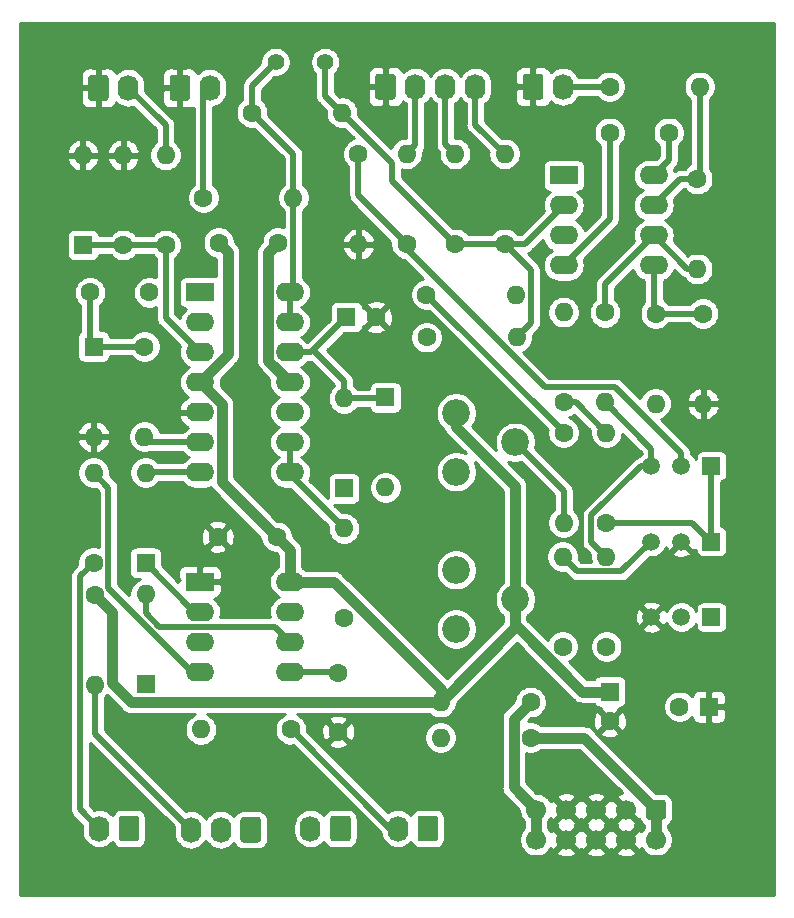
<source format=gbr>
%TF.GenerationSoftware,KiCad,Pcbnew,5.1.9-73d0e3b20d~88~ubuntu20.10.1*%
%TF.CreationDate,2021-03-10T22:37:59+01:00*%
%TF.ProjectId,vca-adsr,7663612d-6164-4737-922e-6b696361645f,v1.0.0*%
%TF.SameCoordinates,Original*%
%TF.FileFunction,Copper,L2,Bot*%
%TF.FilePolarity,Positive*%
%FSLAX46Y46*%
G04 Gerber Fmt 4.6, Leading zero omitted, Abs format (unit mm)*
G04 Created by KiCad (PCBNEW 5.1.9-73d0e3b20d~88~ubuntu20.10.1) date 2021-03-10 22:37:59*
%MOMM*%
%LPD*%
G01*
G04 APERTURE LIST*
%TA.AperFunction,ComponentPad*%
%ADD10C,1.400000*%
%TD*%
%TA.AperFunction,ComponentPad*%
%ADD11O,1.600000X1.600000*%
%TD*%
%TA.AperFunction,ComponentPad*%
%ADD12C,1.600000*%
%TD*%
%TA.AperFunction,ComponentPad*%
%ADD13R,1.500000X1.500000*%
%TD*%
%TA.AperFunction,ComponentPad*%
%ADD14C,1.500000*%
%TD*%
%TA.AperFunction,ComponentPad*%
%ADD15O,2.400000X1.600000*%
%TD*%
%TA.AperFunction,ComponentPad*%
%ADD16R,2.400000X1.600000*%
%TD*%
%TA.AperFunction,ComponentPad*%
%ADD17O,1.740000X2.190000*%
%TD*%
%TA.AperFunction,ComponentPad*%
%ADD18C,1.700000*%
%TD*%
%TA.AperFunction,ComponentPad*%
%ADD19C,2.340000*%
%TD*%
%TA.AperFunction,ComponentPad*%
%ADD20R,1.600000X1.600000*%
%TD*%
%TA.AperFunction,ViaPad*%
%ADD21C,3.500000*%
%TD*%
%TA.AperFunction,Conductor*%
%ADD22C,0.508000*%
%TD*%
%TA.AperFunction,Conductor*%
%ADD23C,0.889000*%
%TD*%
%TA.AperFunction,Conductor*%
%ADD24C,0.254000*%
%TD*%
%TA.AperFunction,Conductor*%
%ADD25C,0.100000*%
%TD*%
G04 APERTURE END LIST*
D10*
%TO.P,MOD_ADSR_OUT1,1*%
%TO.N,Net-(MOD_ADSR_OUT1-Pad1)*%
X141600000Y-61400000D03*
%TD*%
%TO.P,MOD_VCA_IN1,1*%
%TO.N,Net-(MOD_VCA_IN1-Pad1)*%
X145800000Y-61400000D03*
%TD*%
D11*
%TO.P,DIRECT,2*%
%TO.N,Net-(MOD_VCA_IN1-Pad1)*%
X147220000Y-65700000D03*
D12*
%TO.P,DIRECT,1*%
%TO.N,Net-(MOD_ADSR_OUT1-Pad1)*%
X139600000Y-65700000D03*
%TD*%
%TO.P,C2,2*%
%TO.N,Net-(C2-Pad2)*%
X146900000Y-113100000D03*
%TO.P,C2,1*%
%TO.N,GND*%
X146900000Y-118100000D03*
%TD*%
D13*
%TO.P,Q2,1*%
%TO.N,Net-(Q1-Pad1)*%
X178500000Y-102000000D03*
D14*
%TO.P,Q2,3*%
%TO.N,Net-(Q2-Pad3)*%
X173420000Y-102000000D03*
%TO.P,Q2,2*%
%TO.N,GND*%
X175960000Y-102000000D03*
%TD*%
D13*
%TO.P,Q3,1*%
%TO.N,Net-(Q3-Pad1)*%
X178500000Y-108400000D03*
D14*
%TO.P,Q3,3*%
%TO.N,GND*%
X173420000Y-108400000D03*
%TO.P,Q3,2*%
%TO.N,Net-(Q3-Pad2)*%
X175960000Y-108400000D03*
%TD*%
D13*
%TO.P,Q1,1*%
%TO.N,Net-(Q1-Pad1)*%
X178500000Y-95600000D03*
D14*
%TO.P,Q1,3*%
%TO.N,Net-(Q1-Pad3)*%
X173420000Y-95600000D03*
%TO.P,Q1,2*%
%TO.N,Net-(Q1-Pad2)*%
X175960000Y-95600000D03*
%TD*%
D15*
%TO.P,U3,8*%
%TO.N,+12V*%
X173620000Y-71000000D03*
%TO.P,U3,4*%
%TO.N,-12V*%
X166000000Y-78620000D03*
%TO.P,U3,7*%
%TO.N,Net-(R25-Pad1)*%
X173620000Y-73540000D03*
%TO.P,U3,3*%
%TO.N,GND*%
X166000000Y-76080000D03*
%TO.P,U3,6*%
%TO.N,Net-(R22-Pad1)*%
X173620000Y-76080000D03*
%TO.P,U3,2*%
%TO.N,Net-(MOD_VCA_IN1-Pad1)*%
X166000000Y-73540000D03*
%TO.P,U3,5*%
%TO.N,Net-(R23-Pad1)*%
X173620000Y-78620000D03*
D16*
%TO.P,U3,1*%
%TO.N,Net-(R14-Pad1)*%
X166000000Y-71000000D03*
%TD*%
D15*
%TO.P,U2,8*%
%TO.N,+12V*%
X142820000Y-105400000D03*
%TO.P,U2,4*%
%TO.N,Net-(C1-Pad2)*%
X135200000Y-113020000D03*
%TO.P,U2,7*%
%TO.N,SUSTAIN_POT_1*%
X142820000Y-107940000D03*
%TO.P,U2,3*%
%TO.N,Net-(R9-Pad2)*%
X135200000Y-110480000D03*
%TO.P,U2,6*%
%TO.N,Net-(C3-Pad1)*%
X142820000Y-110480000D03*
%TO.P,U2,2*%
%TO.N,Net-(D3-Pad1)*%
X135200000Y-107940000D03*
%TO.P,U2,5*%
%TO.N,Net-(C2-Pad2)*%
X142820000Y-113020000D03*
D16*
%TO.P,U2,1*%
%TO.N,GND*%
X135200000Y-105400000D03*
%TD*%
D15*
%TO.P,U1,14*%
%TO.N,Net-(MOD_ADSR_OUT1-Pad1)*%
X142820000Y-80900000D03*
%TO.P,U1,7*%
%TO.N,Net-(D3-Pad2)*%
X135200000Y-96140000D03*
%TO.P,U1,13*%
%TO.N,Net-(MOD_ADSR_OUT1-Pad1)*%
X142820000Y-83440000D03*
%TO.P,U1,6*%
%TO.N,Net-(R5-Pad2)*%
X135200000Y-93600000D03*
%TO.P,U1,12*%
%TO.N,Net-(C3-Pad1)*%
X142820000Y-85980000D03*
%TO.P,U1,5*%
%TO.N,GND*%
X135200000Y-91060000D03*
%TO.P,U1,11*%
%TO.N,-12V*%
X142820000Y-88520000D03*
%TO.P,U1,4*%
%TO.N,+12V*%
X135200000Y-88520000D03*
%TO.P,U1,10*%
%TO.N,SUSTAIN_POT_2*%
X142820000Y-91060000D03*
%TO.P,U1,3*%
%TO.N,Net-(D1-Pad1)*%
X135200000Y-85980000D03*
%TO.P,U1,9*%
%TO.N,Net-(R6-Pad2)*%
X142820000Y-93600000D03*
%TO.P,U1,2*%
%TO.N,Net-(C1-Pad2)*%
X135200000Y-83440000D03*
%TO.P,U1,8*%
%TO.N,Net-(R6-Pad2)*%
X142820000Y-96140000D03*
D16*
%TO.P,U1,1*%
%TO.N,Net-(C1-Pad2)*%
X135200000Y-80900000D03*
%TD*%
D17*
%TO.P,SUSTAIN_POT1,3*%
%TO.N,SUSTAIN_POT_3*%
X134420000Y-126400000D03*
%TO.P,SUSTAIN_POT1,2*%
%TO.N,SUSTAIN_POT_2*%
X136960000Y-126400000D03*
%TO.P,SUSTAIN_POT1,1*%
%TO.N,SUSTAIN_POT_1*%
%TA.AperFunction,ComponentPad*%
G36*
G01*
X140370000Y-125554999D02*
X140370000Y-127245001D01*
G75*
G02*
X140120001Y-127495000I-249999J0D01*
G01*
X138879999Y-127495000D01*
G75*
G02*
X138630000Y-127245001I0J249999D01*
G01*
X138630000Y-125554999D01*
G75*
G02*
X138879999Y-125305000I249999J0D01*
G01*
X140120001Y-125305000D01*
G75*
G02*
X140370000Y-125554999I0J-249999D01*
G01*
G37*
%TD.AperFunction*%
%TD*%
%TO.P,RELEASE_POT1,2*%
%TO.N,RELEASE_POT_2*%
X126660000Y-126300000D03*
%TO.P,RELEASE_POT1,1*%
%TO.N,RELEASE_POT_1*%
%TA.AperFunction,ComponentPad*%
G36*
G01*
X130070000Y-125454999D02*
X130070000Y-127145001D01*
G75*
G02*
X129820001Y-127395000I-249999J0D01*
G01*
X128579999Y-127395000D01*
G75*
G02*
X128330000Y-127145001I0J249999D01*
G01*
X128330000Y-125454999D01*
G75*
G02*
X128579999Y-125205000I249999J0D01*
G01*
X129820001Y-125205000D01*
G75*
G02*
X130070000Y-125454999I0J-249999D01*
G01*
G37*
%TD.AperFunction*%
%TD*%
D11*
%TO.P,R26,2*%
%TO.N,Net-(R25-Pad1)*%
X177520000Y-63500000D03*
D12*
%TO.P,R26,1*%
%TO.N,OUT*%
X169900000Y-63500000D03*
%TD*%
D11*
%TO.P,R25,2*%
%TO.N,Net-(R22-Pad1)*%
X177300000Y-78920000D03*
D12*
%TO.P,R25,1*%
%TO.N,Net-(R25-Pad1)*%
X177300000Y-71300000D03*
%TD*%
D11*
%TO.P,R24,2*%
%TO.N,GND*%
X177800000Y-90320000D03*
D12*
%TO.P,R24,1*%
%TO.N,Net-(R23-Pad1)*%
X177800000Y-82700000D03*
%TD*%
D11*
%TO.P,R23,2*%
%TO.N,Net-(Q2-Pad3)*%
X173800000Y-90320000D03*
D12*
%TO.P,R23,1*%
%TO.N,Net-(R23-Pad1)*%
X173800000Y-82700000D03*
%TD*%
D11*
%TO.P,R22,2*%
%TO.N,Net-(Q1-Pad3)*%
X169500000Y-90220000D03*
D12*
%TO.P,R22,1*%
%TO.N,Net-(R22-Pad1)*%
X169500000Y-82600000D03*
%TD*%
D11*
%TO.P,R21,2*%
%TO.N,Net-(Q2-Pad3)*%
X165900000Y-103280000D03*
D12*
%TO.P,R21,1*%
%TO.N,Net-(OFFSET_TRIM1-Pad3)*%
X165900000Y-110900000D03*
%TD*%
D11*
%TO.P,R20,2*%
%TO.N,-12V*%
X166000000Y-82580000D03*
D12*
%TO.P,R20,1*%
%TO.N,Net-(Q3-Pad1)*%
X166000000Y-90200000D03*
%TD*%
D11*
%TO.P,R19,2*%
%TO.N,Net-(Q3-Pad1)*%
X169600000Y-92780000D03*
D12*
%TO.P,R19,1*%
%TO.N,Net-(Q1-Pad1)*%
X169600000Y-100400000D03*
%TD*%
D11*
%TO.P,R18,2*%
%TO.N,Net-(Q1-Pad3)*%
X169600000Y-103280000D03*
D12*
%TO.P,R18,1*%
%TO.N,Net-(OFFSET_TRIM1-Pad1)*%
X169600000Y-110900000D03*
%TD*%
D11*
%TO.P,R17,2*%
%TO.N,Net-(LEVEL_TRIM1-Pad2)*%
X166000000Y-100420000D03*
D12*
%TO.P,R17,1*%
%TO.N,Net-(Q3-Pad2)*%
X166000000Y-92800000D03*
%TD*%
D11*
%TO.P,R16,2*%
%TO.N,Net-(R14-Pad1)*%
X162000000Y-81100000D03*
D12*
%TO.P,R16,1*%
%TO.N,Net-(Q3-Pad2)*%
X154380000Y-81100000D03*
%TD*%
D11*
%TO.P,R15,2*%
%TO.N,GND*%
X148600000Y-76820000D03*
D12*
%TO.P,R15,1*%
%TO.N,Net-(Q1-Pad2)*%
X148600000Y-69200000D03*
%TD*%
D11*
%TO.P,R14,2*%
%TO.N,Net-(MOD_VCA_IN1-Pad1)*%
X162020000Y-84700000D03*
D12*
%TO.P,R14,1*%
%TO.N,Net-(R14-Pad1)*%
X154400000Y-84700000D03*
%TD*%
D11*
%TO.P,R13,2*%
%TO.N,IN*%
X152700000Y-69180000D03*
D12*
%TO.P,R13,1*%
%TO.N,Net-(Q1-Pad2)*%
X152700000Y-76800000D03*
%TD*%
D11*
%TO.P,R12,2*%
%TO.N,CV2*%
X161000000Y-69180000D03*
D12*
%TO.P,R12,1*%
%TO.N,Net-(MOD_VCA_IN1-Pad1)*%
X161000000Y-76800000D03*
%TD*%
D11*
%TO.P,R11,2*%
%TO.N,CV1*%
X156800000Y-69180000D03*
D12*
%TO.P,R11,1*%
%TO.N,Net-(MOD_VCA_IN1-Pad1)*%
X156800000Y-76800000D03*
%TD*%
D11*
%TO.P,R10,2*%
%TO.N,Net-(MOD_ADSR_OUT1-Pad1)*%
X143120000Y-72900000D03*
D12*
%TO.P,R10,1*%
%TO.N,Net-(ADSR_OUT1-Pad2)*%
X135500000Y-72900000D03*
%TD*%
D11*
%TO.P,R9,2*%
%TO.N,Net-(R9-Pad2)*%
X135280000Y-117900000D03*
D12*
%TO.P,R9,1*%
%TO.N,ATTACK_POT_2*%
X142900000Y-117900000D03*
%TD*%
D11*
%TO.P,R8,2*%
%TO.N,-12V*%
X155580000Y-118600000D03*
D12*
%TO.P,R8,1*%
%TO.N,Net-(POWER1-Pad1)*%
X163200000Y-118600000D03*
%TD*%
D11*
%TO.P,R7,2*%
%TO.N,+12V*%
X155580000Y-115600000D03*
D12*
%TO.P,R7,1*%
%TO.N,Net-(POWER1-Pad10)*%
X163200000Y-115600000D03*
%TD*%
D11*
%TO.P,R6,2*%
%TO.N,Net-(R6-Pad2)*%
X147400000Y-100880000D03*
D12*
%TO.P,R6,1*%
%TO.N,DECAY_POT_2*%
X147400000Y-108500000D03*
%TD*%
D11*
%TO.P,R5,2*%
%TO.N,Net-(R5-Pad2)*%
X130500000Y-93120000D03*
D12*
%TO.P,R5,1*%
%TO.N,Net-(C1-Pad1)*%
X130500000Y-85500000D03*
%TD*%
D11*
%TO.P,R4,2*%
%TO.N,Net-(C1-Pad2)*%
X126200000Y-96180000D03*
D12*
%TO.P,R4,1*%
%TO.N,RELEASE_POT_2*%
X126200000Y-103800000D03*
%TD*%
D11*
%TO.P,R3,2*%
%TO.N,GND*%
X128700000Y-69280000D03*
D12*
%TO.P,R3,1*%
%TO.N,Net-(D1-Pad1)*%
X128700000Y-76900000D03*
%TD*%
D11*
%TO.P,R2,2*%
%TO.N,Net-(ADSR_IN1-Pad2)*%
X132300000Y-69280000D03*
D12*
%TO.P,R2,1*%
%TO.N,Net-(D1-Pad1)*%
X132300000Y-76900000D03*
%TD*%
D11*
%TO.P,R1,2*%
%TO.N,SUSTAIN_POT_3*%
X126300000Y-114120000D03*
D12*
%TO.P,R1,1*%
%TO.N,+12V*%
X126300000Y-106500000D03*
%TD*%
D18*
%TO.P,POWER1,10*%
%TO.N,Net-(POWER1-Pad10)*%
X163640000Y-127240000D03*
%TO.P,POWER1,8*%
%TO.N,GND*%
X166180000Y-127240000D03*
%TO.P,POWER1,6*%
X168720000Y-127240000D03*
%TO.P,POWER1,4*%
X171260000Y-127240000D03*
%TO.P,POWER1,2*%
%TO.N,Net-(POWER1-Pad1)*%
X173800000Y-127240000D03*
%TO.P,POWER1,9*%
%TO.N,Net-(POWER1-Pad10)*%
X163640000Y-124700000D03*
%TO.P,POWER1,7*%
%TO.N,GND*%
X166180000Y-124700000D03*
%TO.P,POWER1,5*%
X168720000Y-124700000D03*
%TO.P,POWER1,3*%
X171260000Y-124700000D03*
%TO.P,POWER1,1*%
%TO.N,Net-(POWER1-Pad1)*%
%TA.AperFunction,ComponentPad*%
G36*
G01*
X173200000Y-123850000D02*
X174400000Y-123850000D01*
G75*
G02*
X174650000Y-124100000I0J-250000D01*
G01*
X174650000Y-125300000D01*
G75*
G02*
X174400000Y-125550000I-250000J0D01*
G01*
X173200000Y-125550000D01*
G75*
G02*
X172950000Y-125300000I0J250000D01*
G01*
X172950000Y-124100000D01*
G75*
G02*
X173200000Y-123850000I250000J0D01*
G01*
G37*
%TD.AperFunction*%
%TD*%
D19*
%TO.P,OFFSET_TRIM1,1*%
%TO.N,Net-(OFFSET_TRIM1-Pad1)*%
X156900000Y-104400000D03*
%TO.P,OFFSET_TRIM1,2*%
%TO.N,+12V*%
X161900000Y-106900000D03*
%TO.P,OFFSET_TRIM1,3*%
%TO.N,Net-(OFFSET_TRIM1-Pad3)*%
X156900000Y-109400000D03*
%TD*%
%TO.P,LEVEL_TRIM1,1*%
%TO.N,+12V*%
X156900000Y-91100000D03*
%TO.P,LEVEL_TRIM1,2*%
%TO.N,Net-(LEVEL_TRIM1-Pad2)*%
X161900000Y-93600000D03*
%TO.P,LEVEL_TRIM1,3*%
%TO.N,-12V*%
X156900000Y-96100000D03*
%TD*%
D17*
%TO.P,VCA_IN1,4*%
%TO.N,CV2*%
X158520000Y-63500000D03*
%TO.P,VCA_IN1,3*%
%TO.N,CV1*%
X155980000Y-63500000D03*
%TO.P,VCA_IN1,2*%
%TO.N,IN*%
X153440000Y-63500000D03*
%TO.P,VCA_IN1,1*%
%TO.N,GND*%
%TA.AperFunction,ComponentPad*%
G36*
G01*
X150030000Y-64345001D02*
X150030000Y-62654999D01*
G75*
G02*
X150279999Y-62405000I249999J0D01*
G01*
X151520001Y-62405000D01*
G75*
G02*
X151770000Y-62654999I0J-249999D01*
G01*
X151770000Y-64345001D01*
G75*
G02*
X151520001Y-64595000I-249999J0D01*
G01*
X150279999Y-64595000D01*
G75*
G02*
X150030000Y-64345001I0J249999D01*
G01*
G37*
%TD.AperFunction*%
%TD*%
%TO.P,VCA_OUT1,2*%
%TO.N,OUT*%
X165940000Y-63500000D03*
%TO.P,VCA_OUT1,1*%
%TO.N,GND*%
%TA.AperFunction,ComponentPad*%
G36*
G01*
X162530000Y-64345001D02*
X162530000Y-62654999D01*
G75*
G02*
X162779999Y-62405000I249999J0D01*
G01*
X164020001Y-62405000D01*
G75*
G02*
X164270000Y-62654999I0J-249999D01*
G01*
X164270000Y-64345001D01*
G75*
G02*
X164020001Y-64595000I-249999J0D01*
G01*
X162779999Y-64595000D01*
G75*
G02*
X162530000Y-64345001I0J249999D01*
G01*
G37*
%TD.AperFunction*%
%TD*%
%TO.P,DECAY_POT1,2*%
%TO.N,DECAY_POT_2*%
X144560000Y-126300000D03*
%TO.P,DECAY_POT1,1*%
%TO.N,DECAY_POT_1*%
%TA.AperFunction,ComponentPad*%
G36*
G01*
X147970000Y-125454999D02*
X147970000Y-127145001D01*
G75*
G02*
X147720001Y-127395000I-249999J0D01*
G01*
X146479999Y-127395000D01*
G75*
G02*
X146230000Y-127145001I0J249999D01*
G01*
X146230000Y-125454999D01*
G75*
G02*
X146479999Y-125205000I249999J0D01*
G01*
X147720001Y-125205000D01*
G75*
G02*
X147970000Y-125454999I0J-249999D01*
G01*
G37*
%TD.AperFunction*%
%TD*%
D11*
%TO.P,D6,2*%
%TO.N,Net-(C3-Pad1)*%
X147400000Y-89880000D03*
D20*
%TO.P,D6,1*%
%TO.N,DECAY_POT_1*%
X147400000Y-97500000D03*
%TD*%
D11*
%TO.P,D5,2*%
%TO.N,Net-(C3-Pad1)*%
X130600000Y-106480000D03*
D20*
%TO.P,D5,1*%
%TO.N,RELEASE_POT_1*%
X130600000Y-114100000D03*
%TD*%
D11*
%TO.P,D4,2*%
%TO.N,ATTACK_POT_1*%
X150900000Y-97420000D03*
D20*
%TO.P,D4,1*%
%TO.N,Net-(C3-Pad1)*%
X150900000Y-89800000D03*
%TD*%
D11*
%TO.P,D3,2*%
%TO.N,Net-(D3-Pad2)*%
X130600000Y-96180000D03*
D20*
%TO.P,D3,1*%
%TO.N,Net-(D3-Pad1)*%
X130600000Y-103800000D03*
%TD*%
D11*
%TO.P,D2,2*%
%TO.N,GND*%
X126200000Y-93120000D03*
D20*
%TO.P,D2,1*%
%TO.N,Net-(C1-Pad1)*%
X126200000Y-85500000D03*
%TD*%
D11*
%TO.P,D1,2*%
%TO.N,GND*%
X125300000Y-69280000D03*
D20*
%TO.P,D1,1*%
%TO.N,Net-(D1-Pad1)*%
X125300000Y-76900000D03*
%TD*%
D12*
%TO.P,C8,2*%
%TO.N,+12V*%
X174900000Y-67400000D03*
%TO.P,C8,1*%
%TO.N,-12V*%
X169900000Y-67400000D03*
%TD*%
%TO.P,C7,2*%
%TO.N,+12V*%
X141700000Y-101600000D03*
%TO.P,C7,1*%
%TO.N,GND*%
X136700000Y-101600000D03*
%TD*%
%TO.P,C6,2*%
%TO.N,+12V*%
X136800000Y-76700000D03*
%TO.P,C6,1*%
%TO.N,-12V*%
X141800000Y-76700000D03*
%TD*%
%TO.P,C5,2*%
%TO.N,GND*%
X169900000Y-117200000D03*
D20*
%TO.P,C5,1*%
%TO.N,+12V*%
X169900000Y-114700000D03*
%TD*%
D12*
%TO.P,C4,2*%
%TO.N,-12V*%
X175800000Y-116000000D03*
D20*
%TO.P,C4,1*%
%TO.N,GND*%
X178300000Y-116000000D03*
%TD*%
D12*
%TO.P,C3,2*%
%TO.N,GND*%
X150100000Y-83000000D03*
D20*
%TO.P,C3,1*%
%TO.N,Net-(C3-Pad1)*%
X147600000Y-83000000D03*
%TD*%
D12*
%TO.P,C1,2*%
%TO.N,Net-(C1-Pad2)*%
X130900000Y-80900000D03*
%TO.P,C1,1*%
%TO.N,Net-(C1-Pad1)*%
X125900000Y-80900000D03*
%TD*%
D17*
%TO.P,ATTACK_POT1,2*%
%TO.N,ATTACK_POT_2*%
X151960000Y-126300000D03*
%TO.P,ATTACK_POT1,1*%
%TO.N,ATTACK_POT_1*%
%TA.AperFunction,ComponentPad*%
G36*
G01*
X155370000Y-125454999D02*
X155370000Y-127145001D01*
G75*
G02*
X155120001Y-127395000I-249999J0D01*
G01*
X153879999Y-127395000D01*
G75*
G02*
X153630000Y-127145001I0J249999D01*
G01*
X153630000Y-125454999D01*
G75*
G02*
X153879999Y-125205000I249999J0D01*
G01*
X155120001Y-125205000D01*
G75*
G02*
X155370000Y-125454999I0J-249999D01*
G01*
G37*
%TD.AperFunction*%
%TD*%
%TO.P,ADSR_OUT1,2*%
%TO.N,Net-(ADSR_OUT1-Pad2)*%
X136040000Y-63600000D03*
%TO.P,ADSR_OUT1,1*%
%TO.N,GND*%
%TA.AperFunction,ComponentPad*%
G36*
G01*
X132630000Y-64445001D02*
X132630000Y-62754999D01*
G75*
G02*
X132879999Y-62505000I249999J0D01*
G01*
X134120001Y-62505000D01*
G75*
G02*
X134370000Y-62754999I0J-249999D01*
G01*
X134370000Y-64445001D01*
G75*
G02*
X134120001Y-64695000I-249999J0D01*
G01*
X132879999Y-64695000D01*
G75*
G02*
X132630000Y-64445001I0J249999D01*
G01*
G37*
%TD.AperFunction*%
%TD*%
%TO.P,ADSR_IN1,2*%
%TO.N,Net-(ADSR_IN1-Pad2)*%
X129140000Y-63600000D03*
%TO.P,ADSR_IN1,1*%
%TO.N,GND*%
%TA.AperFunction,ComponentPad*%
G36*
G01*
X125730000Y-64445001D02*
X125730000Y-62754999D01*
G75*
G02*
X125979999Y-62505000I249999J0D01*
G01*
X127220001Y-62505000D01*
G75*
G02*
X127470000Y-62754999I0J-249999D01*
G01*
X127470000Y-64445001D01*
G75*
G02*
X127220001Y-64695000I-249999J0D01*
G01*
X125979999Y-64695000D01*
G75*
G02*
X125730000Y-64445001I0J249999D01*
G01*
G37*
%TD.AperFunction*%
%TD*%
D21*
%TO.N,GND*%
X122100000Y-60200000D03*
X181600000Y-60300000D03*
X181600000Y-129800000D03*
X122200000Y-129800000D03*
%TD*%
D22*
%TO.N,Net-(ADSR_IN1-Pad2)*%
X132300000Y-66760000D02*
X129140000Y-63600000D01*
X132300000Y-69280000D02*
X132300000Y-66760000D01*
%TO.N,Net-(ADSR_OUT1-Pad2)*%
X135500000Y-63840000D02*
X135740000Y-63600000D01*
X135500000Y-64140000D02*
X136040000Y-63600000D01*
X135500000Y-72900000D02*
X135500000Y-64140000D01*
%TO.N,ATTACK_POT_2*%
X151300000Y-126300000D02*
X151960000Y-126300000D01*
X142900000Y-117900000D02*
X151300000Y-126300000D01*
%TO.N,Net-(C1-Pad2)*%
X127454001Y-97434001D02*
X126200000Y-96180000D01*
X127454001Y-105908715D02*
X127454001Y-97434001D01*
X134565286Y-113020000D02*
X127454001Y-105908715D01*
X135200000Y-113020000D02*
X134565286Y-113020000D01*
%TO.N,Net-(C1-Pad1)*%
X125900000Y-85200000D02*
X126200000Y-85500000D01*
X125900000Y-80900000D02*
X125900000Y-85200000D01*
X126200000Y-85500000D02*
X130500000Y-85500000D01*
%TO.N,Net-(C2-Pad2)*%
X146820000Y-113020000D02*
X146900000Y-113100000D01*
X142820000Y-113020000D02*
X146820000Y-113020000D01*
%TO.N,Net-(C3-Pad1)*%
X142820000Y-85980000D02*
X144620000Y-85980000D01*
X147400000Y-89880000D02*
X147400000Y-88400000D01*
X144800000Y-85800000D02*
X147600000Y-83000000D01*
X147400000Y-88400000D02*
X144800000Y-85800000D01*
X144620000Y-85980000D02*
X144800000Y-85800000D01*
X150820000Y-89880000D02*
X150900000Y-89800000D01*
X147400000Y-89880000D02*
X150820000Y-89880000D01*
X141565990Y-109225990D02*
X142820000Y-110480000D01*
X131772553Y-109225990D02*
X141565990Y-109225990D01*
X130600000Y-108053437D02*
X131772553Y-109225990D01*
X130600000Y-106480000D02*
X130600000Y-108053437D01*
D23*
%TO.N,-12V*%
X140975490Y-86675490D02*
X142820000Y-88520000D01*
X140975490Y-77524510D02*
X140975490Y-86675490D01*
X141800000Y-76700000D02*
X140975490Y-77524510D01*
D22*
X169900000Y-74720000D02*
X166000000Y-78620000D01*
X169900000Y-67400000D02*
X169900000Y-74720000D01*
D23*
%TO.N,+12V*%
X161900000Y-109280000D02*
X161900000Y-106900000D01*
X155580000Y-115600000D02*
X161900000Y-109280000D01*
X161900000Y-106900000D02*
X161900000Y-98414538D01*
X162142138Y-109280000D02*
X161900000Y-109280000D01*
X167562138Y-114700000D02*
X162142138Y-109280000D01*
X169900000Y-114700000D02*
X167562138Y-114700000D01*
X142820000Y-102720000D02*
X141700000Y-101600000D01*
X142820000Y-105400000D02*
X142820000Y-102720000D01*
X156900000Y-91100000D02*
X156900000Y-92300000D01*
X161900000Y-97300000D02*
X161900000Y-98414538D01*
X156900000Y-92300000D02*
X161900000Y-97300000D01*
X146511370Y-105400000D02*
X142820000Y-105400000D01*
X155580000Y-114468630D02*
X146511370Y-105400000D01*
X155580000Y-115600000D02*
X155580000Y-114468630D01*
X137599999Y-77499999D02*
X136800000Y-76700000D01*
X137599999Y-86120001D02*
X137599999Y-77499999D01*
X135200000Y-88520000D02*
X137599999Y-86120001D01*
X137044510Y-96944510D02*
X141700000Y-101600000D01*
X137044510Y-90364510D02*
X137044510Y-96944510D01*
X135200000Y-88520000D02*
X137044510Y-90364510D01*
X127744501Y-107944501D02*
X126300000Y-106500000D01*
X127744501Y-114004603D02*
X127744501Y-107944501D01*
X129339898Y-115600000D02*
X127744501Y-114004603D01*
X155580000Y-115600000D02*
X129339898Y-115600000D01*
D22*
X174900000Y-69720000D02*
X173620000Y-71000000D01*
X174900000Y-67400000D02*
X174900000Y-69720000D01*
%TO.N,Net-(D1-Pad1)*%
X132300000Y-76900000D02*
X128700000Y-76900000D01*
X128700000Y-76900000D02*
X125300000Y-76900000D01*
X132300000Y-83080000D02*
X135200000Y-85980000D01*
X132300000Y-76900000D02*
X132300000Y-83080000D01*
%TO.N,Net-(D3-Pad2)*%
X130640000Y-96140000D02*
X130600000Y-96180000D01*
X135200000Y-96140000D02*
X130640000Y-96140000D01*
%TO.N,Net-(D3-Pad1)*%
X134740000Y-107940000D02*
X135200000Y-107940000D01*
X130600000Y-103800000D02*
X134740000Y-107940000D01*
%TO.N,OUT*%
X165940000Y-63500000D02*
X169900000Y-63500000D01*
%TO.N,CV2*%
X158520000Y-66700000D02*
X161000000Y-69180000D01*
X158520000Y-63500000D02*
X158520000Y-66700000D01*
%TO.N,CV1*%
X155980000Y-68360000D02*
X156800000Y-69180000D01*
X155980000Y-63500000D02*
X155980000Y-68360000D01*
%TO.N,IN*%
X153440000Y-68440000D02*
X152700000Y-69180000D01*
X153440000Y-63500000D02*
X153440000Y-68440000D01*
%TO.N,Net-(LEVEL_TRIM1-Pad2)*%
X166000000Y-97700000D02*
X166000000Y-100420000D01*
X161900000Y-93600000D02*
X166000000Y-97700000D01*
%TO.N,Net-(MOD_ADSR_OUT1-Pad1)*%
X143120000Y-80600000D02*
X142820000Y-80900000D01*
X143120000Y-72900000D02*
X143120000Y-80600000D01*
X142820000Y-80900000D02*
X142820000Y-83440000D01*
X143120000Y-69220000D02*
X139600000Y-65700000D01*
X143120000Y-72900000D02*
X143120000Y-69220000D01*
X139600000Y-63400000D02*
X141600000Y-61400000D01*
X139600000Y-65700000D02*
X139600000Y-63400000D01*
%TO.N,Net-(MOD_VCA_IN1-Pad1)*%
X156800000Y-76800000D02*
X161000000Y-76800000D01*
X162740000Y-76800000D02*
X166000000Y-73540000D01*
X161000000Y-76800000D02*
X162740000Y-76800000D01*
X163254001Y-79054001D02*
X161000000Y-76800000D01*
X163254001Y-83465999D02*
X163254001Y-79054001D01*
X162020000Y-84700000D02*
X163254001Y-83465999D01*
X145800000Y-64280000D02*
X147220000Y-65700000D01*
X145800000Y-61400000D02*
X145800000Y-64280000D01*
X151445999Y-71445999D02*
X156800000Y-76800000D01*
X151445999Y-69925999D02*
X151445999Y-71445999D01*
X147220000Y-65700000D02*
X151445999Y-69925999D01*
D23*
%TO.N,Net-(POWER1-Pad10)*%
X163640000Y-127240000D02*
X163640000Y-124700000D01*
X161755499Y-117044501D02*
X161755499Y-122815499D01*
X161755499Y-122815499D02*
X163640000Y-124700000D01*
X163200000Y-115600000D02*
X161755499Y-117044501D01*
%TO.N,Net-(POWER1-Pad1)*%
X173800000Y-127240000D02*
X173800000Y-124700000D01*
X167700000Y-118600000D02*
X163200000Y-118600000D01*
X173800000Y-124700000D02*
X167700000Y-118600000D01*
D22*
%TO.N,Net-(Q1-Pad1)*%
X178500000Y-95600000D02*
X178500000Y-102000000D01*
X176900000Y-100400000D02*
X178500000Y-102000000D01*
X169600000Y-100400000D02*
X176900000Y-100400000D01*
%TO.N,Net-(Q1-Pad3)*%
X173420000Y-94140000D02*
X169500000Y-90220000D01*
X173420000Y-95600000D02*
X173420000Y-94140000D01*
X172544078Y-95600000D02*
X173420000Y-95600000D01*
X168345999Y-99798079D02*
X172544078Y-95600000D01*
X168345999Y-102025999D02*
X168345999Y-99798079D01*
X169600000Y-103280000D02*
X168345999Y-102025999D01*
%TO.N,Net-(Q1-Pad2)*%
X148600000Y-72700000D02*
X152700000Y-76800000D01*
X148600000Y-69200000D02*
X148600000Y-72700000D01*
X152700000Y-77235922D02*
X164410077Y-88945999D01*
X152700000Y-76800000D02*
X152700000Y-77235922D01*
X170366659Y-88945999D02*
X164410077Y-88945999D01*
X175960000Y-94539340D02*
X170366659Y-88945999D01*
X175960000Y-95600000D02*
X175960000Y-94539340D01*
%TO.N,SUSTAIN_POT_3*%
X126300000Y-118280000D02*
X134420000Y-126400000D01*
X126300000Y-114120000D02*
X126300000Y-118280000D01*
%TO.N,RELEASE_POT_2*%
X125045999Y-124685999D02*
X126660000Y-126300000D01*
X125045999Y-104954001D02*
X125045999Y-124685999D01*
X126200000Y-103800000D02*
X125045999Y-104954001D01*
%TO.N,Net-(R5-Pad2)*%
X130980000Y-93600000D02*
X130500000Y-93120000D01*
X135200000Y-93600000D02*
X130980000Y-93600000D01*
%TO.N,Net-(R6-Pad2)*%
X142820000Y-96300000D02*
X142820000Y-96140000D01*
X147400000Y-100880000D02*
X142820000Y-96300000D01*
X142820000Y-96140000D02*
X142820000Y-93600000D01*
%TO.N,Net-(R22-Pad1)*%
X176460000Y-78920000D02*
X173620000Y-76080000D01*
X177300000Y-78920000D02*
X176460000Y-78920000D01*
X169500000Y-80200000D02*
X169500000Y-82600000D01*
X173620000Y-76080000D02*
X169500000Y-80200000D01*
%TO.N,Net-(R23-Pad1)*%
X173620000Y-82520000D02*
X173800000Y-82700000D01*
X173620000Y-78620000D02*
X173620000Y-82520000D01*
X177800000Y-82700000D02*
X173800000Y-82700000D01*
%TO.N,Net-(R25-Pad1)*%
X177520000Y-71080000D02*
X177300000Y-71300000D01*
X177520000Y-63500000D02*
X177520000Y-71080000D01*
X175860000Y-71300000D02*
X173620000Y-73540000D01*
X177300000Y-71300000D02*
X175860000Y-71300000D01*
%TO.N,Net-(Q2-Pad3)*%
X170885999Y-104534001D02*
X173420000Y-102000000D01*
X167154001Y-104534001D02*
X170885999Y-104534001D01*
X165900000Y-103280000D02*
X167154001Y-104534001D01*
%TO.N,Net-(Q3-Pad1)*%
X167020000Y-90200000D02*
X169600000Y-92780000D01*
X166000000Y-90200000D02*
X167020000Y-90200000D01*
X169600000Y-92780000D02*
X169680000Y-92780000D01*
%TO.N,Net-(Q3-Pad2)*%
X166000000Y-92720000D02*
X166000000Y-92800000D01*
X154380000Y-81100000D02*
X166000000Y-92720000D01*
%TD*%
D24*
%TO.N,GND*%
X183798000Y-131898000D02*
X120002000Y-131898000D01*
X120002000Y-93469040D01*
X124808091Y-93469040D01*
X124902930Y-93733881D01*
X125047615Y-93975131D01*
X125236586Y-94183519D01*
X125462580Y-94351037D01*
X125716913Y-94471246D01*
X125850961Y-94511904D01*
X126073000Y-94389915D01*
X126073000Y-93247000D01*
X126327000Y-93247000D01*
X126327000Y-94389915D01*
X126549039Y-94511904D01*
X126683087Y-94471246D01*
X126937420Y-94351037D01*
X127163414Y-94183519D01*
X127352385Y-93975131D01*
X127497070Y-93733881D01*
X127591909Y-93469040D01*
X127470624Y-93247000D01*
X126327000Y-93247000D01*
X126073000Y-93247000D01*
X124929376Y-93247000D01*
X124808091Y-93469040D01*
X120002000Y-93469040D01*
X120002000Y-92770960D01*
X124808091Y-92770960D01*
X124929376Y-92993000D01*
X126073000Y-92993000D01*
X126073000Y-91850085D01*
X126327000Y-91850085D01*
X126327000Y-92993000D01*
X127470624Y-92993000D01*
X127591909Y-92770960D01*
X127497070Y-92506119D01*
X127352385Y-92264869D01*
X127163414Y-92056481D01*
X126937420Y-91888963D01*
X126683087Y-91768754D01*
X126549039Y-91728096D01*
X126327000Y-91850085D01*
X126073000Y-91850085D01*
X125850961Y-91728096D01*
X125716913Y-91768754D01*
X125462580Y-91888963D01*
X125236586Y-92056481D01*
X125047615Y-92264869D01*
X124902930Y-92506119D01*
X124808091Y-92770960D01*
X120002000Y-92770960D01*
X120002000Y-80764377D01*
X124523000Y-80764377D01*
X124523000Y-81035623D01*
X124575917Y-81301656D01*
X124679718Y-81552254D01*
X124830414Y-81777787D01*
X125022213Y-81969586D01*
X125069000Y-82000848D01*
X125069001Y-84225212D01*
X124990026Y-84290026D01*
X124917921Y-84377885D01*
X124864343Y-84478124D01*
X124831350Y-84586888D01*
X124820209Y-84700000D01*
X124820209Y-86300000D01*
X124831350Y-86413112D01*
X124864343Y-86521876D01*
X124917921Y-86622115D01*
X124990026Y-86709974D01*
X125077885Y-86782079D01*
X125178124Y-86835657D01*
X125286888Y-86868650D01*
X125400000Y-86879791D01*
X127000000Y-86879791D01*
X127113112Y-86868650D01*
X127221876Y-86835657D01*
X127322115Y-86782079D01*
X127409974Y-86709974D01*
X127482079Y-86622115D01*
X127535657Y-86521876D01*
X127568650Y-86413112D01*
X127576738Y-86331000D01*
X129399152Y-86331000D01*
X129430414Y-86377787D01*
X129622213Y-86569586D01*
X129847746Y-86720282D01*
X130098344Y-86824083D01*
X130364377Y-86877000D01*
X130635623Y-86877000D01*
X130901656Y-86824083D01*
X131152254Y-86720282D01*
X131377787Y-86569586D01*
X131569586Y-86377787D01*
X131720282Y-86152254D01*
X131824083Y-85901656D01*
X131877000Y-85635623D01*
X131877000Y-85364377D01*
X131824083Y-85098344D01*
X131720282Y-84847746D01*
X131569586Y-84622213D01*
X131377787Y-84430414D01*
X131152254Y-84279718D01*
X130901656Y-84175917D01*
X130635623Y-84123000D01*
X130364377Y-84123000D01*
X130098344Y-84175917D01*
X129847746Y-84279718D01*
X129622213Y-84430414D01*
X129430414Y-84622213D01*
X129399152Y-84669000D01*
X127576738Y-84669000D01*
X127568650Y-84586888D01*
X127535657Y-84478124D01*
X127482079Y-84377885D01*
X127409974Y-84290026D01*
X127322115Y-84217921D01*
X127221876Y-84164343D01*
X127113112Y-84131350D01*
X127000000Y-84120209D01*
X126731000Y-84120209D01*
X126731000Y-82000848D01*
X126777787Y-81969586D01*
X126969586Y-81777787D01*
X127120282Y-81552254D01*
X127224083Y-81301656D01*
X127277000Y-81035623D01*
X127277000Y-80764377D01*
X127224083Y-80498344D01*
X127120282Y-80247746D01*
X126969586Y-80022213D01*
X126777787Y-79830414D01*
X126552254Y-79679718D01*
X126301656Y-79575917D01*
X126035623Y-79523000D01*
X125764377Y-79523000D01*
X125498344Y-79575917D01*
X125247746Y-79679718D01*
X125022213Y-79830414D01*
X124830414Y-80022213D01*
X124679718Y-80247746D01*
X124575917Y-80498344D01*
X124523000Y-80764377D01*
X120002000Y-80764377D01*
X120002000Y-76100000D01*
X123920209Y-76100000D01*
X123920209Y-77700000D01*
X123931350Y-77813112D01*
X123964343Y-77921876D01*
X124017921Y-78022115D01*
X124090026Y-78109974D01*
X124177885Y-78182079D01*
X124278124Y-78235657D01*
X124386888Y-78268650D01*
X124500000Y-78279791D01*
X126100000Y-78279791D01*
X126213112Y-78268650D01*
X126321876Y-78235657D01*
X126422115Y-78182079D01*
X126509974Y-78109974D01*
X126582079Y-78022115D01*
X126635657Y-77921876D01*
X126668650Y-77813112D01*
X126676738Y-77731000D01*
X127599152Y-77731000D01*
X127630414Y-77777787D01*
X127822213Y-77969586D01*
X128047746Y-78120282D01*
X128298344Y-78224083D01*
X128564377Y-78277000D01*
X128835623Y-78277000D01*
X129101656Y-78224083D01*
X129352254Y-78120282D01*
X129577787Y-77969586D01*
X129769586Y-77777787D01*
X129800848Y-77731000D01*
X131199152Y-77731000D01*
X131230414Y-77777787D01*
X131422213Y-77969586D01*
X131469000Y-78000848D01*
X131469000Y-79645233D01*
X131301656Y-79575917D01*
X131035623Y-79523000D01*
X130764377Y-79523000D01*
X130498344Y-79575917D01*
X130247746Y-79679718D01*
X130022213Y-79830414D01*
X129830414Y-80022213D01*
X129679718Y-80247746D01*
X129575917Y-80498344D01*
X129523000Y-80764377D01*
X129523000Y-81035623D01*
X129575917Y-81301656D01*
X129679718Y-81552254D01*
X129830414Y-81777787D01*
X130022213Y-81969586D01*
X130247746Y-82120282D01*
X130498344Y-82224083D01*
X130764377Y-82277000D01*
X131035623Y-82277000D01*
X131301656Y-82224083D01*
X131469001Y-82154767D01*
X131469001Y-83039183D01*
X131464981Y-83080000D01*
X131481025Y-83242904D01*
X131528543Y-83399548D01*
X131605707Y-83543912D01*
X131683534Y-83638745D01*
X131683539Y-83638750D01*
X131709553Y-83670448D01*
X131741251Y-83696462D01*
X133515523Y-85470735D01*
X133442925Y-85710061D01*
X133416338Y-85980000D01*
X133442925Y-86249939D01*
X133521663Y-86509505D01*
X133649527Y-86748721D01*
X133821603Y-86958397D01*
X134031279Y-87130473D01*
X134254898Y-87250000D01*
X134031279Y-87369527D01*
X133821603Y-87541603D01*
X133649527Y-87751279D01*
X133521663Y-87990495D01*
X133442925Y-88250061D01*
X133416338Y-88520000D01*
X133442925Y-88789939D01*
X133521663Y-89049505D01*
X133649527Y-89288721D01*
X133821603Y-89498397D01*
X134031279Y-89670473D01*
X134195100Y-89758037D01*
X134133517Y-89782834D01*
X133897161Y-89937399D01*
X133695500Y-90135105D01*
X133536285Y-90368354D01*
X133425633Y-90628182D01*
X133408096Y-90710961D01*
X133530085Y-90933000D01*
X135073000Y-90933000D01*
X135073000Y-90913000D01*
X135327000Y-90913000D01*
X135327000Y-90933000D01*
X135347000Y-90933000D01*
X135347000Y-91187000D01*
X135327000Y-91187000D01*
X135327000Y-91207000D01*
X135073000Y-91207000D01*
X135073000Y-91187000D01*
X133530085Y-91187000D01*
X133408096Y-91409039D01*
X133425633Y-91491818D01*
X133536285Y-91751646D01*
X133695500Y-91984895D01*
X133897161Y-92182601D01*
X134133517Y-92337166D01*
X134195100Y-92361963D01*
X134031279Y-92449527D01*
X133821603Y-92621603D01*
X133700638Y-92769000D01*
X131834159Y-92769000D01*
X131824083Y-92718344D01*
X131720282Y-92467746D01*
X131569586Y-92242213D01*
X131377787Y-92050414D01*
X131152254Y-91899718D01*
X130901656Y-91795917D01*
X130635623Y-91743000D01*
X130364377Y-91743000D01*
X130098344Y-91795917D01*
X129847746Y-91899718D01*
X129622213Y-92050414D01*
X129430414Y-92242213D01*
X129279718Y-92467746D01*
X129175917Y-92718344D01*
X129123000Y-92984377D01*
X129123000Y-93255623D01*
X129175917Y-93521656D01*
X129279718Y-93772254D01*
X129430414Y-93997787D01*
X129622213Y-94189586D01*
X129847746Y-94340282D01*
X130098344Y-94444083D01*
X130364377Y-94497000D01*
X130635623Y-94497000D01*
X130901656Y-94444083D01*
X130934383Y-94430527D01*
X130939185Y-94431000D01*
X130939193Y-94431000D01*
X130980000Y-94435019D01*
X131020807Y-94431000D01*
X133700638Y-94431000D01*
X133821603Y-94578397D01*
X134031279Y-94750473D01*
X134254898Y-94870000D01*
X134031279Y-94989527D01*
X133821603Y-95161603D01*
X133700638Y-95309000D01*
X131674121Y-95309000D01*
X131669586Y-95302213D01*
X131477787Y-95110414D01*
X131252254Y-94959718D01*
X131001656Y-94855917D01*
X130735623Y-94803000D01*
X130464377Y-94803000D01*
X130198344Y-94855917D01*
X129947746Y-94959718D01*
X129722213Y-95110414D01*
X129530414Y-95302213D01*
X129379718Y-95527746D01*
X129275917Y-95778344D01*
X129223000Y-96044377D01*
X129223000Y-96315623D01*
X129275917Y-96581656D01*
X129379718Y-96832254D01*
X129530414Y-97057787D01*
X129722213Y-97249586D01*
X129947746Y-97400282D01*
X130198344Y-97504083D01*
X130464377Y-97557000D01*
X130735623Y-97557000D01*
X131001656Y-97504083D01*
X131252254Y-97400282D01*
X131477787Y-97249586D01*
X131669586Y-97057787D01*
X131727575Y-96971000D01*
X133700638Y-96971000D01*
X133821603Y-97118397D01*
X134031279Y-97290473D01*
X134270495Y-97418337D01*
X134530061Y-97497075D01*
X134732360Y-97517000D01*
X135667640Y-97517000D01*
X135869939Y-97497075D01*
X136129505Y-97418337D01*
X136137287Y-97414177D01*
X136165110Y-97466229D01*
X136191056Y-97514771D01*
X136318707Y-97670314D01*
X136357682Y-97702300D01*
X140323000Y-101667619D01*
X140323000Y-101735623D01*
X140375917Y-102001656D01*
X140479718Y-102252254D01*
X140630414Y-102477787D01*
X140822213Y-102669586D01*
X141047746Y-102820282D01*
X141298344Y-102924083D01*
X141564377Y-102977000D01*
X141632381Y-102977000D01*
X141798501Y-103143120D01*
X141798500Y-104170835D01*
X141651279Y-104249527D01*
X141441603Y-104421603D01*
X141269527Y-104631279D01*
X141141663Y-104870495D01*
X141062925Y-105130061D01*
X141036338Y-105400000D01*
X141062925Y-105669939D01*
X141141663Y-105929505D01*
X141269527Y-106168721D01*
X141441603Y-106378397D01*
X141651279Y-106550473D01*
X141874898Y-106670000D01*
X141651279Y-106789527D01*
X141441603Y-106961603D01*
X141269527Y-107171279D01*
X141141663Y-107410495D01*
X141062925Y-107670061D01*
X141036338Y-107940000D01*
X141062925Y-108209939D01*
X141119059Y-108394990D01*
X136900941Y-108394990D01*
X136957075Y-108209939D01*
X136983662Y-107940000D01*
X136957075Y-107670061D01*
X136878337Y-107410495D01*
X136750473Y-107171279D01*
X136578397Y-106961603D01*
X136424887Y-106835621D01*
X136524482Y-106825812D01*
X136644180Y-106789502D01*
X136754494Y-106730537D01*
X136851185Y-106651185D01*
X136930537Y-106554494D01*
X136989502Y-106444180D01*
X137025812Y-106324482D01*
X137038072Y-106200000D01*
X137035000Y-105685750D01*
X136876250Y-105527000D01*
X135327000Y-105527000D01*
X135327000Y-105547000D01*
X135073000Y-105547000D01*
X135073000Y-105527000D01*
X135053000Y-105527000D01*
X135053000Y-105273000D01*
X135073000Y-105273000D01*
X135073000Y-104123750D01*
X135327000Y-104123750D01*
X135327000Y-105273000D01*
X136876250Y-105273000D01*
X137035000Y-105114250D01*
X137038072Y-104600000D01*
X137025812Y-104475518D01*
X136989502Y-104355820D01*
X136930537Y-104245506D01*
X136851185Y-104148815D01*
X136754494Y-104069463D01*
X136644180Y-104010498D01*
X136524482Y-103974188D01*
X136400000Y-103961928D01*
X135485750Y-103965000D01*
X135327000Y-104123750D01*
X135073000Y-104123750D01*
X134914250Y-103965000D01*
X134000000Y-103961928D01*
X133875518Y-103974188D01*
X133755820Y-104010498D01*
X133645506Y-104069463D01*
X133548815Y-104148815D01*
X133469463Y-104245506D01*
X133410498Y-104355820D01*
X133374188Y-104475518D01*
X133361928Y-104600000D01*
X133365000Y-105114250D01*
X133523748Y-105272998D01*
X133365000Y-105272998D01*
X133365000Y-105389788D01*
X131979791Y-104004580D01*
X131979791Y-103000000D01*
X131968650Y-102886888D01*
X131935657Y-102778124D01*
X131882079Y-102677885D01*
X131812171Y-102592702D01*
X135886903Y-102592702D01*
X135958486Y-102836671D01*
X136213996Y-102957571D01*
X136488184Y-103026300D01*
X136770512Y-103040217D01*
X137050130Y-102998787D01*
X137316292Y-102903603D01*
X137441514Y-102836671D01*
X137513097Y-102592702D01*
X136700000Y-101779605D01*
X135886903Y-102592702D01*
X131812171Y-102592702D01*
X131809974Y-102590026D01*
X131722115Y-102517921D01*
X131621876Y-102464343D01*
X131513112Y-102431350D01*
X131400000Y-102420209D01*
X129800000Y-102420209D01*
X129686888Y-102431350D01*
X129578124Y-102464343D01*
X129477885Y-102517921D01*
X129390026Y-102590026D01*
X129317921Y-102677885D01*
X129264343Y-102778124D01*
X129231350Y-102886888D01*
X129220209Y-103000000D01*
X129220209Y-104600000D01*
X129231350Y-104713112D01*
X129264343Y-104821876D01*
X129317921Y-104922115D01*
X129390026Y-105009974D01*
X129477885Y-105082079D01*
X129578124Y-105135657D01*
X129686888Y-105168650D01*
X129800000Y-105179791D01*
X130140707Y-105179791D01*
X129947746Y-105259718D01*
X129722213Y-105410414D01*
X129530414Y-105602213D01*
X129379718Y-105827746D01*
X129275917Y-106078344D01*
X129223000Y-106344377D01*
X129223000Y-106502503D01*
X128285001Y-105564504D01*
X128285001Y-101670512D01*
X135259783Y-101670512D01*
X135301213Y-101950130D01*
X135396397Y-102216292D01*
X135463329Y-102341514D01*
X135707298Y-102413097D01*
X136520395Y-101600000D01*
X136879605Y-101600000D01*
X137692702Y-102413097D01*
X137936671Y-102341514D01*
X138057571Y-102086004D01*
X138126300Y-101811816D01*
X138140217Y-101529488D01*
X138098787Y-101249870D01*
X138003603Y-100983708D01*
X137936671Y-100858486D01*
X137692702Y-100786903D01*
X136879605Y-101600000D01*
X136520395Y-101600000D01*
X135707298Y-100786903D01*
X135463329Y-100858486D01*
X135342429Y-101113996D01*
X135273700Y-101388184D01*
X135259783Y-101670512D01*
X128285001Y-101670512D01*
X128285001Y-100607298D01*
X135886903Y-100607298D01*
X136700000Y-101420395D01*
X137513097Y-100607298D01*
X137441514Y-100363329D01*
X137186004Y-100242429D01*
X136911816Y-100173700D01*
X136629488Y-100159783D01*
X136349870Y-100201213D01*
X136083708Y-100296397D01*
X135958486Y-100363329D01*
X135886903Y-100607298D01*
X128285001Y-100607298D01*
X128285001Y-97474807D01*
X128289020Y-97434000D01*
X128285001Y-97393193D01*
X128285001Y-97393186D01*
X128272976Y-97271097D01*
X128225459Y-97114453D01*
X128148295Y-96970089D01*
X128100178Y-96911458D01*
X128070467Y-96875255D01*
X128070463Y-96875251D01*
X128044449Y-96843553D01*
X128012751Y-96817539D01*
X127566022Y-96370811D01*
X127577000Y-96315623D01*
X127577000Y-96044377D01*
X127524083Y-95778344D01*
X127420282Y-95527746D01*
X127269586Y-95302213D01*
X127077787Y-95110414D01*
X126852254Y-94959718D01*
X126601656Y-94855917D01*
X126335623Y-94803000D01*
X126064377Y-94803000D01*
X125798344Y-94855917D01*
X125547746Y-94959718D01*
X125322213Y-95110414D01*
X125130414Y-95302213D01*
X124979718Y-95527746D01*
X124875917Y-95778344D01*
X124823000Y-96044377D01*
X124823000Y-96315623D01*
X124875917Y-96581656D01*
X124979718Y-96832254D01*
X125130414Y-97057787D01*
X125322213Y-97249586D01*
X125547746Y-97400282D01*
X125798344Y-97504083D01*
X126064377Y-97557000D01*
X126335623Y-97557000D01*
X126390811Y-97546022D01*
X126623002Y-97778214D01*
X126623001Y-102484759D01*
X126601656Y-102475917D01*
X126335623Y-102423000D01*
X126064377Y-102423000D01*
X125798344Y-102475917D01*
X125547746Y-102579718D01*
X125322213Y-102730414D01*
X125130414Y-102922213D01*
X124979718Y-103147746D01*
X124875917Y-103398344D01*
X124823000Y-103664377D01*
X124823000Y-103935623D01*
X124833978Y-103990811D01*
X124487254Y-104337535D01*
X124455551Y-104363553D01*
X124351705Y-104490090D01*
X124274541Y-104634454D01*
X124227024Y-104791098D01*
X124214999Y-104913187D01*
X124214999Y-104913194D01*
X124210980Y-104954001D01*
X124214999Y-104994808D01*
X124215000Y-124645182D01*
X124210980Y-124685999D01*
X124227024Y-124848903D01*
X124274542Y-125005547D01*
X124351706Y-125149911D01*
X124429533Y-125244744D01*
X124429538Y-125244749D01*
X124455552Y-125276447D01*
X124487250Y-125302461D01*
X125213000Y-126028211D01*
X125213000Y-126596082D01*
X125233937Y-126808661D01*
X125316678Y-127081421D01*
X125451042Y-127332799D01*
X125631866Y-127553133D01*
X125852200Y-127733958D01*
X126103578Y-127868322D01*
X126376338Y-127951063D01*
X126660000Y-127979001D01*
X126943661Y-127951063D01*
X127216421Y-127868322D01*
X127467799Y-127733958D01*
X127688133Y-127553134D01*
X127799637Y-127417267D01*
X127813373Y-127462548D01*
X127890054Y-127606008D01*
X127993249Y-127731751D01*
X128118992Y-127834946D01*
X128262452Y-127911627D01*
X128418115Y-127958847D01*
X128579999Y-127974791D01*
X129820001Y-127974791D01*
X129981885Y-127958847D01*
X130137548Y-127911627D01*
X130281008Y-127834946D01*
X130406751Y-127731751D01*
X130509946Y-127606008D01*
X130586627Y-127462548D01*
X130633847Y-127306885D01*
X130649791Y-127145001D01*
X130649791Y-125454999D01*
X130633847Y-125293115D01*
X130586627Y-125137452D01*
X130509946Y-124993992D01*
X130406751Y-124868249D01*
X130281008Y-124765054D01*
X130137548Y-124688373D01*
X129981885Y-124641153D01*
X129820001Y-124625209D01*
X128579999Y-124625209D01*
X128418115Y-124641153D01*
X128262452Y-124688373D01*
X128118992Y-124765054D01*
X127993249Y-124868249D01*
X127890054Y-124993992D01*
X127813373Y-125137452D01*
X127799637Y-125182733D01*
X127688134Y-125046866D01*
X127467800Y-124866042D01*
X127216422Y-124731678D01*
X126943662Y-124648937D01*
X126660000Y-124620999D01*
X126376339Y-124648937D01*
X126228880Y-124693668D01*
X125876999Y-124341788D01*
X125876999Y-119032210D01*
X132973000Y-126128212D01*
X132973000Y-126696082D01*
X132993937Y-126908661D01*
X133076678Y-127181421D01*
X133211042Y-127432799D01*
X133391866Y-127653133D01*
X133612200Y-127833958D01*
X133863578Y-127968322D01*
X134136338Y-128051063D01*
X134420000Y-128079001D01*
X134703661Y-128051063D01*
X134976421Y-127968322D01*
X135227799Y-127833958D01*
X135448133Y-127653134D01*
X135628958Y-127432800D01*
X135690000Y-127318598D01*
X135751042Y-127432799D01*
X135931866Y-127653133D01*
X136152200Y-127833958D01*
X136403578Y-127968322D01*
X136676338Y-128051063D01*
X136960000Y-128079001D01*
X137243661Y-128051063D01*
X137516421Y-127968322D01*
X137767799Y-127833958D01*
X137988133Y-127653134D01*
X138099637Y-127517267D01*
X138113373Y-127562548D01*
X138190054Y-127706008D01*
X138293249Y-127831751D01*
X138418992Y-127934946D01*
X138562452Y-128011627D01*
X138718115Y-128058847D01*
X138879999Y-128074791D01*
X140120001Y-128074791D01*
X140281885Y-128058847D01*
X140437548Y-128011627D01*
X140581008Y-127934946D01*
X140706751Y-127831751D01*
X140809946Y-127706008D01*
X140886627Y-127562548D01*
X140933847Y-127406885D01*
X140949791Y-127245001D01*
X140949791Y-126003917D01*
X143113000Y-126003917D01*
X143113000Y-126596082D01*
X143133937Y-126808661D01*
X143216678Y-127081421D01*
X143351042Y-127332799D01*
X143531866Y-127553133D01*
X143752200Y-127733958D01*
X144003578Y-127868322D01*
X144276338Y-127951063D01*
X144560000Y-127979001D01*
X144843661Y-127951063D01*
X145116421Y-127868322D01*
X145367799Y-127733958D01*
X145588133Y-127553134D01*
X145699637Y-127417267D01*
X145713373Y-127462548D01*
X145790054Y-127606008D01*
X145893249Y-127731751D01*
X146018992Y-127834946D01*
X146162452Y-127911627D01*
X146318115Y-127958847D01*
X146479999Y-127974791D01*
X147720001Y-127974791D01*
X147881885Y-127958847D01*
X148037548Y-127911627D01*
X148181008Y-127834946D01*
X148306751Y-127731751D01*
X148409946Y-127606008D01*
X148486627Y-127462548D01*
X148533847Y-127306885D01*
X148549791Y-127145001D01*
X148549791Y-125454999D01*
X148533847Y-125293115D01*
X148486627Y-125137452D01*
X148409946Y-124993992D01*
X148306751Y-124868249D01*
X148181008Y-124765054D01*
X148037548Y-124688373D01*
X147881885Y-124641153D01*
X147720001Y-124625209D01*
X146479999Y-124625209D01*
X146318115Y-124641153D01*
X146162452Y-124688373D01*
X146018992Y-124765054D01*
X145893249Y-124868249D01*
X145790054Y-124993992D01*
X145713373Y-125137452D01*
X145699637Y-125182733D01*
X145588134Y-125046866D01*
X145367800Y-124866042D01*
X145116422Y-124731678D01*
X144843662Y-124648937D01*
X144560000Y-124620999D01*
X144276339Y-124648937D01*
X144003579Y-124731678D01*
X143752201Y-124866042D01*
X143531867Y-125046866D01*
X143351042Y-125267200D01*
X143216678Y-125518578D01*
X143133937Y-125791338D01*
X143113000Y-126003917D01*
X140949791Y-126003917D01*
X140949791Y-125554999D01*
X140933847Y-125393115D01*
X140886627Y-125237452D01*
X140809946Y-125093992D01*
X140706751Y-124968249D01*
X140581008Y-124865054D01*
X140437548Y-124788373D01*
X140281885Y-124741153D01*
X140120001Y-124725209D01*
X138879999Y-124725209D01*
X138718115Y-124741153D01*
X138562452Y-124788373D01*
X138418992Y-124865054D01*
X138293249Y-124968249D01*
X138190054Y-125093992D01*
X138113373Y-125237452D01*
X138099637Y-125282733D01*
X137988134Y-125146866D01*
X137767800Y-124966042D01*
X137516422Y-124831678D01*
X137243662Y-124748937D01*
X136960000Y-124720999D01*
X136676339Y-124748937D01*
X136403579Y-124831678D01*
X136152201Y-124966042D01*
X135931867Y-125146866D01*
X135751042Y-125367200D01*
X135690000Y-125481402D01*
X135628958Y-125367200D01*
X135448134Y-125146866D01*
X135227800Y-124966042D01*
X134976422Y-124831678D01*
X134703662Y-124748937D01*
X134420000Y-124720999D01*
X134136339Y-124748937D01*
X133988880Y-124793668D01*
X127131000Y-117935789D01*
X127131000Y-115220848D01*
X127177787Y-115189586D01*
X127331326Y-115036047D01*
X128582108Y-116286829D01*
X128614094Y-116325804D01*
X128769637Y-116453455D01*
X128947096Y-116548309D01*
X129139649Y-116606719D01*
X129289722Y-116621500D01*
X129289728Y-116621500D01*
X129339897Y-116626441D01*
X129390066Y-116621500D01*
X134768297Y-116621500D01*
X134627746Y-116679718D01*
X134402213Y-116830414D01*
X134210414Y-117022213D01*
X134059718Y-117247746D01*
X133955917Y-117498344D01*
X133903000Y-117764377D01*
X133903000Y-118035623D01*
X133955917Y-118301656D01*
X134059718Y-118552254D01*
X134210414Y-118777787D01*
X134402213Y-118969586D01*
X134627746Y-119120282D01*
X134878344Y-119224083D01*
X135144377Y-119277000D01*
X135415623Y-119277000D01*
X135681656Y-119224083D01*
X135932254Y-119120282D01*
X136157787Y-118969586D01*
X136349586Y-118777787D01*
X136500282Y-118552254D01*
X136604083Y-118301656D01*
X136657000Y-118035623D01*
X136657000Y-117764377D01*
X136604083Y-117498344D01*
X136500282Y-117247746D01*
X136349586Y-117022213D01*
X136157787Y-116830414D01*
X135932254Y-116679718D01*
X135791703Y-116621500D01*
X142388297Y-116621500D01*
X142247746Y-116679718D01*
X142022213Y-116830414D01*
X141830414Y-117022213D01*
X141679718Y-117247746D01*
X141575917Y-117498344D01*
X141523000Y-117764377D01*
X141523000Y-118035623D01*
X141575917Y-118301656D01*
X141679718Y-118552254D01*
X141830414Y-118777787D01*
X142022213Y-118969586D01*
X142247746Y-119120282D01*
X142498344Y-119224083D01*
X142764377Y-119277000D01*
X143035623Y-119277000D01*
X143090811Y-119266022D01*
X150523065Y-126698277D01*
X150533937Y-126808661D01*
X150616678Y-127081421D01*
X150751042Y-127332799D01*
X150931866Y-127553133D01*
X151152200Y-127733958D01*
X151403578Y-127868322D01*
X151676338Y-127951063D01*
X151960000Y-127979001D01*
X152243661Y-127951063D01*
X152516421Y-127868322D01*
X152767799Y-127733958D01*
X152988133Y-127553134D01*
X153099637Y-127417267D01*
X153113373Y-127462548D01*
X153190054Y-127606008D01*
X153293249Y-127731751D01*
X153418992Y-127834946D01*
X153562452Y-127911627D01*
X153718115Y-127958847D01*
X153879999Y-127974791D01*
X155120001Y-127974791D01*
X155281885Y-127958847D01*
X155437548Y-127911627D01*
X155581008Y-127834946D01*
X155706751Y-127731751D01*
X155809946Y-127606008D01*
X155886627Y-127462548D01*
X155933847Y-127306885D01*
X155949791Y-127145001D01*
X155949791Y-125454999D01*
X155933847Y-125293115D01*
X155886627Y-125137452D01*
X155809946Y-124993992D01*
X155706751Y-124868249D01*
X155581008Y-124765054D01*
X155437548Y-124688373D01*
X155281885Y-124641153D01*
X155120001Y-124625209D01*
X153879999Y-124625209D01*
X153718115Y-124641153D01*
X153562452Y-124688373D01*
X153418992Y-124765054D01*
X153293249Y-124868249D01*
X153190054Y-124993992D01*
X153113373Y-125137452D01*
X153099637Y-125182733D01*
X152988134Y-125046866D01*
X152767800Y-124866042D01*
X152516422Y-124731678D01*
X152243662Y-124648937D01*
X151960000Y-124620999D01*
X151676339Y-124648937D01*
X151403579Y-124731678D01*
X151152201Y-124866042D01*
X151091264Y-124916052D01*
X145267914Y-119092702D01*
X146086903Y-119092702D01*
X146158486Y-119336671D01*
X146413996Y-119457571D01*
X146688184Y-119526300D01*
X146970512Y-119540217D01*
X147250130Y-119498787D01*
X147516292Y-119403603D01*
X147641514Y-119336671D01*
X147713097Y-119092702D01*
X146900000Y-118279605D01*
X146086903Y-119092702D01*
X145267914Y-119092702D01*
X144345724Y-118170512D01*
X145459783Y-118170512D01*
X145501213Y-118450130D01*
X145596397Y-118716292D01*
X145663329Y-118841514D01*
X145907298Y-118913097D01*
X146720395Y-118100000D01*
X147079605Y-118100000D01*
X147892702Y-118913097D01*
X148136671Y-118841514D01*
X148257571Y-118586004D01*
X148288058Y-118464377D01*
X154203000Y-118464377D01*
X154203000Y-118735623D01*
X154255917Y-119001656D01*
X154359718Y-119252254D01*
X154510414Y-119477787D01*
X154702213Y-119669586D01*
X154927746Y-119820282D01*
X155178344Y-119924083D01*
X155444377Y-119977000D01*
X155715623Y-119977000D01*
X155981656Y-119924083D01*
X156232254Y-119820282D01*
X156457787Y-119669586D01*
X156649586Y-119477787D01*
X156800282Y-119252254D01*
X156904083Y-119001656D01*
X156957000Y-118735623D01*
X156957000Y-118464377D01*
X156904083Y-118198344D01*
X156800282Y-117947746D01*
X156649586Y-117722213D01*
X156457787Y-117530414D01*
X156232254Y-117379718D01*
X155981656Y-117275917D01*
X155715623Y-117223000D01*
X155444377Y-117223000D01*
X155178344Y-117275917D01*
X154927746Y-117379718D01*
X154702213Y-117530414D01*
X154510414Y-117722213D01*
X154359718Y-117947746D01*
X154255917Y-118198344D01*
X154203000Y-118464377D01*
X148288058Y-118464377D01*
X148326300Y-118311816D01*
X148340217Y-118029488D01*
X148298787Y-117749870D01*
X148203603Y-117483708D01*
X148136671Y-117358486D01*
X147892702Y-117286903D01*
X147079605Y-118100000D01*
X146720395Y-118100000D01*
X145907298Y-117286903D01*
X145663329Y-117358486D01*
X145542429Y-117613996D01*
X145473700Y-117888184D01*
X145459783Y-118170512D01*
X144345724Y-118170512D01*
X144266022Y-118090811D01*
X144277000Y-118035623D01*
X144277000Y-117764377D01*
X144224083Y-117498344D01*
X144120282Y-117247746D01*
X144026438Y-117107298D01*
X146086903Y-117107298D01*
X146900000Y-117920395D01*
X147713097Y-117107298D01*
X147694672Y-117044501D01*
X160729058Y-117044501D01*
X160733999Y-117094670D01*
X160734000Y-122765320D01*
X160729058Y-122815499D01*
X160748780Y-123015747D01*
X160807191Y-123208301D01*
X160902044Y-123385759D01*
X160932220Y-123422528D01*
X161029696Y-123541303D01*
X161068671Y-123573289D01*
X162213000Y-124717619D01*
X162213000Y-124840547D01*
X162267838Y-125116241D01*
X162375409Y-125375938D01*
X162531576Y-125609660D01*
X162618501Y-125696585D01*
X162618500Y-126243416D01*
X162531576Y-126330340D01*
X162375409Y-126564062D01*
X162267838Y-126823759D01*
X162213000Y-127099453D01*
X162213000Y-127380547D01*
X162267838Y-127656241D01*
X162375409Y-127915938D01*
X162531576Y-128149660D01*
X162730340Y-128348424D01*
X162964062Y-128504591D01*
X163223759Y-128612162D01*
X163499453Y-128667000D01*
X163780547Y-128667000D01*
X164056241Y-128612162D01*
X164315938Y-128504591D01*
X164549660Y-128348424D01*
X164629687Y-128268397D01*
X165331208Y-128268397D01*
X165408843Y-128517472D01*
X165672883Y-128643371D01*
X165956411Y-128715339D01*
X166248531Y-128730611D01*
X166538019Y-128688599D01*
X166813747Y-128590919D01*
X166951157Y-128517472D01*
X167028792Y-128268397D01*
X167871208Y-128268397D01*
X167948843Y-128517472D01*
X168212883Y-128643371D01*
X168496411Y-128715339D01*
X168788531Y-128730611D01*
X169078019Y-128688599D01*
X169353747Y-128590919D01*
X169491157Y-128517472D01*
X169568792Y-128268397D01*
X170411208Y-128268397D01*
X170488843Y-128517472D01*
X170752883Y-128643371D01*
X171036411Y-128715339D01*
X171328531Y-128730611D01*
X171618019Y-128688599D01*
X171893747Y-128590919D01*
X172031157Y-128517472D01*
X172108792Y-128268397D01*
X171260000Y-127419605D01*
X170411208Y-128268397D01*
X169568792Y-128268397D01*
X168720000Y-127419605D01*
X167871208Y-128268397D01*
X167028792Y-128268397D01*
X166180000Y-127419605D01*
X165331208Y-128268397D01*
X164629687Y-128268397D01*
X164748424Y-128149660D01*
X164875169Y-127959972D01*
X164902528Y-128011157D01*
X165151603Y-128088792D01*
X166000395Y-127240000D01*
X166359605Y-127240000D01*
X167208397Y-128088792D01*
X167450000Y-128013486D01*
X167691603Y-128088792D01*
X168540395Y-127240000D01*
X168899605Y-127240000D01*
X169748397Y-128088792D01*
X169990000Y-128013486D01*
X170231603Y-128088792D01*
X171080395Y-127240000D01*
X170231603Y-126391208D01*
X169990000Y-126466514D01*
X169748397Y-126391208D01*
X168899605Y-127240000D01*
X168540395Y-127240000D01*
X167691603Y-126391208D01*
X167450000Y-126466514D01*
X167208397Y-126391208D01*
X166359605Y-127240000D01*
X166000395Y-127240000D01*
X165151603Y-126391208D01*
X164902528Y-126468843D01*
X164876892Y-126522607D01*
X164748424Y-126330340D01*
X164661500Y-126243416D01*
X164661500Y-125728397D01*
X165331208Y-125728397D01*
X165406514Y-125970000D01*
X165331208Y-126211603D01*
X166180000Y-127060395D01*
X167028792Y-126211603D01*
X166953486Y-125970000D01*
X167028792Y-125728397D01*
X167871208Y-125728397D01*
X167946514Y-125970000D01*
X167871208Y-126211603D01*
X168720000Y-127060395D01*
X169568792Y-126211603D01*
X169493486Y-125970000D01*
X169568792Y-125728397D01*
X170411208Y-125728397D01*
X170486514Y-125970000D01*
X170411208Y-126211603D01*
X171260000Y-127060395D01*
X172108792Y-126211603D01*
X172033486Y-125970000D01*
X172108792Y-125728397D01*
X171260000Y-124879605D01*
X170411208Y-125728397D01*
X169568792Y-125728397D01*
X168720000Y-124879605D01*
X167871208Y-125728397D01*
X167028792Y-125728397D01*
X166180000Y-124879605D01*
X165331208Y-125728397D01*
X164661500Y-125728397D01*
X164661500Y-125696584D01*
X164748424Y-125609660D01*
X164875169Y-125419972D01*
X164902528Y-125471157D01*
X165151603Y-125548792D01*
X166000395Y-124700000D01*
X166359605Y-124700000D01*
X167208397Y-125548792D01*
X167450000Y-125473486D01*
X167691603Y-125548792D01*
X168540395Y-124700000D01*
X168899605Y-124700000D01*
X169748397Y-125548792D01*
X169990000Y-125473486D01*
X170231603Y-125548792D01*
X171080395Y-124700000D01*
X170231603Y-123851208D01*
X169990000Y-123926514D01*
X169748397Y-123851208D01*
X168899605Y-124700000D01*
X168540395Y-124700000D01*
X167691603Y-123851208D01*
X167450000Y-123926514D01*
X167208397Y-123851208D01*
X166359605Y-124700000D01*
X166000395Y-124700000D01*
X165151603Y-123851208D01*
X164902528Y-123928843D01*
X164876892Y-123982607D01*
X164748424Y-123790340D01*
X164629687Y-123671603D01*
X165331208Y-123671603D01*
X166180000Y-124520395D01*
X167028792Y-123671603D01*
X167871208Y-123671603D01*
X168720000Y-124520395D01*
X169568792Y-123671603D01*
X169491157Y-123422528D01*
X169227117Y-123296629D01*
X168943589Y-123224661D01*
X168651469Y-123209389D01*
X168361981Y-123251401D01*
X168086253Y-123349081D01*
X167948843Y-123422528D01*
X167871208Y-123671603D01*
X167028792Y-123671603D01*
X166951157Y-123422528D01*
X166687117Y-123296629D01*
X166403589Y-123224661D01*
X166111469Y-123209389D01*
X165821981Y-123251401D01*
X165546253Y-123349081D01*
X165408843Y-123422528D01*
X165331208Y-123671603D01*
X164629687Y-123671603D01*
X164549660Y-123591576D01*
X164315938Y-123435409D01*
X164056241Y-123327838D01*
X163780547Y-123273000D01*
X163657619Y-123273000D01*
X162776999Y-122392381D01*
X162776999Y-119915242D01*
X162798344Y-119924083D01*
X163064377Y-119977000D01*
X163335623Y-119977000D01*
X163601656Y-119924083D01*
X163852254Y-119820282D01*
X164077787Y-119669586D01*
X164125873Y-119621500D01*
X167276882Y-119621500D01*
X170906174Y-123250793D01*
X170901981Y-123251401D01*
X170626253Y-123349081D01*
X170488843Y-123422528D01*
X170411208Y-123671603D01*
X171260000Y-124520395D01*
X171274143Y-124506253D01*
X171453748Y-124685858D01*
X171439605Y-124700000D01*
X172288397Y-125548792D01*
X172401794Y-125513447D01*
X172433373Y-125617547D01*
X172510054Y-125761007D01*
X172613249Y-125886751D01*
X172738993Y-125989946D01*
X172778500Y-126011063D01*
X172778500Y-126243416D01*
X172691576Y-126330340D01*
X172564831Y-126520028D01*
X172537472Y-126468843D01*
X172288397Y-126391208D01*
X171439605Y-127240000D01*
X172288397Y-128088792D01*
X172537472Y-128011157D01*
X172563108Y-127957393D01*
X172691576Y-128149660D01*
X172890340Y-128348424D01*
X173124062Y-128504591D01*
X173383759Y-128612162D01*
X173659453Y-128667000D01*
X173940547Y-128667000D01*
X174216241Y-128612162D01*
X174475938Y-128504591D01*
X174709660Y-128348424D01*
X174908424Y-128149660D01*
X175064591Y-127915938D01*
X175172162Y-127656241D01*
X175227000Y-127380547D01*
X175227000Y-127099453D01*
X175172162Y-126823759D01*
X175064591Y-126564062D01*
X174908424Y-126330340D01*
X174821500Y-126243416D01*
X174821500Y-126011063D01*
X174861007Y-125989946D01*
X174986751Y-125886751D01*
X175089946Y-125761007D01*
X175166627Y-125617547D01*
X175213847Y-125461884D01*
X175229791Y-125300000D01*
X175229791Y-124100000D01*
X175213847Y-123938116D01*
X175166627Y-123782453D01*
X175089946Y-123638993D01*
X174986751Y-123513249D01*
X174861007Y-123410054D01*
X174717547Y-123333373D01*
X174561884Y-123286153D01*
X174400000Y-123270209D01*
X173814828Y-123270209D01*
X168737321Y-118192702D01*
X169086903Y-118192702D01*
X169158486Y-118436671D01*
X169413996Y-118557571D01*
X169688184Y-118626300D01*
X169970512Y-118640217D01*
X170250130Y-118598787D01*
X170516292Y-118503603D01*
X170641514Y-118436671D01*
X170713097Y-118192702D01*
X169900000Y-117379605D01*
X169086903Y-118192702D01*
X168737321Y-118192702D01*
X168457794Y-117913176D01*
X168425804Y-117874196D01*
X168270261Y-117746545D01*
X168092802Y-117651691D01*
X167900249Y-117593281D01*
X167750176Y-117578500D01*
X167750169Y-117578500D01*
X167700000Y-117573559D01*
X167649831Y-117578500D01*
X164125873Y-117578500D01*
X164077787Y-117530414D01*
X163852254Y-117379718D01*
X163601656Y-117275917D01*
X163574484Y-117270512D01*
X168459783Y-117270512D01*
X168501213Y-117550130D01*
X168596397Y-117816292D01*
X168663329Y-117941514D01*
X168907298Y-118013097D01*
X169720395Y-117200000D01*
X170079605Y-117200000D01*
X170892702Y-118013097D01*
X171136671Y-117941514D01*
X171257571Y-117686004D01*
X171326300Y-117411816D01*
X171340217Y-117129488D01*
X171298787Y-116849870D01*
X171203603Y-116583708D01*
X171136671Y-116458486D01*
X170892702Y-116386903D01*
X170079605Y-117200000D01*
X169720395Y-117200000D01*
X168907298Y-116386903D01*
X168663329Y-116458486D01*
X168542429Y-116713996D01*
X168473700Y-116988184D01*
X168459783Y-117270512D01*
X163574484Y-117270512D01*
X163335623Y-117223000D01*
X163064377Y-117223000D01*
X163011001Y-117233617D01*
X163267619Y-116977000D01*
X163335623Y-116977000D01*
X163601656Y-116924083D01*
X163852254Y-116820282D01*
X164077787Y-116669586D01*
X164269586Y-116477787D01*
X164420282Y-116252254D01*
X164524083Y-116001656D01*
X164577000Y-115735623D01*
X164577000Y-115464377D01*
X164524083Y-115198344D01*
X164420282Y-114947746D01*
X164269586Y-114722213D01*
X164077787Y-114530414D01*
X163852254Y-114379718D01*
X163601656Y-114275917D01*
X163335623Y-114223000D01*
X163064377Y-114223000D01*
X162798344Y-114275917D01*
X162547746Y-114379718D01*
X162322213Y-114530414D01*
X162130414Y-114722213D01*
X161979718Y-114947746D01*
X161875917Y-115198344D01*
X161823000Y-115464377D01*
X161823000Y-115532381D01*
X161068675Y-116286707D01*
X161029695Y-116318697D01*
X160902044Y-116474240D01*
X160807190Y-116651700D01*
X160748780Y-116844253D01*
X160733999Y-116994326D01*
X160733999Y-116994332D01*
X160729058Y-117044501D01*
X147694672Y-117044501D01*
X147641514Y-116863329D01*
X147386004Y-116742429D01*
X147111816Y-116673700D01*
X146829488Y-116659783D01*
X146549870Y-116701213D01*
X146283708Y-116796397D01*
X146158486Y-116863329D01*
X146086903Y-117107298D01*
X144026438Y-117107298D01*
X143969586Y-117022213D01*
X143777787Y-116830414D01*
X143552254Y-116679718D01*
X143411703Y-116621500D01*
X154654127Y-116621500D01*
X154702213Y-116669586D01*
X154927746Y-116820282D01*
X155178344Y-116924083D01*
X155444377Y-116977000D01*
X155715623Y-116977000D01*
X155981656Y-116924083D01*
X156232254Y-116820282D01*
X156457787Y-116669586D01*
X156649586Y-116477787D01*
X156800282Y-116252254D01*
X156904083Y-116001656D01*
X156957000Y-115735623D01*
X156957000Y-115667618D01*
X162021069Y-110603550D01*
X166804348Y-115386829D01*
X166836334Y-115425804D01*
X166926742Y-115500000D01*
X166991877Y-115553455D01*
X167169335Y-115648309D01*
X167361889Y-115706719D01*
X167562138Y-115726442D01*
X167612314Y-115721500D01*
X168564229Y-115721500D01*
X168564343Y-115721876D01*
X168617921Y-115822115D01*
X168690026Y-115909974D01*
X168777885Y-115982079D01*
X168878124Y-116035657D01*
X168986888Y-116068650D01*
X169100000Y-116079791D01*
X169124315Y-116079791D01*
X169086903Y-116207298D01*
X169900000Y-117020395D01*
X170713097Y-116207298D01*
X170675685Y-116079791D01*
X170700000Y-116079791D01*
X170813112Y-116068650D01*
X170921876Y-116035657D01*
X171022115Y-115982079D01*
X171109974Y-115909974D01*
X171147395Y-115864377D01*
X174423000Y-115864377D01*
X174423000Y-116135623D01*
X174475917Y-116401656D01*
X174579718Y-116652254D01*
X174730414Y-116877787D01*
X174922213Y-117069586D01*
X175147746Y-117220282D01*
X175398344Y-117324083D01*
X175664377Y-117377000D01*
X175935623Y-117377000D01*
X176201656Y-117324083D01*
X176452254Y-117220282D01*
X176677787Y-117069586D01*
X176869586Y-116877787D01*
X176869589Y-116877783D01*
X176874188Y-116924482D01*
X176910498Y-117044180D01*
X176969463Y-117154494D01*
X177048815Y-117251185D01*
X177145506Y-117330537D01*
X177255820Y-117389502D01*
X177375518Y-117425812D01*
X177500000Y-117438072D01*
X178014250Y-117435000D01*
X178173000Y-117276250D01*
X178173000Y-116127000D01*
X178427000Y-116127000D01*
X178427000Y-117276250D01*
X178585750Y-117435000D01*
X179100000Y-117438072D01*
X179224482Y-117425812D01*
X179344180Y-117389502D01*
X179454494Y-117330537D01*
X179551185Y-117251185D01*
X179630537Y-117154494D01*
X179689502Y-117044180D01*
X179725812Y-116924482D01*
X179738072Y-116800000D01*
X179735000Y-116285750D01*
X179576250Y-116127000D01*
X178427000Y-116127000D01*
X178173000Y-116127000D01*
X178153000Y-116127000D01*
X178153000Y-115873000D01*
X178173000Y-115873000D01*
X178173000Y-114723750D01*
X178427000Y-114723750D01*
X178427000Y-115873000D01*
X179576250Y-115873000D01*
X179735000Y-115714250D01*
X179738072Y-115200000D01*
X179725812Y-115075518D01*
X179689502Y-114955820D01*
X179630537Y-114845506D01*
X179551185Y-114748815D01*
X179454494Y-114669463D01*
X179344180Y-114610498D01*
X179224482Y-114574188D01*
X179100000Y-114561928D01*
X178585750Y-114565000D01*
X178427000Y-114723750D01*
X178173000Y-114723750D01*
X178014250Y-114565000D01*
X177500000Y-114561928D01*
X177375518Y-114574188D01*
X177255820Y-114610498D01*
X177145506Y-114669463D01*
X177048815Y-114748815D01*
X176969463Y-114845506D01*
X176910498Y-114955820D01*
X176874188Y-115075518D01*
X176869589Y-115122217D01*
X176869586Y-115122213D01*
X176677787Y-114930414D01*
X176452254Y-114779718D01*
X176201656Y-114675917D01*
X175935623Y-114623000D01*
X175664377Y-114623000D01*
X175398344Y-114675917D01*
X175147746Y-114779718D01*
X174922213Y-114930414D01*
X174730414Y-115122213D01*
X174579718Y-115347746D01*
X174475917Y-115598344D01*
X174423000Y-115864377D01*
X171147395Y-115864377D01*
X171182079Y-115822115D01*
X171235657Y-115721876D01*
X171268650Y-115613112D01*
X171279791Y-115500000D01*
X171279791Y-113900000D01*
X171268650Y-113786888D01*
X171235657Y-113678124D01*
X171182079Y-113577885D01*
X171109974Y-113490026D01*
X171022115Y-113417921D01*
X170921876Y-113364343D01*
X170813112Y-113331350D01*
X170700000Y-113320209D01*
X169100000Y-113320209D01*
X168986888Y-113331350D01*
X168878124Y-113364343D01*
X168777885Y-113417921D01*
X168690026Y-113490026D01*
X168617921Y-113577885D01*
X168564343Y-113678124D01*
X168564229Y-113678500D01*
X167985257Y-113678500D01*
X166463713Y-112156957D01*
X166552254Y-112120282D01*
X166777787Y-111969586D01*
X166969586Y-111777787D01*
X167120282Y-111552254D01*
X167224083Y-111301656D01*
X167277000Y-111035623D01*
X167277000Y-110764377D01*
X168223000Y-110764377D01*
X168223000Y-111035623D01*
X168275917Y-111301656D01*
X168379718Y-111552254D01*
X168530414Y-111777787D01*
X168722213Y-111969586D01*
X168947746Y-112120282D01*
X169198344Y-112224083D01*
X169464377Y-112277000D01*
X169735623Y-112277000D01*
X170001656Y-112224083D01*
X170252254Y-112120282D01*
X170477787Y-111969586D01*
X170669586Y-111777787D01*
X170820282Y-111552254D01*
X170924083Y-111301656D01*
X170977000Y-111035623D01*
X170977000Y-110764377D01*
X170924083Y-110498344D01*
X170820282Y-110247746D01*
X170669586Y-110022213D01*
X170477787Y-109830414D01*
X170252254Y-109679718D01*
X170001656Y-109575917D01*
X169735623Y-109523000D01*
X169464377Y-109523000D01*
X169198344Y-109575917D01*
X168947746Y-109679718D01*
X168722213Y-109830414D01*
X168530414Y-110022213D01*
X168379718Y-110247746D01*
X168275917Y-110498344D01*
X168223000Y-110764377D01*
X167277000Y-110764377D01*
X167224083Y-110498344D01*
X167120282Y-110247746D01*
X166969586Y-110022213D01*
X166777787Y-109830414D01*
X166552254Y-109679718D01*
X166301656Y-109575917D01*
X166035623Y-109523000D01*
X165764377Y-109523000D01*
X165498344Y-109575917D01*
X165247746Y-109679718D01*
X165022213Y-109830414D01*
X164830414Y-110022213D01*
X164679718Y-110247746D01*
X164643043Y-110336287D01*
X163663749Y-109356993D01*
X172642612Y-109356993D01*
X172708137Y-109595860D01*
X172955116Y-109711760D01*
X173219960Y-109777250D01*
X173492492Y-109789812D01*
X173762238Y-109748965D01*
X174018832Y-109656277D01*
X174131863Y-109595860D01*
X174197388Y-109356993D01*
X173420000Y-108579605D01*
X172642612Y-109356993D01*
X163663749Y-109356993D01*
X162921500Y-108614744D01*
X162921500Y-108472492D01*
X172030188Y-108472492D01*
X172071035Y-108742238D01*
X172163723Y-108998832D01*
X172224140Y-109111863D01*
X172463007Y-109177388D01*
X173240395Y-108400000D01*
X173599605Y-108400000D01*
X174376993Y-109177388D01*
X174615860Y-109111863D01*
X174723509Y-108882466D01*
X174784028Y-109028570D01*
X174929252Y-109245913D01*
X175114087Y-109430748D01*
X175331430Y-109575972D01*
X175572928Y-109676004D01*
X175829302Y-109727000D01*
X176090698Y-109727000D01*
X176347072Y-109676004D01*
X176588570Y-109575972D01*
X176805913Y-109430748D01*
X176990748Y-109245913D01*
X177135972Y-109028570D01*
X177170209Y-108945915D01*
X177170209Y-109150000D01*
X177181350Y-109263112D01*
X177214343Y-109371876D01*
X177267921Y-109472115D01*
X177340026Y-109559974D01*
X177427885Y-109632079D01*
X177528124Y-109685657D01*
X177636888Y-109718650D01*
X177750000Y-109729791D01*
X179250000Y-109729791D01*
X179363112Y-109718650D01*
X179471876Y-109685657D01*
X179572115Y-109632079D01*
X179659974Y-109559974D01*
X179732079Y-109472115D01*
X179785657Y-109371876D01*
X179818650Y-109263112D01*
X179829791Y-109150000D01*
X179829791Y-107650000D01*
X179818650Y-107536888D01*
X179785657Y-107428124D01*
X179732079Y-107327885D01*
X179659974Y-107240026D01*
X179572115Y-107167921D01*
X179471876Y-107114343D01*
X179363112Y-107081350D01*
X179250000Y-107070209D01*
X177750000Y-107070209D01*
X177636888Y-107081350D01*
X177528124Y-107114343D01*
X177427885Y-107167921D01*
X177340026Y-107240026D01*
X177267921Y-107327885D01*
X177214343Y-107428124D01*
X177181350Y-107536888D01*
X177170209Y-107650000D01*
X177170209Y-107854085D01*
X177135972Y-107771430D01*
X176990748Y-107554087D01*
X176805913Y-107369252D01*
X176588570Y-107224028D01*
X176347072Y-107123996D01*
X176090698Y-107073000D01*
X175829302Y-107073000D01*
X175572928Y-107123996D01*
X175331430Y-107224028D01*
X175114087Y-107369252D01*
X174929252Y-107554087D01*
X174784028Y-107771430D01*
X174720733Y-107924238D01*
X174676277Y-107801168D01*
X174615860Y-107688137D01*
X174376993Y-107622612D01*
X173599605Y-108400000D01*
X173240395Y-108400000D01*
X172463007Y-107622612D01*
X172224140Y-107688137D01*
X172108240Y-107935116D01*
X172042750Y-108199960D01*
X172030188Y-108472492D01*
X162921500Y-108472492D01*
X162921500Y-108318555D01*
X163013648Y-108256984D01*
X163256984Y-108013648D01*
X163448171Y-107727515D01*
X163566018Y-107443007D01*
X172642612Y-107443007D01*
X173420000Y-108220395D01*
X174197388Y-107443007D01*
X174131863Y-107204140D01*
X173884884Y-107088240D01*
X173620040Y-107022750D01*
X173347508Y-107010188D01*
X173077762Y-107051035D01*
X172821168Y-107143723D01*
X172708137Y-107204140D01*
X172642612Y-107443007D01*
X163566018Y-107443007D01*
X163579864Y-107409581D01*
X163647000Y-107072064D01*
X163647000Y-106727936D01*
X163579864Y-106390419D01*
X163448171Y-106072485D01*
X163256984Y-105786352D01*
X163013648Y-105543016D01*
X162921500Y-105481445D01*
X162921500Y-97350169D01*
X162926441Y-97300000D01*
X162921500Y-97249831D01*
X162921500Y-97249824D01*
X162906719Y-97099751D01*
X162848309Y-96907198D01*
X162753455Y-96729739D01*
X162625804Y-96574196D01*
X162586829Y-96542210D01*
X161277858Y-95233240D01*
X161390419Y-95279864D01*
X161727936Y-95347000D01*
X162072064Y-95347000D01*
X162405471Y-95280682D01*
X165169000Y-98044211D01*
X165169001Y-99319152D01*
X165122213Y-99350414D01*
X164930414Y-99542213D01*
X164779718Y-99767746D01*
X164675917Y-100018344D01*
X164623000Y-100284377D01*
X164623000Y-100555623D01*
X164675917Y-100821656D01*
X164779718Y-101072254D01*
X164930414Y-101297787D01*
X165122213Y-101489586D01*
X165347746Y-101640282D01*
X165598344Y-101744083D01*
X165864377Y-101797000D01*
X166135623Y-101797000D01*
X166401656Y-101744083D01*
X166652254Y-101640282D01*
X166877787Y-101489586D01*
X167069586Y-101297787D01*
X167220282Y-101072254D01*
X167324083Y-100821656D01*
X167377000Y-100555623D01*
X167377000Y-100284377D01*
X167324083Y-100018344D01*
X167220282Y-99767746D01*
X167069586Y-99542213D01*
X166877787Y-99350414D01*
X166831000Y-99319152D01*
X166831000Y-97740807D01*
X166835019Y-97700000D01*
X166831000Y-97659193D01*
X166831000Y-97659185D01*
X166818975Y-97537096D01*
X166808961Y-97504083D01*
X166771458Y-97380451D01*
X166744579Y-97330166D01*
X166694294Y-97236088D01*
X166590448Y-97109552D01*
X166558745Y-97083534D01*
X163580682Y-94105471D01*
X163647000Y-93772064D01*
X163647000Y-93427936D01*
X163579864Y-93090419D01*
X163448171Y-92772485D01*
X163256984Y-92486352D01*
X163013648Y-92243016D01*
X162727515Y-92051829D01*
X162409581Y-91920136D01*
X162072064Y-91853000D01*
X161727936Y-91853000D01*
X161390419Y-91920136D01*
X161072485Y-92051829D01*
X160786352Y-92243016D01*
X160543016Y-92486352D01*
X160351829Y-92772485D01*
X160220136Y-93090419D01*
X160153000Y-93427936D01*
X160153000Y-93772064D01*
X160220136Y-94109581D01*
X160266760Y-94222142D01*
X158257498Y-92212879D01*
X158448171Y-91927515D01*
X158579864Y-91609581D01*
X158647000Y-91272064D01*
X158647000Y-90927936D01*
X158579864Y-90590419D01*
X158448171Y-90272485D01*
X158256984Y-89986352D01*
X158013648Y-89743016D01*
X157727515Y-89551829D01*
X157409581Y-89420136D01*
X157072064Y-89353000D01*
X156727936Y-89353000D01*
X156390419Y-89420136D01*
X156072485Y-89551829D01*
X155786352Y-89743016D01*
X155543016Y-89986352D01*
X155351829Y-90272485D01*
X155220136Y-90590419D01*
X155153000Y-90927936D01*
X155153000Y-91272064D01*
X155220136Y-91609581D01*
X155351829Y-91927515D01*
X155543016Y-92213648D01*
X155786352Y-92456984D01*
X155904004Y-92535596D01*
X155951692Y-92692802D01*
X156034113Y-92847000D01*
X156046546Y-92870261D01*
X156174197Y-93025804D01*
X156213172Y-93057790D01*
X157692853Y-94537472D01*
X157409581Y-94420136D01*
X157072064Y-94353000D01*
X156727936Y-94353000D01*
X156390419Y-94420136D01*
X156072485Y-94551829D01*
X155786352Y-94743016D01*
X155543016Y-94986352D01*
X155351829Y-95272485D01*
X155220136Y-95590419D01*
X155153000Y-95927936D01*
X155153000Y-96272064D01*
X155220136Y-96609581D01*
X155351829Y-96927515D01*
X155543016Y-97213648D01*
X155786352Y-97456984D01*
X156072485Y-97648171D01*
X156390419Y-97779864D01*
X156727936Y-97847000D01*
X157072064Y-97847000D01*
X157409581Y-97779864D01*
X157727515Y-97648171D01*
X158013648Y-97456984D01*
X158256984Y-97213648D01*
X158448171Y-96927515D01*
X158579864Y-96609581D01*
X158647000Y-96272064D01*
X158647000Y-95927936D01*
X158579864Y-95590419D01*
X158462528Y-95307147D01*
X160878500Y-97723119D01*
X160878501Y-98364362D01*
X160878500Y-105481445D01*
X160786352Y-105543016D01*
X160543016Y-105786352D01*
X160351829Y-106072485D01*
X160220136Y-106390419D01*
X160153000Y-106727936D01*
X160153000Y-107072064D01*
X160220136Y-107409581D01*
X160351829Y-107727515D01*
X160543016Y-108013648D01*
X160786352Y-108256984D01*
X160878500Y-108318555D01*
X160878500Y-108856881D01*
X156145685Y-113589696D01*
X151783925Y-109227936D01*
X155153000Y-109227936D01*
X155153000Y-109572064D01*
X155220136Y-109909581D01*
X155351829Y-110227515D01*
X155543016Y-110513648D01*
X155786352Y-110756984D01*
X156072485Y-110948171D01*
X156390419Y-111079864D01*
X156727936Y-111147000D01*
X157072064Y-111147000D01*
X157409581Y-111079864D01*
X157727515Y-110948171D01*
X158013648Y-110756984D01*
X158256984Y-110513648D01*
X158448171Y-110227515D01*
X158579864Y-109909581D01*
X158647000Y-109572064D01*
X158647000Y-109227936D01*
X158579864Y-108890419D01*
X158448171Y-108572485D01*
X158256984Y-108286352D01*
X158013648Y-108043016D01*
X157727515Y-107851829D01*
X157409581Y-107720136D01*
X157072064Y-107653000D01*
X156727936Y-107653000D01*
X156390419Y-107720136D01*
X156072485Y-107851829D01*
X155786352Y-108043016D01*
X155543016Y-108286352D01*
X155351829Y-108572485D01*
X155220136Y-108890419D01*
X155153000Y-109227936D01*
X151783925Y-109227936D01*
X147269165Y-104713177D01*
X147237174Y-104674196D01*
X147081631Y-104546545D01*
X146904172Y-104451691D01*
X146711619Y-104393281D01*
X146561546Y-104378500D01*
X146561539Y-104378500D01*
X146511370Y-104373559D01*
X146461201Y-104378500D01*
X144145876Y-104378500D01*
X143988721Y-104249527D01*
X143948328Y-104227936D01*
X155153000Y-104227936D01*
X155153000Y-104572064D01*
X155220136Y-104909581D01*
X155351829Y-105227515D01*
X155543016Y-105513648D01*
X155786352Y-105756984D01*
X156072485Y-105948171D01*
X156390419Y-106079864D01*
X156727936Y-106147000D01*
X157072064Y-106147000D01*
X157409581Y-106079864D01*
X157727515Y-105948171D01*
X158013648Y-105756984D01*
X158256984Y-105513648D01*
X158448171Y-105227515D01*
X158579864Y-104909581D01*
X158647000Y-104572064D01*
X158647000Y-104227936D01*
X158579864Y-103890419D01*
X158448171Y-103572485D01*
X158256984Y-103286352D01*
X158013648Y-103043016D01*
X157727515Y-102851829D01*
X157409581Y-102720136D01*
X157072064Y-102653000D01*
X156727936Y-102653000D01*
X156390419Y-102720136D01*
X156072485Y-102851829D01*
X155786352Y-103043016D01*
X155543016Y-103286352D01*
X155351829Y-103572485D01*
X155220136Y-103890419D01*
X155153000Y-104227936D01*
X143948328Y-104227936D01*
X143841500Y-104170835D01*
X143841500Y-102770168D01*
X143846441Y-102719999D01*
X143841500Y-102669830D01*
X143841500Y-102669824D01*
X143826719Y-102519751D01*
X143768309Y-102327198D01*
X143673455Y-102149739D01*
X143545804Y-101994196D01*
X143506829Y-101962210D01*
X143077000Y-101532381D01*
X143077000Y-101464377D01*
X143024083Y-101198344D01*
X142920282Y-100947746D01*
X142769586Y-100722213D01*
X142577787Y-100530414D01*
X142352254Y-100379718D01*
X142101656Y-100275917D01*
X141835623Y-100223000D01*
X141767619Y-100223000D01*
X138066010Y-96521392D01*
X138066010Y-90414678D01*
X138070951Y-90364509D01*
X138066010Y-90314340D01*
X138066010Y-90314334D01*
X138051229Y-90164261D01*
X137992819Y-89971708D01*
X137897965Y-89794249D01*
X137770314Y-89638706D01*
X137731339Y-89606720D01*
X136947179Y-88822561D01*
X136957075Y-88789939D01*
X136983662Y-88520000D01*
X136957075Y-88250061D01*
X136947179Y-88217439D01*
X138286828Y-86877791D01*
X138325803Y-86845805D01*
X138453454Y-86690262D01*
X138548308Y-86512803D01*
X138606718Y-86320250D01*
X138621499Y-86170177D01*
X138621499Y-86170171D01*
X138626440Y-86120002D01*
X138621499Y-86069833D01*
X138621499Y-77550164D01*
X138626440Y-77499998D01*
X138621499Y-77449832D01*
X138621499Y-77449823D01*
X138606718Y-77299750D01*
X138548308Y-77107197D01*
X138453454Y-76929738D01*
X138376216Y-76835623D01*
X138357788Y-76813168D01*
X138357784Y-76813164D01*
X138325803Y-76774195D01*
X138286833Y-76742213D01*
X138177000Y-76632380D01*
X138177000Y-76564377D01*
X138124083Y-76298344D01*
X138020282Y-76047746D01*
X137869586Y-75822213D01*
X137677787Y-75630414D01*
X137452254Y-75479718D01*
X137201656Y-75375917D01*
X136935623Y-75323000D01*
X136664377Y-75323000D01*
X136398344Y-75375917D01*
X136147746Y-75479718D01*
X135922213Y-75630414D01*
X135730414Y-75822213D01*
X135579718Y-76047746D01*
X135475917Y-76298344D01*
X135423000Y-76564377D01*
X135423000Y-76835623D01*
X135475917Y-77101656D01*
X135579718Y-77352254D01*
X135730414Y-77577787D01*
X135922213Y-77769586D01*
X136147746Y-77920282D01*
X136398344Y-78024083D01*
X136578500Y-78059918D01*
X136578500Y-79551185D01*
X136513112Y-79531350D01*
X136400000Y-79520209D01*
X134000000Y-79520209D01*
X133886888Y-79531350D01*
X133778124Y-79564343D01*
X133677885Y-79617921D01*
X133590026Y-79690026D01*
X133517921Y-79777885D01*
X133464343Y-79878124D01*
X133431350Y-79986888D01*
X133420209Y-80100000D01*
X133420209Y-81700000D01*
X133431350Y-81813112D01*
X133464343Y-81921876D01*
X133517921Y-82022115D01*
X133590026Y-82109974D01*
X133677885Y-82182079D01*
X133778124Y-82235657D01*
X133886888Y-82268650D01*
X134000000Y-82279791D01*
X134049494Y-82279791D01*
X134031279Y-82289527D01*
X133821603Y-82461603D01*
X133649527Y-82671279D01*
X133521663Y-82910495D01*
X133471400Y-83076189D01*
X133131000Y-82735789D01*
X133131000Y-78000848D01*
X133177787Y-77969586D01*
X133369586Y-77777787D01*
X133520282Y-77552254D01*
X133624083Y-77301656D01*
X133677000Y-77035623D01*
X133677000Y-76764377D01*
X133624083Y-76498344D01*
X133520282Y-76247746D01*
X133369586Y-76022213D01*
X133177787Y-75830414D01*
X132952254Y-75679718D01*
X132701656Y-75575917D01*
X132435623Y-75523000D01*
X132164377Y-75523000D01*
X131898344Y-75575917D01*
X131647746Y-75679718D01*
X131422213Y-75830414D01*
X131230414Y-76022213D01*
X131199152Y-76069000D01*
X129800848Y-76069000D01*
X129769586Y-76022213D01*
X129577787Y-75830414D01*
X129352254Y-75679718D01*
X129101656Y-75575917D01*
X128835623Y-75523000D01*
X128564377Y-75523000D01*
X128298344Y-75575917D01*
X128047746Y-75679718D01*
X127822213Y-75830414D01*
X127630414Y-76022213D01*
X127599152Y-76069000D01*
X126676738Y-76069000D01*
X126668650Y-75986888D01*
X126635657Y-75878124D01*
X126582079Y-75777885D01*
X126509974Y-75690026D01*
X126422115Y-75617921D01*
X126321876Y-75564343D01*
X126213112Y-75531350D01*
X126100000Y-75520209D01*
X124500000Y-75520209D01*
X124386888Y-75531350D01*
X124278124Y-75564343D01*
X124177885Y-75617921D01*
X124090026Y-75690026D01*
X124017921Y-75777885D01*
X123964343Y-75878124D01*
X123931350Y-75986888D01*
X123920209Y-76100000D01*
X120002000Y-76100000D01*
X120002000Y-69629040D01*
X123908091Y-69629040D01*
X124002930Y-69893881D01*
X124147615Y-70135131D01*
X124336586Y-70343519D01*
X124562580Y-70511037D01*
X124816913Y-70631246D01*
X124950961Y-70671904D01*
X125173000Y-70549915D01*
X125173000Y-69407000D01*
X125427000Y-69407000D01*
X125427000Y-70549915D01*
X125649039Y-70671904D01*
X125783087Y-70631246D01*
X126037420Y-70511037D01*
X126263414Y-70343519D01*
X126452385Y-70135131D01*
X126597070Y-69893881D01*
X126691909Y-69629040D01*
X127308091Y-69629040D01*
X127402930Y-69893881D01*
X127547615Y-70135131D01*
X127736586Y-70343519D01*
X127962580Y-70511037D01*
X128216913Y-70631246D01*
X128350961Y-70671904D01*
X128573000Y-70549915D01*
X128573000Y-69407000D01*
X128827000Y-69407000D01*
X128827000Y-70549915D01*
X129049039Y-70671904D01*
X129183087Y-70631246D01*
X129437420Y-70511037D01*
X129663414Y-70343519D01*
X129852385Y-70135131D01*
X129997070Y-69893881D01*
X130091909Y-69629040D01*
X129970624Y-69407000D01*
X128827000Y-69407000D01*
X128573000Y-69407000D01*
X127429376Y-69407000D01*
X127308091Y-69629040D01*
X126691909Y-69629040D01*
X126570624Y-69407000D01*
X125427000Y-69407000D01*
X125173000Y-69407000D01*
X124029376Y-69407000D01*
X123908091Y-69629040D01*
X120002000Y-69629040D01*
X120002000Y-68930960D01*
X123908091Y-68930960D01*
X124029376Y-69153000D01*
X125173000Y-69153000D01*
X125173000Y-68010085D01*
X125427000Y-68010085D01*
X125427000Y-69153000D01*
X126570624Y-69153000D01*
X126691909Y-68930960D01*
X127308091Y-68930960D01*
X127429376Y-69153000D01*
X128573000Y-69153000D01*
X128573000Y-68010085D01*
X128827000Y-68010085D01*
X128827000Y-69153000D01*
X129970624Y-69153000D01*
X130091909Y-68930960D01*
X129997070Y-68666119D01*
X129852385Y-68424869D01*
X129663414Y-68216481D01*
X129437420Y-68048963D01*
X129183087Y-67928754D01*
X129049039Y-67888096D01*
X128827000Y-68010085D01*
X128573000Y-68010085D01*
X128350961Y-67888096D01*
X128216913Y-67928754D01*
X127962580Y-68048963D01*
X127736586Y-68216481D01*
X127547615Y-68424869D01*
X127402930Y-68666119D01*
X127308091Y-68930960D01*
X126691909Y-68930960D01*
X126597070Y-68666119D01*
X126452385Y-68424869D01*
X126263414Y-68216481D01*
X126037420Y-68048963D01*
X125783087Y-67928754D01*
X125649039Y-67888096D01*
X125427000Y-68010085D01*
X125173000Y-68010085D01*
X124950961Y-67888096D01*
X124816913Y-67928754D01*
X124562580Y-68048963D01*
X124336586Y-68216481D01*
X124147615Y-68424869D01*
X124002930Y-68666119D01*
X123908091Y-68930960D01*
X120002000Y-68930960D01*
X120002000Y-64695000D01*
X125091928Y-64695000D01*
X125104188Y-64819482D01*
X125140498Y-64939180D01*
X125199463Y-65049494D01*
X125278815Y-65146185D01*
X125375506Y-65225537D01*
X125485820Y-65284502D01*
X125605518Y-65320812D01*
X125730000Y-65333072D01*
X126314250Y-65330000D01*
X126473000Y-65171250D01*
X126473000Y-63727000D01*
X125253750Y-63727000D01*
X125095000Y-63885750D01*
X125091928Y-64695000D01*
X120002000Y-64695000D01*
X120002000Y-62505000D01*
X125091928Y-62505000D01*
X125095000Y-63314250D01*
X125253750Y-63473000D01*
X126473000Y-63473000D01*
X126473000Y-62028750D01*
X126727000Y-62028750D01*
X126727000Y-63473000D01*
X126747000Y-63473000D01*
X126747000Y-63727000D01*
X126727000Y-63727000D01*
X126727000Y-65171250D01*
X126885750Y-65330000D01*
X127470000Y-65333072D01*
X127594482Y-65320812D01*
X127714180Y-65284502D01*
X127824494Y-65225537D01*
X127921185Y-65146185D01*
X128000537Y-65049494D01*
X128059502Y-64939180D01*
X128092692Y-64829769D01*
X128111867Y-64853134D01*
X128332201Y-65033958D01*
X128583579Y-65168322D01*
X128856339Y-65251063D01*
X129140000Y-65279001D01*
X129423662Y-65251063D01*
X129571121Y-65206332D01*
X131469001Y-67104213D01*
X131469000Y-68179152D01*
X131422213Y-68210414D01*
X131230414Y-68402213D01*
X131079718Y-68627746D01*
X130975917Y-68878344D01*
X130923000Y-69144377D01*
X130923000Y-69415623D01*
X130975917Y-69681656D01*
X131079718Y-69932254D01*
X131230414Y-70157787D01*
X131422213Y-70349586D01*
X131647746Y-70500282D01*
X131898344Y-70604083D01*
X132164377Y-70657000D01*
X132435623Y-70657000D01*
X132701656Y-70604083D01*
X132952254Y-70500282D01*
X133177787Y-70349586D01*
X133369586Y-70157787D01*
X133520282Y-69932254D01*
X133624083Y-69681656D01*
X133677000Y-69415623D01*
X133677000Y-69144377D01*
X133624083Y-68878344D01*
X133520282Y-68627746D01*
X133369586Y-68402213D01*
X133177787Y-68210414D01*
X133131000Y-68179152D01*
X133131000Y-66800807D01*
X133135019Y-66760000D01*
X133131000Y-66719193D01*
X133131000Y-66719185D01*
X133118975Y-66597096D01*
X133071458Y-66440452D01*
X132994294Y-66296088D01*
X132945053Y-66236088D01*
X132916466Y-66201254D01*
X132916462Y-66201250D01*
X132890448Y-66169552D01*
X132858750Y-66143538D01*
X131410212Y-64695000D01*
X131991928Y-64695000D01*
X132004188Y-64819482D01*
X132040498Y-64939180D01*
X132099463Y-65049494D01*
X132178815Y-65146185D01*
X132275506Y-65225537D01*
X132385820Y-65284502D01*
X132505518Y-65320812D01*
X132630000Y-65333072D01*
X133214250Y-65330000D01*
X133373000Y-65171250D01*
X133373000Y-63727000D01*
X132153750Y-63727000D01*
X131995000Y-63885750D01*
X131991928Y-64695000D01*
X131410212Y-64695000D01*
X130587000Y-63871789D01*
X130587000Y-63303917D01*
X130566063Y-63091338D01*
X130483322Y-62818578D01*
X130348958Y-62567200D01*
X130297912Y-62505000D01*
X131991928Y-62505000D01*
X131995000Y-63314250D01*
X132153750Y-63473000D01*
X133373000Y-63473000D01*
X133373000Y-62028750D01*
X133627000Y-62028750D01*
X133627000Y-63473000D01*
X133647000Y-63473000D01*
X133647000Y-63727000D01*
X133627000Y-63727000D01*
X133627000Y-65171250D01*
X133785750Y-65330000D01*
X134370000Y-65333072D01*
X134494482Y-65320812D01*
X134614180Y-65284502D01*
X134669001Y-65255199D01*
X134669000Y-71799152D01*
X134622213Y-71830414D01*
X134430414Y-72022213D01*
X134279718Y-72247746D01*
X134175917Y-72498344D01*
X134123000Y-72764377D01*
X134123000Y-73035623D01*
X134175917Y-73301656D01*
X134279718Y-73552254D01*
X134430414Y-73777787D01*
X134622213Y-73969586D01*
X134847746Y-74120282D01*
X135098344Y-74224083D01*
X135364377Y-74277000D01*
X135635623Y-74277000D01*
X135901656Y-74224083D01*
X136152254Y-74120282D01*
X136377787Y-73969586D01*
X136569586Y-73777787D01*
X136720282Y-73552254D01*
X136824083Y-73301656D01*
X136877000Y-73035623D01*
X136877000Y-72764377D01*
X136824083Y-72498344D01*
X136720282Y-72247746D01*
X136569586Y-72022213D01*
X136377787Y-71830414D01*
X136331000Y-71799152D01*
X136331000Y-65564377D01*
X138223000Y-65564377D01*
X138223000Y-65835623D01*
X138275917Y-66101656D01*
X138379718Y-66352254D01*
X138530414Y-66577787D01*
X138722213Y-66769586D01*
X138947746Y-66920282D01*
X139198344Y-67024083D01*
X139464377Y-67077000D01*
X139735623Y-67077000D01*
X139790811Y-67066022D01*
X142289001Y-69564212D01*
X142289000Y-71799152D01*
X142242213Y-71830414D01*
X142050414Y-72022213D01*
X141899718Y-72247746D01*
X141795917Y-72498344D01*
X141743000Y-72764377D01*
X141743000Y-73035623D01*
X141795917Y-73301656D01*
X141899718Y-73552254D01*
X142050414Y-73777787D01*
X142242213Y-73969586D01*
X142289000Y-74000848D01*
X142289000Y-75412096D01*
X142201656Y-75375917D01*
X141935623Y-75323000D01*
X141664377Y-75323000D01*
X141398344Y-75375917D01*
X141147746Y-75479718D01*
X140922213Y-75630414D01*
X140730414Y-75822213D01*
X140579718Y-76047746D01*
X140475917Y-76298344D01*
X140423000Y-76564377D01*
X140423000Y-76632382D01*
X140288666Y-76766716D01*
X140249686Y-76798706D01*
X140122035Y-76954249D01*
X140027181Y-77131709D01*
X139968771Y-77324262D01*
X139953990Y-77474335D01*
X139953990Y-77474341D01*
X139949049Y-77524510D01*
X139953990Y-77574679D01*
X139953991Y-86625311D01*
X139949049Y-86675490D01*
X139968771Y-86875738D01*
X140027182Y-87068292D01*
X140119851Y-87241663D01*
X140122036Y-87245751D01*
X140249687Y-87401294D01*
X140288662Y-87433280D01*
X141072821Y-88217439D01*
X141062925Y-88250061D01*
X141036338Y-88520000D01*
X141062925Y-88789939D01*
X141141663Y-89049505D01*
X141269527Y-89288721D01*
X141441603Y-89498397D01*
X141651279Y-89670473D01*
X141874898Y-89790000D01*
X141651279Y-89909527D01*
X141441603Y-90081603D01*
X141269527Y-90291279D01*
X141141663Y-90530495D01*
X141062925Y-90790061D01*
X141036338Y-91060000D01*
X141062925Y-91329939D01*
X141141663Y-91589505D01*
X141269527Y-91828721D01*
X141441603Y-92038397D01*
X141651279Y-92210473D01*
X141874898Y-92330000D01*
X141651279Y-92449527D01*
X141441603Y-92621603D01*
X141269527Y-92831279D01*
X141141663Y-93070495D01*
X141062925Y-93330061D01*
X141036338Y-93600000D01*
X141062925Y-93869939D01*
X141141663Y-94129505D01*
X141269527Y-94368721D01*
X141441603Y-94578397D01*
X141651279Y-94750473D01*
X141874898Y-94870000D01*
X141651279Y-94989527D01*
X141441603Y-95161603D01*
X141269527Y-95371279D01*
X141141663Y-95610495D01*
X141062925Y-95870061D01*
X141036338Y-96140000D01*
X141062925Y-96409939D01*
X141141663Y-96669505D01*
X141269527Y-96908721D01*
X141441603Y-97118397D01*
X141651279Y-97290473D01*
X141890495Y-97418337D01*
X142150061Y-97497075D01*
X142352360Y-97517000D01*
X142861789Y-97517000D01*
X146033977Y-100689189D01*
X146023000Y-100744377D01*
X146023000Y-101015623D01*
X146075917Y-101281656D01*
X146179718Y-101532254D01*
X146330414Y-101757787D01*
X146522213Y-101949586D01*
X146747746Y-102100282D01*
X146998344Y-102204083D01*
X147264377Y-102257000D01*
X147535623Y-102257000D01*
X147801656Y-102204083D01*
X148052254Y-102100282D01*
X148277787Y-101949586D01*
X148469586Y-101757787D01*
X148620282Y-101532254D01*
X148724083Y-101281656D01*
X148777000Y-101015623D01*
X148777000Y-100744377D01*
X148724083Y-100478344D01*
X148620282Y-100227746D01*
X148469586Y-100002213D01*
X148277787Y-99810414D01*
X148052254Y-99659718D01*
X147801656Y-99555917D01*
X147535623Y-99503000D01*
X147264377Y-99503000D01*
X147209189Y-99513977D01*
X146572272Y-98877060D01*
X146600000Y-98879791D01*
X148200000Y-98879791D01*
X148313112Y-98868650D01*
X148421876Y-98835657D01*
X148522115Y-98782079D01*
X148609974Y-98709974D01*
X148682079Y-98622115D01*
X148735657Y-98521876D01*
X148768650Y-98413112D01*
X148779791Y-98300000D01*
X148779791Y-97284377D01*
X149523000Y-97284377D01*
X149523000Y-97555623D01*
X149575917Y-97821656D01*
X149679718Y-98072254D01*
X149830414Y-98297787D01*
X150022213Y-98489586D01*
X150247746Y-98640282D01*
X150498344Y-98744083D01*
X150764377Y-98797000D01*
X151035623Y-98797000D01*
X151301656Y-98744083D01*
X151552254Y-98640282D01*
X151777787Y-98489586D01*
X151969586Y-98297787D01*
X152120282Y-98072254D01*
X152224083Y-97821656D01*
X152277000Y-97555623D01*
X152277000Y-97284377D01*
X152224083Y-97018344D01*
X152120282Y-96767746D01*
X151969586Y-96542213D01*
X151777787Y-96350414D01*
X151552254Y-96199718D01*
X151301656Y-96095917D01*
X151035623Y-96043000D01*
X150764377Y-96043000D01*
X150498344Y-96095917D01*
X150247746Y-96199718D01*
X150022213Y-96350414D01*
X149830414Y-96542213D01*
X149679718Y-96767746D01*
X149575917Y-97018344D01*
X149523000Y-97284377D01*
X148779791Y-97284377D01*
X148779791Y-96700000D01*
X148768650Y-96586888D01*
X148735657Y-96478124D01*
X148682079Y-96377885D01*
X148609974Y-96290026D01*
X148522115Y-96217921D01*
X148421876Y-96164343D01*
X148313112Y-96131350D01*
X148200000Y-96120209D01*
X146600000Y-96120209D01*
X146486888Y-96131350D01*
X146378124Y-96164343D01*
X146277885Y-96217921D01*
X146190026Y-96290026D01*
X146117921Y-96377885D01*
X146064343Y-96478124D01*
X146031350Y-96586888D01*
X146020209Y-96700000D01*
X146020209Y-98300000D01*
X146022940Y-98327729D01*
X144451793Y-96756582D01*
X144498337Y-96669505D01*
X144577075Y-96409939D01*
X144603662Y-96140000D01*
X144577075Y-95870061D01*
X144498337Y-95610495D01*
X144370473Y-95371279D01*
X144198397Y-95161603D01*
X143988721Y-94989527D01*
X143765102Y-94870000D01*
X143988721Y-94750473D01*
X144198397Y-94578397D01*
X144370473Y-94368721D01*
X144498337Y-94129505D01*
X144577075Y-93869939D01*
X144603662Y-93600000D01*
X144577075Y-93330061D01*
X144498337Y-93070495D01*
X144370473Y-92831279D01*
X144198397Y-92621603D01*
X143988721Y-92449527D01*
X143765102Y-92330000D01*
X143988721Y-92210473D01*
X144198397Y-92038397D01*
X144370473Y-91828721D01*
X144498337Y-91589505D01*
X144577075Y-91329939D01*
X144603662Y-91060000D01*
X144577075Y-90790061D01*
X144498337Y-90530495D01*
X144370473Y-90291279D01*
X144198397Y-90081603D01*
X143988721Y-89909527D01*
X143765102Y-89790000D01*
X143988721Y-89670473D01*
X144198397Y-89498397D01*
X144370473Y-89288721D01*
X144498337Y-89049505D01*
X144577075Y-88789939D01*
X144603662Y-88520000D01*
X144577075Y-88250061D01*
X144498337Y-87990495D01*
X144370473Y-87751279D01*
X144198397Y-87541603D01*
X143988721Y-87369527D01*
X143765102Y-87250000D01*
X143988721Y-87130473D01*
X144198397Y-86958397D01*
X144319362Y-86811000D01*
X144579193Y-86811000D01*
X144620000Y-86815019D01*
X144638032Y-86813243D01*
X146569001Y-88744213D01*
X146569001Y-88779152D01*
X146522213Y-88810414D01*
X146330414Y-89002213D01*
X146179718Y-89227746D01*
X146075917Y-89478344D01*
X146023000Y-89744377D01*
X146023000Y-90015623D01*
X146075917Y-90281656D01*
X146179718Y-90532254D01*
X146330414Y-90757787D01*
X146522213Y-90949586D01*
X146747746Y-91100282D01*
X146998344Y-91204083D01*
X147264377Y-91257000D01*
X147535623Y-91257000D01*
X147801656Y-91204083D01*
X148052254Y-91100282D01*
X148277787Y-90949586D01*
X148469586Y-90757787D01*
X148500848Y-90711000D01*
X149531142Y-90711000D01*
X149531350Y-90713112D01*
X149564343Y-90821876D01*
X149617921Y-90922115D01*
X149690026Y-91009974D01*
X149777885Y-91082079D01*
X149878124Y-91135657D01*
X149986888Y-91168650D01*
X150100000Y-91179791D01*
X151700000Y-91179791D01*
X151813112Y-91168650D01*
X151921876Y-91135657D01*
X152022115Y-91082079D01*
X152109974Y-91009974D01*
X152182079Y-90922115D01*
X152235657Y-90821876D01*
X152268650Y-90713112D01*
X152279791Y-90600000D01*
X152279791Y-89000000D01*
X152268650Y-88886888D01*
X152235657Y-88778124D01*
X152182079Y-88677885D01*
X152109974Y-88590026D01*
X152022115Y-88517921D01*
X151921876Y-88464343D01*
X151813112Y-88431350D01*
X151700000Y-88420209D01*
X150100000Y-88420209D01*
X149986888Y-88431350D01*
X149878124Y-88464343D01*
X149777885Y-88517921D01*
X149690026Y-88590026D01*
X149617921Y-88677885D01*
X149564343Y-88778124D01*
X149531350Y-88886888D01*
X149520209Y-89000000D01*
X149520209Y-89049000D01*
X148500848Y-89049000D01*
X148469586Y-89002213D01*
X148277787Y-88810414D01*
X148231000Y-88779152D01*
X148231000Y-88440806D01*
X148235019Y-88399999D01*
X148231000Y-88359192D01*
X148231000Y-88359185D01*
X148218975Y-88237096D01*
X148171458Y-88080452D01*
X148094294Y-87936088D01*
X148078304Y-87916605D01*
X148016466Y-87841254D01*
X148016462Y-87841250D01*
X147990448Y-87809552D01*
X147958750Y-87783538D01*
X145975211Y-85800000D01*
X147210834Y-84564377D01*
X153023000Y-84564377D01*
X153023000Y-84835623D01*
X153075917Y-85101656D01*
X153179718Y-85352254D01*
X153330414Y-85577787D01*
X153522213Y-85769586D01*
X153747746Y-85920282D01*
X153998344Y-86024083D01*
X154264377Y-86077000D01*
X154535623Y-86077000D01*
X154801656Y-86024083D01*
X155052254Y-85920282D01*
X155277787Y-85769586D01*
X155469586Y-85577787D01*
X155620282Y-85352254D01*
X155724083Y-85101656D01*
X155777000Y-84835623D01*
X155777000Y-84564377D01*
X155724083Y-84298344D01*
X155620282Y-84047746D01*
X155469586Y-83822213D01*
X155277787Y-83630414D01*
X155052254Y-83479718D01*
X154801656Y-83375917D01*
X154535623Y-83323000D01*
X154264377Y-83323000D01*
X153998344Y-83375917D01*
X153747746Y-83479718D01*
X153522213Y-83630414D01*
X153330414Y-83822213D01*
X153179718Y-84047746D01*
X153075917Y-84298344D01*
X153023000Y-84564377D01*
X147210834Y-84564377D01*
X147395421Y-84379791D01*
X148400000Y-84379791D01*
X148513112Y-84368650D01*
X148621876Y-84335657D01*
X148722115Y-84282079D01*
X148809974Y-84209974D01*
X148882079Y-84122115D01*
X148935657Y-84021876D01*
X148944506Y-83992702D01*
X149286903Y-83992702D01*
X149358486Y-84236671D01*
X149613996Y-84357571D01*
X149888184Y-84426300D01*
X150170512Y-84440217D01*
X150450130Y-84398787D01*
X150716292Y-84303603D01*
X150841514Y-84236671D01*
X150913097Y-83992702D01*
X150100000Y-83179605D01*
X149286903Y-83992702D01*
X148944506Y-83992702D01*
X148968650Y-83913112D01*
X148979791Y-83800000D01*
X148979791Y-83775685D01*
X149107298Y-83813097D01*
X149920395Y-83000000D01*
X150279605Y-83000000D01*
X151092702Y-83813097D01*
X151336671Y-83741514D01*
X151457571Y-83486004D01*
X151526300Y-83211816D01*
X151540217Y-82929488D01*
X151498787Y-82649870D01*
X151403603Y-82383708D01*
X151336671Y-82258486D01*
X151092702Y-82186903D01*
X150279605Y-83000000D01*
X149920395Y-83000000D01*
X149107298Y-82186903D01*
X148979791Y-82224315D01*
X148979791Y-82200000D01*
X148968650Y-82086888D01*
X148944507Y-82007298D01*
X149286903Y-82007298D01*
X150100000Y-82820395D01*
X150913097Y-82007298D01*
X150841514Y-81763329D01*
X150586004Y-81642429D01*
X150311816Y-81573700D01*
X150029488Y-81559783D01*
X149749870Y-81601213D01*
X149483708Y-81696397D01*
X149358486Y-81763329D01*
X149286903Y-82007298D01*
X148944507Y-82007298D01*
X148935657Y-81978124D01*
X148882079Y-81877885D01*
X148809974Y-81790026D01*
X148722115Y-81717921D01*
X148621876Y-81664343D01*
X148513112Y-81631350D01*
X148400000Y-81620209D01*
X146800000Y-81620209D01*
X146686888Y-81631350D01*
X146578124Y-81664343D01*
X146477885Y-81717921D01*
X146390026Y-81790026D01*
X146317921Y-81877885D01*
X146264343Y-81978124D01*
X146231350Y-82086888D01*
X146220209Y-82200000D01*
X146220209Y-83204579D01*
X144299721Y-85125068D01*
X144198397Y-85001603D01*
X143988721Y-84829527D01*
X143765102Y-84710000D01*
X143988721Y-84590473D01*
X144198397Y-84418397D01*
X144370473Y-84208721D01*
X144498337Y-83969505D01*
X144577075Y-83709939D01*
X144603662Y-83440000D01*
X144577075Y-83170061D01*
X144498337Y-82910495D01*
X144370473Y-82671279D01*
X144198397Y-82461603D01*
X143988721Y-82289527D01*
X143765102Y-82170000D01*
X143988721Y-82050473D01*
X144198397Y-81878397D01*
X144370473Y-81668721D01*
X144498337Y-81429505D01*
X144577075Y-81169939D01*
X144603662Y-80900000D01*
X144577075Y-80630061D01*
X144498337Y-80370495D01*
X144370473Y-80131279D01*
X144198397Y-79921603D01*
X143988721Y-79749527D01*
X143951000Y-79729365D01*
X143951000Y-77169040D01*
X147208091Y-77169040D01*
X147302930Y-77433881D01*
X147447615Y-77675131D01*
X147636586Y-77883519D01*
X147862580Y-78051037D01*
X148116913Y-78171246D01*
X148250961Y-78211904D01*
X148473000Y-78089915D01*
X148473000Y-76947000D01*
X148727000Y-76947000D01*
X148727000Y-78089915D01*
X148949039Y-78211904D01*
X149083087Y-78171246D01*
X149337420Y-78051037D01*
X149563414Y-77883519D01*
X149752385Y-77675131D01*
X149897070Y-77433881D01*
X149991909Y-77169040D01*
X149870624Y-76947000D01*
X148727000Y-76947000D01*
X148473000Y-76947000D01*
X147329376Y-76947000D01*
X147208091Y-77169040D01*
X143951000Y-77169040D01*
X143951000Y-76470960D01*
X147208091Y-76470960D01*
X147329376Y-76693000D01*
X148473000Y-76693000D01*
X148473000Y-75550085D01*
X148727000Y-75550085D01*
X148727000Y-76693000D01*
X149870624Y-76693000D01*
X149991909Y-76470960D01*
X149897070Y-76206119D01*
X149752385Y-75964869D01*
X149563414Y-75756481D01*
X149337420Y-75588963D01*
X149083087Y-75468754D01*
X148949039Y-75428096D01*
X148727000Y-75550085D01*
X148473000Y-75550085D01*
X148250961Y-75428096D01*
X148116913Y-75468754D01*
X147862580Y-75588963D01*
X147636586Y-75756481D01*
X147447615Y-75964869D01*
X147302930Y-76206119D01*
X147208091Y-76470960D01*
X143951000Y-76470960D01*
X143951000Y-74000848D01*
X143997787Y-73969586D01*
X144189586Y-73777787D01*
X144340282Y-73552254D01*
X144444083Y-73301656D01*
X144497000Y-73035623D01*
X144497000Y-72764377D01*
X144444083Y-72498344D01*
X144340282Y-72247746D01*
X144189586Y-72022213D01*
X143997787Y-71830414D01*
X143951000Y-71799152D01*
X143951000Y-69260807D01*
X143955019Y-69220000D01*
X143951000Y-69179193D01*
X143951000Y-69179185D01*
X143938975Y-69057096D01*
X143932909Y-69037097D01*
X143900712Y-68930960D01*
X143891458Y-68900452D01*
X143814294Y-68756088D01*
X143710448Y-68629552D01*
X143678744Y-68603533D01*
X140966022Y-65890811D01*
X140977000Y-65835623D01*
X140977000Y-65564377D01*
X140924083Y-65298344D01*
X140820282Y-65047746D01*
X140669586Y-64822213D01*
X140477787Y-64630414D01*
X140431000Y-64599152D01*
X140431000Y-63744211D01*
X141498212Y-62677000D01*
X141725774Y-62677000D01*
X141972487Y-62627926D01*
X142204886Y-62531663D01*
X142414040Y-62391911D01*
X142591911Y-62214040D01*
X142731663Y-62004886D01*
X142827926Y-61772487D01*
X142877000Y-61525774D01*
X142877000Y-61274226D01*
X144523000Y-61274226D01*
X144523000Y-61525774D01*
X144572074Y-61772487D01*
X144668337Y-62004886D01*
X144808089Y-62214040D01*
X144969000Y-62374951D01*
X144969001Y-64239183D01*
X144964981Y-64280000D01*
X144981025Y-64442904D01*
X145028543Y-64599548D01*
X145105707Y-64743912D01*
X145183534Y-64838745D01*
X145183539Y-64838750D01*
X145209553Y-64870448D01*
X145241251Y-64896462D01*
X145853978Y-65509189D01*
X145843000Y-65564377D01*
X145843000Y-65835623D01*
X145895917Y-66101656D01*
X145999718Y-66352254D01*
X146150414Y-66577787D01*
X146342213Y-66769586D01*
X146567746Y-66920282D01*
X146818344Y-67024083D01*
X147084377Y-67077000D01*
X147355623Y-67077000D01*
X147410811Y-67066022D01*
X148216996Y-67872207D01*
X148198344Y-67875917D01*
X147947746Y-67979718D01*
X147722213Y-68130414D01*
X147530414Y-68322213D01*
X147379718Y-68547746D01*
X147275917Y-68798344D01*
X147223000Y-69064377D01*
X147223000Y-69335623D01*
X147275917Y-69601656D01*
X147379718Y-69852254D01*
X147530414Y-70077787D01*
X147722213Y-70269586D01*
X147769000Y-70300848D01*
X147769001Y-72659183D01*
X147764981Y-72700000D01*
X147781025Y-72862904D01*
X147828543Y-73019548D01*
X147905707Y-73163912D01*
X147983534Y-73258745D01*
X147983539Y-73258750D01*
X148009553Y-73290448D01*
X148041251Y-73316462D01*
X151333978Y-76609189D01*
X151323000Y-76664377D01*
X151323000Y-76935623D01*
X151375917Y-77201656D01*
X151479718Y-77452254D01*
X151630414Y-77677787D01*
X151822213Y-77869586D01*
X152047746Y-78020282D01*
X152298344Y-78124083D01*
X152441407Y-78152540D01*
X154050443Y-79761576D01*
X153978344Y-79775917D01*
X153727746Y-79879718D01*
X153502213Y-80030414D01*
X153310414Y-80222213D01*
X153159718Y-80447746D01*
X153055917Y-80698344D01*
X153003000Y-80964377D01*
X153003000Y-81235623D01*
X153055917Y-81501656D01*
X153159718Y-81752254D01*
X153310414Y-81977787D01*
X153502213Y-82169586D01*
X153727746Y-82320282D01*
X153978344Y-82424083D01*
X154244377Y-82477000D01*
X154515623Y-82477000D01*
X154570811Y-82466022D01*
X164647250Y-92542461D01*
X164623000Y-92664377D01*
X164623000Y-92935623D01*
X164675917Y-93201656D01*
X164779718Y-93452254D01*
X164930414Y-93677787D01*
X165122213Y-93869586D01*
X165347746Y-94020282D01*
X165598344Y-94124083D01*
X165864377Y-94177000D01*
X166135623Y-94177000D01*
X166401656Y-94124083D01*
X166652254Y-94020282D01*
X166877787Y-93869586D01*
X167069586Y-93677787D01*
X167220282Y-93452254D01*
X167324083Y-93201656D01*
X167377000Y-92935623D01*
X167377000Y-92664377D01*
X167324083Y-92398344D01*
X167220282Y-92147746D01*
X167069586Y-91922213D01*
X166877787Y-91730414D01*
X166652254Y-91579718D01*
X166459798Y-91500000D01*
X166652254Y-91420282D01*
X166877787Y-91269586D01*
X166896081Y-91251292D01*
X168233977Y-92589189D01*
X168223000Y-92644377D01*
X168223000Y-92915623D01*
X168275917Y-93181656D01*
X168379718Y-93432254D01*
X168530414Y-93657787D01*
X168722213Y-93849586D01*
X168947746Y-94000282D01*
X169198344Y-94104083D01*
X169464377Y-94157000D01*
X169735623Y-94157000D01*
X170001656Y-94104083D01*
X170252254Y-94000282D01*
X170477787Y-93849586D01*
X170669586Y-93657787D01*
X170820282Y-93432254D01*
X170924083Y-93181656D01*
X170977000Y-92915623D01*
X170977000Y-92872212D01*
X172589001Y-94484213D01*
X172589001Y-94559287D01*
X172574087Y-94569252D01*
X172389252Y-94754087D01*
X172368730Y-94784800D01*
X172224530Y-94828542D01*
X172080166Y-94905706D01*
X172060683Y-94921696D01*
X171985332Y-94983534D01*
X171985328Y-94983538D01*
X171953630Y-95009552D01*
X171927616Y-95041250D01*
X167787250Y-99181617D01*
X167755552Y-99207631D01*
X167729538Y-99239329D01*
X167729533Y-99239334D01*
X167651706Y-99334167D01*
X167574542Y-99478531D01*
X167527024Y-99635175D01*
X167510980Y-99798079D01*
X167515000Y-99838896D01*
X167514999Y-101985191D01*
X167510980Y-102025999D01*
X167514999Y-102066806D01*
X167514999Y-102066813D01*
X167525188Y-102170260D01*
X167527024Y-102188903D01*
X167541438Y-102236420D01*
X167574541Y-102345546D01*
X167651705Y-102489910D01*
X167755551Y-102616447D01*
X167787254Y-102642466D01*
X168233978Y-103089189D01*
X168223000Y-103144377D01*
X168223000Y-103415623D01*
X168275917Y-103681656D01*
X168284758Y-103703001D01*
X167498213Y-103703001D01*
X167266022Y-103470811D01*
X167277000Y-103415623D01*
X167277000Y-103144377D01*
X167224083Y-102878344D01*
X167120282Y-102627746D01*
X166969586Y-102402213D01*
X166777787Y-102210414D01*
X166552254Y-102059718D01*
X166301656Y-101955917D01*
X166035623Y-101903000D01*
X165764377Y-101903000D01*
X165498344Y-101955917D01*
X165247746Y-102059718D01*
X165022213Y-102210414D01*
X164830414Y-102402213D01*
X164679718Y-102627746D01*
X164575917Y-102878344D01*
X164523000Y-103144377D01*
X164523000Y-103415623D01*
X164575917Y-103681656D01*
X164679718Y-103932254D01*
X164830414Y-104157787D01*
X165022213Y-104349586D01*
X165247746Y-104500282D01*
X165498344Y-104604083D01*
X165764377Y-104657000D01*
X166035623Y-104657000D01*
X166090811Y-104646022D01*
X166537539Y-105092751D01*
X166563553Y-105124449D01*
X166595251Y-105150463D01*
X166595255Y-105150467D01*
X166627586Y-105177000D01*
X166690089Y-105228295D01*
X166834453Y-105305459D01*
X166943579Y-105338562D01*
X166991096Y-105352976D01*
X167006807Y-105354523D01*
X167113186Y-105365001D01*
X167113193Y-105365001D01*
X167154000Y-105369020D01*
X167194807Y-105365001D01*
X170845192Y-105365001D01*
X170885999Y-105369020D01*
X170926806Y-105365001D01*
X170926814Y-105365001D01*
X171048903Y-105352976D01*
X171205547Y-105305459D01*
X171349911Y-105228295D01*
X171476447Y-105124449D01*
X171502466Y-105092745D01*
X173271710Y-103323501D01*
X173289302Y-103327000D01*
X173550698Y-103327000D01*
X173807072Y-103276004D01*
X174048570Y-103175972D01*
X174265913Y-103030748D01*
X174339668Y-102956993D01*
X175182612Y-102956993D01*
X175248137Y-103195860D01*
X175495116Y-103311760D01*
X175759960Y-103377250D01*
X176032492Y-103389812D01*
X176302238Y-103348965D01*
X176558832Y-103256277D01*
X176671863Y-103195860D01*
X176737388Y-102956993D01*
X175960000Y-102179605D01*
X175182612Y-102956993D01*
X174339668Y-102956993D01*
X174450748Y-102845913D01*
X174595972Y-102628570D01*
X174659267Y-102475762D01*
X174703723Y-102598832D01*
X174764140Y-102711863D01*
X175003007Y-102777388D01*
X175780395Y-102000000D01*
X175766253Y-101985858D01*
X175945858Y-101806253D01*
X175960000Y-101820395D01*
X175974143Y-101806253D01*
X176153748Y-101985858D01*
X176139605Y-102000000D01*
X176916993Y-102777388D01*
X177155860Y-102711863D01*
X177170209Y-102681286D01*
X177170209Y-102750000D01*
X177181350Y-102863112D01*
X177214343Y-102971876D01*
X177267921Y-103072115D01*
X177340026Y-103159974D01*
X177427885Y-103232079D01*
X177528124Y-103285657D01*
X177636888Y-103318650D01*
X177750000Y-103329791D01*
X179250000Y-103329791D01*
X179363112Y-103318650D01*
X179471876Y-103285657D01*
X179572115Y-103232079D01*
X179659974Y-103159974D01*
X179732079Y-103072115D01*
X179785657Y-102971876D01*
X179818650Y-102863112D01*
X179829791Y-102750000D01*
X179829791Y-101250000D01*
X179818650Y-101136888D01*
X179785657Y-101028124D01*
X179732079Y-100927885D01*
X179659974Y-100840026D01*
X179572115Y-100767921D01*
X179471876Y-100714343D01*
X179363112Y-100681350D01*
X179331000Y-100678187D01*
X179331000Y-96921813D01*
X179363112Y-96918650D01*
X179471876Y-96885657D01*
X179572115Y-96832079D01*
X179659974Y-96759974D01*
X179732079Y-96672115D01*
X179785657Y-96571876D01*
X179818650Y-96463112D01*
X179829791Y-96350000D01*
X179829791Y-94850000D01*
X179818650Y-94736888D01*
X179785657Y-94628124D01*
X179732079Y-94527885D01*
X179659974Y-94440026D01*
X179572115Y-94367921D01*
X179471876Y-94314343D01*
X179363112Y-94281350D01*
X179250000Y-94270209D01*
X177750000Y-94270209D01*
X177636888Y-94281350D01*
X177528124Y-94314343D01*
X177427885Y-94367921D01*
X177340026Y-94440026D01*
X177267921Y-94527885D01*
X177214343Y-94628124D01*
X177181350Y-94736888D01*
X177170209Y-94850000D01*
X177170209Y-95054085D01*
X177135972Y-94971430D01*
X176990748Y-94754087D01*
X176805913Y-94569252D01*
X176792928Y-94560575D01*
X176795019Y-94539340D01*
X176791000Y-94498533D01*
X176791000Y-94498525D01*
X176778975Y-94376436D01*
X176771271Y-94351037D01*
X176760139Y-94314343D01*
X176731458Y-94219792D01*
X176654294Y-94075428D01*
X176550448Y-93948892D01*
X176518744Y-93922873D01*
X174228737Y-91632866D01*
X174452254Y-91540282D01*
X174677787Y-91389586D01*
X174869586Y-91197787D01*
X175020282Y-90972254D01*
X175124083Y-90721656D01*
X175134548Y-90669040D01*
X176408091Y-90669040D01*
X176502930Y-90933881D01*
X176647615Y-91175131D01*
X176836586Y-91383519D01*
X177062580Y-91551037D01*
X177316913Y-91671246D01*
X177450961Y-91711904D01*
X177673000Y-91589915D01*
X177673000Y-90447000D01*
X177927000Y-90447000D01*
X177927000Y-91589915D01*
X178149039Y-91711904D01*
X178283087Y-91671246D01*
X178537420Y-91551037D01*
X178763414Y-91383519D01*
X178952385Y-91175131D01*
X179097070Y-90933881D01*
X179191909Y-90669040D01*
X179070624Y-90447000D01*
X177927000Y-90447000D01*
X177673000Y-90447000D01*
X176529376Y-90447000D01*
X176408091Y-90669040D01*
X175134548Y-90669040D01*
X175177000Y-90455623D01*
X175177000Y-90184377D01*
X175134549Y-89970960D01*
X176408091Y-89970960D01*
X176529376Y-90193000D01*
X177673000Y-90193000D01*
X177673000Y-89050085D01*
X177927000Y-89050085D01*
X177927000Y-90193000D01*
X179070624Y-90193000D01*
X179191909Y-89970960D01*
X179097070Y-89706119D01*
X178952385Y-89464869D01*
X178763414Y-89256481D01*
X178537420Y-89088963D01*
X178283087Y-88968754D01*
X178149039Y-88928096D01*
X177927000Y-89050085D01*
X177673000Y-89050085D01*
X177450961Y-88928096D01*
X177316913Y-88968754D01*
X177062580Y-89088963D01*
X176836586Y-89256481D01*
X176647615Y-89464869D01*
X176502930Y-89706119D01*
X176408091Y-89970960D01*
X175134549Y-89970960D01*
X175124083Y-89918344D01*
X175020282Y-89667746D01*
X174869586Y-89442213D01*
X174677787Y-89250414D01*
X174452254Y-89099718D01*
X174201656Y-88995917D01*
X173935623Y-88943000D01*
X173664377Y-88943000D01*
X173398344Y-88995917D01*
X173147746Y-89099718D01*
X172922213Y-89250414D01*
X172730414Y-89442213D01*
X172579718Y-89667746D01*
X172487134Y-89891263D01*
X170983125Y-88387254D01*
X170957107Y-88355551D01*
X170830571Y-88251705D01*
X170686207Y-88174541D01*
X170529563Y-88127024D01*
X170407474Y-88114999D01*
X170407466Y-88114999D01*
X170366659Y-88110980D01*
X170325852Y-88114999D01*
X164754288Y-88114999D01*
X162592575Y-85953286D01*
X162672254Y-85920282D01*
X162897787Y-85769586D01*
X163089586Y-85577787D01*
X163240282Y-85352254D01*
X163344083Y-85101656D01*
X163397000Y-84835623D01*
X163397000Y-84564377D01*
X163386023Y-84509189D01*
X163812752Y-84082460D01*
X163844449Y-84056447D01*
X163870463Y-84024749D01*
X163870467Y-84024745D01*
X163948294Y-83929912D01*
X163948295Y-83929911D01*
X164025459Y-83785547D01*
X164066702Y-83649586D01*
X164072976Y-83628904D01*
X164075537Y-83602904D01*
X164085001Y-83506814D01*
X164085001Y-83506806D01*
X164089020Y-83465999D01*
X164085001Y-83425192D01*
X164085001Y-82444377D01*
X164623000Y-82444377D01*
X164623000Y-82715623D01*
X164675917Y-82981656D01*
X164779718Y-83232254D01*
X164930414Y-83457787D01*
X165122213Y-83649586D01*
X165347746Y-83800282D01*
X165598344Y-83904083D01*
X165864377Y-83957000D01*
X166135623Y-83957000D01*
X166401656Y-83904083D01*
X166652254Y-83800282D01*
X166877787Y-83649586D01*
X167069586Y-83457787D01*
X167220282Y-83232254D01*
X167324083Y-82981656D01*
X167377000Y-82715623D01*
X167377000Y-82464377D01*
X168123000Y-82464377D01*
X168123000Y-82735623D01*
X168175917Y-83001656D01*
X168279718Y-83252254D01*
X168430414Y-83477787D01*
X168622213Y-83669586D01*
X168847746Y-83820282D01*
X169098344Y-83924083D01*
X169364377Y-83977000D01*
X169635623Y-83977000D01*
X169901656Y-83924083D01*
X170152254Y-83820282D01*
X170377787Y-83669586D01*
X170569586Y-83477787D01*
X170720282Y-83252254D01*
X170824083Y-83001656D01*
X170877000Y-82735623D01*
X170877000Y-82464377D01*
X170824083Y-82198344D01*
X170720282Y-81947746D01*
X170569586Y-81722213D01*
X170377787Y-81530414D01*
X170331000Y-81499152D01*
X170331000Y-80544211D01*
X171891401Y-78983811D01*
X171941663Y-79149505D01*
X172069527Y-79388721D01*
X172241603Y-79598397D01*
X172451279Y-79770473D01*
X172690495Y-79898337D01*
X172789000Y-79928218D01*
X172789001Y-81763626D01*
X172730414Y-81822213D01*
X172579718Y-82047746D01*
X172475917Y-82298344D01*
X172423000Y-82564377D01*
X172423000Y-82835623D01*
X172475917Y-83101656D01*
X172579718Y-83352254D01*
X172730414Y-83577787D01*
X172922213Y-83769586D01*
X173147746Y-83920282D01*
X173398344Y-84024083D01*
X173664377Y-84077000D01*
X173935623Y-84077000D01*
X174201656Y-84024083D01*
X174452254Y-83920282D01*
X174677787Y-83769586D01*
X174869586Y-83577787D01*
X174900848Y-83531000D01*
X176699152Y-83531000D01*
X176730414Y-83577787D01*
X176922213Y-83769586D01*
X177147746Y-83920282D01*
X177398344Y-84024083D01*
X177664377Y-84077000D01*
X177935623Y-84077000D01*
X178201656Y-84024083D01*
X178452254Y-83920282D01*
X178677787Y-83769586D01*
X178869586Y-83577787D01*
X179020282Y-83352254D01*
X179124083Y-83101656D01*
X179177000Y-82835623D01*
X179177000Y-82564377D01*
X179124083Y-82298344D01*
X179020282Y-82047746D01*
X178869586Y-81822213D01*
X178677787Y-81630414D01*
X178452254Y-81479718D01*
X178201656Y-81375917D01*
X177935623Y-81323000D01*
X177664377Y-81323000D01*
X177398344Y-81375917D01*
X177147746Y-81479718D01*
X176922213Y-81630414D01*
X176730414Y-81822213D01*
X176699152Y-81869000D01*
X174900848Y-81869000D01*
X174869586Y-81822213D01*
X174677787Y-81630414D01*
X174452254Y-81479718D01*
X174451000Y-81479199D01*
X174451000Y-79928218D01*
X174549505Y-79898337D01*
X174788721Y-79770473D01*
X174998397Y-79598397D01*
X175170473Y-79388721D01*
X175298337Y-79149505D01*
X175348600Y-78983811D01*
X175843533Y-79478744D01*
X175869552Y-79510448D01*
X175996088Y-79614294D01*
X176090166Y-79664579D01*
X176140451Y-79691458D01*
X176164176Y-79698655D01*
X176230414Y-79797787D01*
X176422213Y-79989586D01*
X176647746Y-80140282D01*
X176898344Y-80244083D01*
X177164377Y-80297000D01*
X177435623Y-80297000D01*
X177701656Y-80244083D01*
X177952254Y-80140282D01*
X178177787Y-79989586D01*
X178369586Y-79797787D01*
X178520282Y-79572254D01*
X178624083Y-79321656D01*
X178677000Y-79055623D01*
X178677000Y-78784377D01*
X178624083Y-78518344D01*
X178520282Y-78267746D01*
X178369586Y-78042213D01*
X178177787Y-77850414D01*
X177952254Y-77699718D01*
X177701656Y-77595917D01*
X177435623Y-77543000D01*
X177164377Y-77543000D01*
X176898344Y-77595917D01*
X176647746Y-77699718D01*
X176508182Y-77792971D01*
X175304477Y-76589266D01*
X175377075Y-76349939D01*
X175403662Y-76080000D01*
X175377075Y-75810061D01*
X175298337Y-75550495D01*
X175170473Y-75311279D01*
X174998397Y-75101603D01*
X174788721Y-74929527D01*
X174565102Y-74810000D01*
X174788721Y-74690473D01*
X174998397Y-74518397D01*
X175170473Y-74308721D01*
X175298337Y-74069505D01*
X175377075Y-73809939D01*
X175403662Y-73540000D01*
X175377075Y-73270061D01*
X175304477Y-73030735D01*
X176201179Y-72134033D01*
X176230414Y-72177787D01*
X176422213Y-72369586D01*
X176647746Y-72520282D01*
X176898344Y-72624083D01*
X177164377Y-72677000D01*
X177435623Y-72677000D01*
X177701656Y-72624083D01*
X177952254Y-72520282D01*
X178177787Y-72369586D01*
X178369586Y-72177787D01*
X178520282Y-71952254D01*
X178624083Y-71701656D01*
X178677000Y-71435623D01*
X178677000Y-71164377D01*
X178624083Y-70898344D01*
X178520282Y-70647746D01*
X178369586Y-70422213D01*
X178351000Y-70403627D01*
X178351000Y-64600848D01*
X178397787Y-64569586D01*
X178589586Y-64377787D01*
X178740282Y-64152254D01*
X178844083Y-63901656D01*
X178897000Y-63635623D01*
X178897000Y-63364377D01*
X178844083Y-63098344D01*
X178740282Y-62847746D01*
X178589586Y-62622213D01*
X178397787Y-62430414D01*
X178172254Y-62279718D01*
X177921656Y-62175917D01*
X177655623Y-62123000D01*
X177384377Y-62123000D01*
X177118344Y-62175917D01*
X176867746Y-62279718D01*
X176642213Y-62430414D01*
X176450414Y-62622213D01*
X176299718Y-62847746D01*
X176195917Y-63098344D01*
X176143000Y-63364377D01*
X176143000Y-63635623D01*
X176195917Y-63901656D01*
X176299718Y-64152254D01*
X176450414Y-64377787D01*
X176642213Y-64569586D01*
X176689000Y-64600848D01*
X176689001Y-70062630D01*
X176647746Y-70079718D01*
X176422213Y-70230414D01*
X176230414Y-70422213D01*
X176199152Y-70469000D01*
X175900806Y-70469000D01*
X175859999Y-70464981D01*
X175819192Y-70469000D01*
X175819185Y-70469000D01*
X175712806Y-70479478D01*
X175697095Y-70481025D01*
X175649578Y-70495439D01*
X175540452Y-70528542D01*
X175396088Y-70605706D01*
X175396086Y-70605707D01*
X175396087Y-70605707D01*
X175350661Y-70642987D01*
X175304477Y-70490735D01*
X175458750Y-70336462D01*
X175490448Y-70310448D01*
X175516462Y-70278750D01*
X175516466Y-70278746D01*
X175594293Y-70183913D01*
X175608258Y-70157787D01*
X175671458Y-70039548D01*
X175718283Y-69885185D01*
X175718975Y-69882905D01*
X175723549Y-69836466D01*
X175731000Y-69760815D01*
X175731000Y-69760808D01*
X175735019Y-69720001D01*
X175731000Y-69679194D01*
X175731000Y-68500848D01*
X175777787Y-68469586D01*
X175969586Y-68277787D01*
X176120282Y-68052254D01*
X176224083Y-67801656D01*
X176277000Y-67535623D01*
X176277000Y-67264377D01*
X176224083Y-66998344D01*
X176120282Y-66747746D01*
X175969586Y-66522213D01*
X175777787Y-66330414D01*
X175552254Y-66179718D01*
X175301656Y-66075917D01*
X175035623Y-66023000D01*
X174764377Y-66023000D01*
X174498344Y-66075917D01*
X174247746Y-66179718D01*
X174022213Y-66330414D01*
X173830414Y-66522213D01*
X173679718Y-66747746D01*
X173575917Y-66998344D01*
X173523000Y-67264377D01*
X173523000Y-67535623D01*
X173575917Y-67801656D01*
X173679718Y-68052254D01*
X173830414Y-68277787D01*
X174022213Y-68469586D01*
X174069000Y-68500848D01*
X174069001Y-69375787D01*
X173821788Y-69623000D01*
X173152360Y-69623000D01*
X172950061Y-69642925D01*
X172690495Y-69721663D01*
X172451279Y-69849527D01*
X172241603Y-70021603D01*
X172069527Y-70231279D01*
X171941663Y-70470495D01*
X171862925Y-70730061D01*
X171836338Y-71000000D01*
X171862925Y-71269939D01*
X171941663Y-71529505D01*
X172069527Y-71768721D01*
X172241603Y-71978397D01*
X172451279Y-72150473D01*
X172674898Y-72270000D01*
X172451279Y-72389527D01*
X172241603Y-72561603D01*
X172069527Y-72771279D01*
X171941663Y-73010495D01*
X171862925Y-73270061D01*
X171836338Y-73540000D01*
X171862925Y-73809939D01*
X171941663Y-74069505D01*
X172069527Y-74308721D01*
X172241603Y-74518397D01*
X172451279Y-74690473D01*
X172674898Y-74810000D01*
X172451279Y-74929527D01*
X172241603Y-75101603D01*
X172069527Y-75311279D01*
X171941663Y-75550495D01*
X171862925Y-75810061D01*
X171836338Y-76080000D01*
X171862925Y-76349939D01*
X171935523Y-76589265D01*
X168941256Y-79583533D01*
X168909552Y-79609552D01*
X168805706Y-79736089D01*
X168728542Y-79880453D01*
X168699232Y-79977075D01*
X168689381Y-80009552D01*
X168681025Y-80037097D01*
X168669000Y-80159186D01*
X168669000Y-80159193D01*
X168664981Y-80200000D01*
X168669000Y-80240808D01*
X168669001Y-81499152D01*
X168622213Y-81530414D01*
X168430414Y-81722213D01*
X168279718Y-81947746D01*
X168175917Y-82198344D01*
X168123000Y-82464377D01*
X167377000Y-82464377D01*
X167377000Y-82444377D01*
X167324083Y-82178344D01*
X167220282Y-81927746D01*
X167069586Y-81702213D01*
X166877787Y-81510414D01*
X166652254Y-81359718D01*
X166401656Y-81255917D01*
X166135623Y-81203000D01*
X165864377Y-81203000D01*
X165598344Y-81255917D01*
X165347746Y-81359718D01*
X165122213Y-81510414D01*
X164930414Y-81702213D01*
X164779718Y-81927746D01*
X164675917Y-82178344D01*
X164623000Y-82444377D01*
X164085001Y-82444377D01*
X164085001Y-79094808D01*
X164089020Y-79054001D01*
X164085001Y-79013194D01*
X164085001Y-79013186D01*
X164072976Y-78891097D01*
X164025459Y-78734453D01*
X163948295Y-78590089D01*
X163899990Y-78531229D01*
X163870467Y-78495255D01*
X163870463Y-78495251D01*
X163844449Y-78463553D01*
X163812751Y-78437539D01*
X162972941Y-77597730D01*
X163059548Y-77571458D01*
X163203912Y-77494294D01*
X163330448Y-77390448D01*
X163356467Y-77358744D01*
X164221745Y-76493466D01*
X164225633Y-76511818D01*
X164336285Y-76771646D01*
X164495500Y-77004895D01*
X164697161Y-77202601D01*
X164933517Y-77357166D01*
X164995100Y-77381963D01*
X164831279Y-77469527D01*
X164621603Y-77641603D01*
X164449527Y-77851279D01*
X164321663Y-78090495D01*
X164242925Y-78350061D01*
X164216338Y-78620000D01*
X164242925Y-78889939D01*
X164321663Y-79149505D01*
X164449527Y-79388721D01*
X164621603Y-79598397D01*
X164831279Y-79770473D01*
X165070495Y-79898337D01*
X165330061Y-79977075D01*
X165532360Y-79997000D01*
X166467640Y-79997000D01*
X166669939Y-79977075D01*
X166929505Y-79898337D01*
X167168721Y-79770473D01*
X167378397Y-79598397D01*
X167550473Y-79388721D01*
X167678337Y-79149505D01*
X167757075Y-78889939D01*
X167783662Y-78620000D01*
X167757075Y-78350061D01*
X167684477Y-78110735D01*
X170458750Y-75336462D01*
X170490448Y-75310448D01*
X170516462Y-75278750D01*
X170516466Y-75278746D01*
X170594293Y-75183913D01*
X170594294Y-75183912D01*
X170671458Y-75039548D01*
X170708632Y-74917000D01*
X170718975Y-74882905D01*
X170726861Y-74802834D01*
X170731000Y-74760815D01*
X170731000Y-74760807D01*
X170735019Y-74720000D01*
X170731000Y-74679193D01*
X170731000Y-68500848D01*
X170777787Y-68469586D01*
X170969586Y-68277787D01*
X171120282Y-68052254D01*
X171224083Y-67801656D01*
X171277000Y-67535623D01*
X171277000Y-67264377D01*
X171224083Y-66998344D01*
X171120282Y-66747746D01*
X170969586Y-66522213D01*
X170777787Y-66330414D01*
X170552254Y-66179718D01*
X170301656Y-66075917D01*
X170035623Y-66023000D01*
X169764377Y-66023000D01*
X169498344Y-66075917D01*
X169247746Y-66179718D01*
X169022213Y-66330414D01*
X168830414Y-66522213D01*
X168679718Y-66747746D01*
X168575917Y-66998344D01*
X168523000Y-67264377D01*
X168523000Y-67535623D01*
X168575917Y-67801656D01*
X168679718Y-68052254D01*
X168830414Y-68277787D01*
X169022213Y-68469586D01*
X169069000Y-68500848D01*
X169069001Y-74375787D01*
X167778255Y-75666534D01*
X167774367Y-75648182D01*
X167663715Y-75388354D01*
X167504500Y-75155105D01*
X167302839Y-74957399D01*
X167066483Y-74802834D01*
X167004900Y-74778037D01*
X167168721Y-74690473D01*
X167378397Y-74518397D01*
X167550473Y-74308721D01*
X167678337Y-74069505D01*
X167757075Y-73809939D01*
X167783662Y-73540000D01*
X167757075Y-73270061D01*
X167678337Y-73010495D01*
X167550473Y-72771279D01*
X167378397Y-72561603D01*
X167168721Y-72389527D01*
X167150506Y-72379791D01*
X167200000Y-72379791D01*
X167313112Y-72368650D01*
X167421876Y-72335657D01*
X167522115Y-72282079D01*
X167609974Y-72209974D01*
X167682079Y-72122115D01*
X167735657Y-72021876D01*
X167768650Y-71913112D01*
X167779791Y-71800000D01*
X167779791Y-70200000D01*
X167768650Y-70086888D01*
X167735657Y-69978124D01*
X167682079Y-69877885D01*
X167609974Y-69790026D01*
X167522115Y-69717921D01*
X167421876Y-69664343D01*
X167313112Y-69631350D01*
X167200000Y-69620209D01*
X164800000Y-69620209D01*
X164686888Y-69631350D01*
X164578124Y-69664343D01*
X164477885Y-69717921D01*
X164390026Y-69790026D01*
X164317921Y-69877885D01*
X164264343Y-69978124D01*
X164231350Y-70086888D01*
X164220209Y-70200000D01*
X164220209Y-71800000D01*
X164231350Y-71913112D01*
X164264343Y-72021876D01*
X164317921Y-72122115D01*
X164390026Y-72209974D01*
X164477885Y-72282079D01*
X164578124Y-72335657D01*
X164686888Y-72368650D01*
X164800000Y-72379791D01*
X164849494Y-72379791D01*
X164831279Y-72389527D01*
X164621603Y-72561603D01*
X164449527Y-72771279D01*
X164321663Y-73010495D01*
X164242925Y-73270061D01*
X164216338Y-73540000D01*
X164242925Y-73809939D01*
X164315523Y-74049265D01*
X162395789Y-75969000D01*
X162100848Y-75969000D01*
X162069586Y-75922213D01*
X161877787Y-75730414D01*
X161652254Y-75579718D01*
X161401656Y-75475917D01*
X161135623Y-75423000D01*
X160864377Y-75423000D01*
X160598344Y-75475917D01*
X160347746Y-75579718D01*
X160122213Y-75730414D01*
X159930414Y-75922213D01*
X159899152Y-75969000D01*
X157900848Y-75969000D01*
X157869586Y-75922213D01*
X157677787Y-75730414D01*
X157452254Y-75579718D01*
X157201656Y-75475917D01*
X156935623Y-75423000D01*
X156664377Y-75423000D01*
X156609189Y-75433977D01*
X152276999Y-71101788D01*
X152276999Y-70495242D01*
X152298344Y-70504083D01*
X152564377Y-70557000D01*
X152835623Y-70557000D01*
X153101656Y-70504083D01*
X153352254Y-70400282D01*
X153577787Y-70249586D01*
X153769586Y-70057787D01*
X153920282Y-69832254D01*
X154024083Y-69581656D01*
X154077000Y-69315623D01*
X154077000Y-69044377D01*
X154065688Y-68987509D01*
X154134293Y-68903913D01*
X154136143Y-68900452D01*
X154211458Y-68759548D01*
X154244561Y-68650422D01*
X154258975Y-68602905D01*
X154260522Y-68587194D01*
X154271000Y-68480815D01*
X154271000Y-68480808D01*
X154275019Y-68440001D01*
X154271000Y-68399194D01*
X154271000Y-64914918D01*
X154468134Y-64753134D01*
X154648958Y-64532800D01*
X154710000Y-64418598D01*
X154771042Y-64532800D01*
X154951867Y-64753134D01*
X155149000Y-64914918D01*
X155149001Y-68319183D01*
X155144981Y-68360000D01*
X155161025Y-68522904D01*
X155208543Y-68679548D01*
X155285707Y-68823912D01*
X155363534Y-68918745D01*
X155363539Y-68918750D01*
X155389553Y-68950448D01*
X155421251Y-68976462D01*
X155433978Y-68989189D01*
X155423000Y-69044377D01*
X155423000Y-69315623D01*
X155475917Y-69581656D01*
X155579718Y-69832254D01*
X155730414Y-70057787D01*
X155922213Y-70249586D01*
X156147746Y-70400282D01*
X156398344Y-70504083D01*
X156664377Y-70557000D01*
X156935623Y-70557000D01*
X157201656Y-70504083D01*
X157452254Y-70400282D01*
X157677787Y-70249586D01*
X157869586Y-70057787D01*
X158020282Y-69832254D01*
X158124083Y-69581656D01*
X158177000Y-69315623D01*
X158177000Y-69044377D01*
X158124083Y-68778344D01*
X158020282Y-68527746D01*
X157869586Y-68302213D01*
X157677787Y-68110414D01*
X157452254Y-67959718D01*
X157201656Y-67855917D01*
X156935623Y-67803000D01*
X156811000Y-67803000D01*
X156811000Y-64914918D01*
X157008134Y-64753134D01*
X157188958Y-64532800D01*
X157250000Y-64418598D01*
X157311042Y-64532800D01*
X157491867Y-64753134D01*
X157689000Y-64914918D01*
X157689001Y-66659183D01*
X157684981Y-66700000D01*
X157701025Y-66862904D01*
X157748543Y-67019548D01*
X157825707Y-67163912D01*
X157903534Y-67258745D01*
X157903539Y-67258750D01*
X157929553Y-67290448D01*
X157961251Y-67316462D01*
X159633978Y-68989189D01*
X159623000Y-69044377D01*
X159623000Y-69315623D01*
X159675917Y-69581656D01*
X159779718Y-69832254D01*
X159930414Y-70057787D01*
X160122213Y-70249586D01*
X160347746Y-70400282D01*
X160598344Y-70504083D01*
X160864377Y-70557000D01*
X161135623Y-70557000D01*
X161401656Y-70504083D01*
X161652254Y-70400282D01*
X161877787Y-70249586D01*
X162069586Y-70057787D01*
X162220282Y-69832254D01*
X162324083Y-69581656D01*
X162377000Y-69315623D01*
X162377000Y-69044377D01*
X162324083Y-68778344D01*
X162220282Y-68527746D01*
X162069586Y-68302213D01*
X161877787Y-68110414D01*
X161652254Y-67959718D01*
X161401656Y-67855917D01*
X161135623Y-67803000D01*
X160864377Y-67803000D01*
X160809189Y-67813978D01*
X159351000Y-66355789D01*
X159351000Y-64914918D01*
X159548134Y-64753134D01*
X159677911Y-64595000D01*
X161891928Y-64595000D01*
X161904188Y-64719482D01*
X161940498Y-64839180D01*
X161999463Y-64949494D01*
X162078815Y-65046185D01*
X162175506Y-65125537D01*
X162285820Y-65184502D01*
X162405518Y-65220812D01*
X162530000Y-65233072D01*
X163114250Y-65230000D01*
X163273000Y-65071250D01*
X163273000Y-63627000D01*
X162053750Y-63627000D01*
X161895000Y-63785750D01*
X161891928Y-64595000D01*
X159677911Y-64595000D01*
X159728958Y-64532800D01*
X159863322Y-64281421D01*
X159946063Y-64008661D01*
X159967000Y-63796082D01*
X159967000Y-63203917D01*
X159946063Y-62991338D01*
X159863322Y-62718578D01*
X159728958Y-62467200D01*
X159677912Y-62405000D01*
X161891928Y-62405000D01*
X161895000Y-63214250D01*
X162053750Y-63373000D01*
X163273000Y-63373000D01*
X163273000Y-61928750D01*
X163527000Y-61928750D01*
X163527000Y-63373000D01*
X163547000Y-63373000D01*
X163547000Y-63627000D01*
X163527000Y-63627000D01*
X163527000Y-65071250D01*
X163685750Y-65230000D01*
X164270000Y-65233072D01*
X164394482Y-65220812D01*
X164514180Y-65184502D01*
X164624494Y-65125537D01*
X164721185Y-65046185D01*
X164800537Y-64949494D01*
X164859502Y-64839180D01*
X164892692Y-64729769D01*
X164911867Y-64753134D01*
X165132201Y-64933958D01*
X165383579Y-65068322D01*
X165656339Y-65151063D01*
X165940000Y-65179001D01*
X166223662Y-65151063D01*
X166496422Y-65068322D01*
X166747800Y-64933958D01*
X166968134Y-64753134D01*
X167148958Y-64532800D01*
X167256822Y-64331000D01*
X168799152Y-64331000D01*
X168830414Y-64377787D01*
X169022213Y-64569586D01*
X169247746Y-64720282D01*
X169498344Y-64824083D01*
X169764377Y-64877000D01*
X170035623Y-64877000D01*
X170301656Y-64824083D01*
X170552254Y-64720282D01*
X170777787Y-64569586D01*
X170969586Y-64377787D01*
X171120282Y-64152254D01*
X171224083Y-63901656D01*
X171277000Y-63635623D01*
X171277000Y-63364377D01*
X171224083Y-63098344D01*
X171120282Y-62847746D01*
X170969586Y-62622213D01*
X170777787Y-62430414D01*
X170552254Y-62279718D01*
X170301656Y-62175917D01*
X170035623Y-62123000D01*
X169764377Y-62123000D01*
X169498344Y-62175917D01*
X169247746Y-62279718D01*
X169022213Y-62430414D01*
X168830414Y-62622213D01*
X168799152Y-62669000D01*
X167256822Y-62669000D01*
X167148958Y-62467200D01*
X166968133Y-62246866D01*
X166747799Y-62066042D01*
X166496421Y-61931678D01*
X166223661Y-61848937D01*
X165940000Y-61820999D01*
X165656338Y-61848937D01*
X165383578Y-61931678D01*
X165132200Y-62066042D01*
X164911866Y-62246867D01*
X164892692Y-62270231D01*
X164859502Y-62160820D01*
X164800537Y-62050506D01*
X164721185Y-61953815D01*
X164624494Y-61874463D01*
X164514180Y-61815498D01*
X164394482Y-61779188D01*
X164270000Y-61766928D01*
X163685750Y-61770000D01*
X163527000Y-61928750D01*
X163273000Y-61928750D01*
X163114250Y-61770000D01*
X162530000Y-61766928D01*
X162405518Y-61779188D01*
X162285820Y-61815498D01*
X162175506Y-61874463D01*
X162078815Y-61953815D01*
X161999463Y-62050506D01*
X161940498Y-62160820D01*
X161904188Y-62280518D01*
X161891928Y-62405000D01*
X159677912Y-62405000D01*
X159548133Y-62246866D01*
X159327799Y-62066042D01*
X159076421Y-61931678D01*
X158803661Y-61848937D01*
X158520000Y-61820999D01*
X158236338Y-61848937D01*
X157963578Y-61931678D01*
X157712200Y-62066042D01*
X157491866Y-62246867D01*
X157311042Y-62467201D01*
X157250000Y-62581402D01*
X157188958Y-62467200D01*
X157008133Y-62246866D01*
X156787799Y-62066042D01*
X156536421Y-61931678D01*
X156263661Y-61848937D01*
X155980000Y-61820999D01*
X155696338Y-61848937D01*
X155423578Y-61931678D01*
X155172200Y-62066042D01*
X154951866Y-62246867D01*
X154771042Y-62467201D01*
X154710000Y-62581402D01*
X154648958Y-62467200D01*
X154468133Y-62246866D01*
X154247799Y-62066042D01*
X153996421Y-61931678D01*
X153723661Y-61848937D01*
X153440000Y-61820999D01*
X153156338Y-61848937D01*
X152883578Y-61931678D01*
X152632200Y-62066042D01*
X152411866Y-62246867D01*
X152392692Y-62270231D01*
X152359502Y-62160820D01*
X152300537Y-62050506D01*
X152221185Y-61953815D01*
X152124494Y-61874463D01*
X152014180Y-61815498D01*
X151894482Y-61779188D01*
X151770000Y-61766928D01*
X151185750Y-61770000D01*
X151027000Y-61928750D01*
X151027000Y-63373000D01*
X151047000Y-63373000D01*
X151047000Y-63627000D01*
X151027000Y-63627000D01*
X151027000Y-65071250D01*
X151185750Y-65230000D01*
X151770000Y-65233072D01*
X151894482Y-65220812D01*
X152014180Y-65184502D01*
X152124494Y-65125537D01*
X152221185Y-65046185D01*
X152300537Y-64949494D01*
X152359502Y-64839180D01*
X152392692Y-64729769D01*
X152411867Y-64753134D01*
X152609000Y-64914918D01*
X152609001Y-67803000D01*
X152564377Y-67803000D01*
X152298344Y-67855917D01*
X152047746Y-67959718D01*
X151822213Y-68110414D01*
X151630414Y-68302213D01*
X151479718Y-68527746D01*
X151404515Y-68709303D01*
X148586022Y-65890811D01*
X148597000Y-65835623D01*
X148597000Y-65564377D01*
X148544083Y-65298344D01*
X148440282Y-65047746D01*
X148289586Y-64822213D01*
X148097787Y-64630414D01*
X148044787Y-64595000D01*
X149391928Y-64595000D01*
X149404188Y-64719482D01*
X149440498Y-64839180D01*
X149499463Y-64949494D01*
X149578815Y-65046185D01*
X149675506Y-65125537D01*
X149785820Y-65184502D01*
X149905518Y-65220812D01*
X150030000Y-65233072D01*
X150614250Y-65230000D01*
X150773000Y-65071250D01*
X150773000Y-63627000D01*
X149553750Y-63627000D01*
X149395000Y-63785750D01*
X149391928Y-64595000D01*
X148044787Y-64595000D01*
X147872254Y-64479718D01*
X147621656Y-64375917D01*
X147355623Y-64323000D01*
X147084377Y-64323000D01*
X147029189Y-64333978D01*
X146631000Y-63935789D01*
X146631000Y-62405000D01*
X149391928Y-62405000D01*
X149395000Y-63214250D01*
X149553750Y-63373000D01*
X150773000Y-63373000D01*
X150773000Y-61928750D01*
X150614250Y-61770000D01*
X150030000Y-61766928D01*
X149905518Y-61779188D01*
X149785820Y-61815498D01*
X149675506Y-61874463D01*
X149578815Y-61953815D01*
X149499463Y-62050506D01*
X149440498Y-62160820D01*
X149404188Y-62280518D01*
X149391928Y-62405000D01*
X146631000Y-62405000D01*
X146631000Y-62374951D01*
X146791911Y-62214040D01*
X146931663Y-62004886D01*
X147027926Y-61772487D01*
X147077000Y-61525774D01*
X147077000Y-61274226D01*
X147027926Y-61027513D01*
X146931663Y-60795114D01*
X146791911Y-60585960D01*
X146614040Y-60408089D01*
X146404886Y-60268337D01*
X146172487Y-60172074D01*
X145925774Y-60123000D01*
X145674226Y-60123000D01*
X145427513Y-60172074D01*
X145195114Y-60268337D01*
X144985960Y-60408089D01*
X144808089Y-60585960D01*
X144668337Y-60795114D01*
X144572074Y-61027513D01*
X144523000Y-61274226D01*
X142877000Y-61274226D01*
X142827926Y-61027513D01*
X142731663Y-60795114D01*
X142591911Y-60585960D01*
X142414040Y-60408089D01*
X142204886Y-60268337D01*
X141972487Y-60172074D01*
X141725774Y-60123000D01*
X141474226Y-60123000D01*
X141227513Y-60172074D01*
X140995114Y-60268337D01*
X140785960Y-60408089D01*
X140608089Y-60585960D01*
X140468337Y-60795114D01*
X140372074Y-61027513D01*
X140323000Y-61274226D01*
X140323000Y-61501788D01*
X139041251Y-62783538D01*
X139009553Y-62809552D01*
X138983539Y-62841250D01*
X138983534Y-62841255D01*
X138905707Y-62936088D01*
X138828543Y-63080452D01*
X138781025Y-63237096D01*
X138764981Y-63400000D01*
X138769001Y-63440817D01*
X138769000Y-64599152D01*
X138722213Y-64630414D01*
X138530414Y-64822213D01*
X138379718Y-65047746D01*
X138275917Y-65298344D01*
X138223000Y-65564377D01*
X136331000Y-65564377D01*
X136331000Y-65248837D01*
X136596422Y-65168322D01*
X136847800Y-65033958D01*
X137068134Y-64853134D01*
X137248958Y-64632800D01*
X137383322Y-64381421D01*
X137466063Y-64108661D01*
X137487000Y-63896082D01*
X137487000Y-63303917D01*
X137466063Y-63091338D01*
X137383322Y-62818578D01*
X137248958Y-62567200D01*
X137068133Y-62346866D01*
X136847799Y-62166042D01*
X136596421Y-62031678D01*
X136323661Y-61948937D01*
X136040000Y-61920999D01*
X135756338Y-61948937D01*
X135483578Y-62031678D01*
X135232200Y-62166042D01*
X135011866Y-62346867D01*
X134992692Y-62370231D01*
X134959502Y-62260820D01*
X134900537Y-62150506D01*
X134821185Y-62053815D01*
X134724494Y-61974463D01*
X134614180Y-61915498D01*
X134494482Y-61879188D01*
X134370000Y-61866928D01*
X133785750Y-61870000D01*
X133627000Y-62028750D01*
X133373000Y-62028750D01*
X133214250Y-61870000D01*
X132630000Y-61866928D01*
X132505518Y-61879188D01*
X132385820Y-61915498D01*
X132275506Y-61974463D01*
X132178815Y-62053815D01*
X132099463Y-62150506D01*
X132040498Y-62260820D01*
X132004188Y-62380518D01*
X131991928Y-62505000D01*
X130297912Y-62505000D01*
X130168133Y-62346866D01*
X129947799Y-62166042D01*
X129696421Y-62031678D01*
X129423661Y-61948937D01*
X129140000Y-61920999D01*
X128856338Y-61948937D01*
X128583578Y-62031678D01*
X128332200Y-62166042D01*
X128111866Y-62346867D01*
X128092692Y-62370231D01*
X128059502Y-62260820D01*
X128000537Y-62150506D01*
X127921185Y-62053815D01*
X127824494Y-61974463D01*
X127714180Y-61915498D01*
X127594482Y-61879188D01*
X127470000Y-61866928D01*
X126885750Y-61870000D01*
X126727000Y-62028750D01*
X126473000Y-62028750D01*
X126314250Y-61870000D01*
X125730000Y-61866928D01*
X125605518Y-61879188D01*
X125485820Y-61915498D01*
X125375506Y-61974463D01*
X125278815Y-62053815D01*
X125199463Y-62150506D01*
X125140498Y-62260820D01*
X125104188Y-62380518D01*
X125091928Y-62505000D01*
X120002000Y-62505000D01*
X120002000Y-58102000D01*
X183798001Y-58102000D01*
X183798000Y-131898000D01*
%TA.AperFunction,Conductor*%
D25*
G36*
X183798000Y-131898000D02*
G01*
X120002000Y-131898000D01*
X120002000Y-93469040D01*
X124808091Y-93469040D01*
X124902930Y-93733881D01*
X125047615Y-93975131D01*
X125236586Y-94183519D01*
X125462580Y-94351037D01*
X125716913Y-94471246D01*
X125850961Y-94511904D01*
X126073000Y-94389915D01*
X126073000Y-93247000D01*
X126327000Y-93247000D01*
X126327000Y-94389915D01*
X126549039Y-94511904D01*
X126683087Y-94471246D01*
X126937420Y-94351037D01*
X127163414Y-94183519D01*
X127352385Y-93975131D01*
X127497070Y-93733881D01*
X127591909Y-93469040D01*
X127470624Y-93247000D01*
X126327000Y-93247000D01*
X126073000Y-93247000D01*
X124929376Y-93247000D01*
X124808091Y-93469040D01*
X120002000Y-93469040D01*
X120002000Y-92770960D01*
X124808091Y-92770960D01*
X124929376Y-92993000D01*
X126073000Y-92993000D01*
X126073000Y-91850085D01*
X126327000Y-91850085D01*
X126327000Y-92993000D01*
X127470624Y-92993000D01*
X127591909Y-92770960D01*
X127497070Y-92506119D01*
X127352385Y-92264869D01*
X127163414Y-92056481D01*
X126937420Y-91888963D01*
X126683087Y-91768754D01*
X126549039Y-91728096D01*
X126327000Y-91850085D01*
X126073000Y-91850085D01*
X125850961Y-91728096D01*
X125716913Y-91768754D01*
X125462580Y-91888963D01*
X125236586Y-92056481D01*
X125047615Y-92264869D01*
X124902930Y-92506119D01*
X124808091Y-92770960D01*
X120002000Y-92770960D01*
X120002000Y-80764377D01*
X124523000Y-80764377D01*
X124523000Y-81035623D01*
X124575917Y-81301656D01*
X124679718Y-81552254D01*
X124830414Y-81777787D01*
X125022213Y-81969586D01*
X125069000Y-82000848D01*
X125069001Y-84225212D01*
X124990026Y-84290026D01*
X124917921Y-84377885D01*
X124864343Y-84478124D01*
X124831350Y-84586888D01*
X124820209Y-84700000D01*
X124820209Y-86300000D01*
X124831350Y-86413112D01*
X124864343Y-86521876D01*
X124917921Y-86622115D01*
X124990026Y-86709974D01*
X125077885Y-86782079D01*
X125178124Y-86835657D01*
X125286888Y-86868650D01*
X125400000Y-86879791D01*
X127000000Y-86879791D01*
X127113112Y-86868650D01*
X127221876Y-86835657D01*
X127322115Y-86782079D01*
X127409974Y-86709974D01*
X127482079Y-86622115D01*
X127535657Y-86521876D01*
X127568650Y-86413112D01*
X127576738Y-86331000D01*
X129399152Y-86331000D01*
X129430414Y-86377787D01*
X129622213Y-86569586D01*
X129847746Y-86720282D01*
X130098344Y-86824083D01*
X130364377Y-86877000D01*
X130635623Y-86877000D01*
X130901656Y-86824083D01*
X131152254Y-86720282D01*
X131377787Y-86569586D01*
X131569586Y-86377787D01*
X131720282Y-86152254D01*
X131824083Y-85901656D01*
X131877000Y-85635623D01*
X131877000Y-85364377D01*
X131824083Y-85098344D01*
X131720282Y-84847746D01*
X131569586Y-84622213D01*
X131377787Y-84430414D01*
X131152254Y-84279718D01*
X130901656Y-84175917D01*
X130635623Y-84123000D01*
X130364377Y-84123000D01*
X130098344Y-84175917D01*
X129847746Y-84279718D01*
X129622213Y-84430414D01*
X129430414Y-84622213D01*
X129399152Y-84669000D01*
X127576738Y-84669000D01*
X127568650Y-84586888D01*
X127535657Y-84478124D01*
X127482079Y-84377885D01*
X127409974Y-84290026D01*
X127322115Y-84217921D01*
X127221876Y-84164343D01*
X127113112Y-84131350D01*
X127000000Y-84120209D01*
X126731000Y-84120209D01*
X126731000Y-82000848D01*
X126777787Y-81969586D01*
X126969586Y-81777787D01*
X127120282Y-81552254D01*
X127224083Y-81301656D01*
X127277000Y-81035623D01*
X127277000Y-80764377D01*
X127224083Y-80498344D01*
X127120282Y-80247746D01*
X126969586Y-80022213D01*
X126777787Y-79830414D01*
X126552254Y-79679718D01*
X126301656Y-79575917D01*
X126035623Y-79523000D01*
X125764377Y-79523000D01*
X125498344Y-79575917D01*
X125247746Y-79679718D01*
X125022213Y-79830414D01*
X124830414Y-80022213D01*
X124679718Y-80247746D01*
X124575917Y-80498344D01*
X124523000Y-80764377D01*
X120002000Y-80764377D01*
X120002000Y-76100000D01*
X123920209Y-76100000D01*
X123920209Y-77700000D01*
X123931350Y-77813112D01*
X123964343Y-77921876D01*
X124017921Y-78022115D01*
X124090026Y-78109974D01*
X124177885Y-78182079D01*
X124278124Y-78235657D01*
X124386888Y-78268650D01*
X124500000Y-78279791D01*
X126100000Y-78279791D01*
X126213112Y-78268650D01*
X126321876Y-78235657D01*
X126422115Y-78182079D01*
X126509974Y-78109974D01*
X126582079Y-78022115D01*
X126635657Y-77921876D01*
X126668650Y-77813112D01*
X126676738Y-77731000D01*
X127599152Y-77731000D01*
X127630414Y-77777787D01*
X127822213Y-77969586D01*
X128047746Y-78120282D01*
X128298344Y-78224083D01*
X128564377Y-78277000D01*
X128835623Y-78277000D01*
X129101656Y-78224083D01*
X129352254Y-78120282D01*
X129577787Y-77969586D01*
X129769586Y-77777787D01*
X129800848Y-77731000D01*
X131199152Y-77731000D01*
X131230414Y-77777787D01*
X131422213Y-77969586D01*
X131469000Y-78000848D01*
X131469000Y-79645233D01*
X131301656Y-79575917D01*
X131035623Y-79523000D01*
X130764377Y-79523000D01*
X130498344Y-79575917D01*
X130247746Y-79679718D01*
X130022213Y-79830414D01*
X129830414Y-80022213D01*
X129679718Y-80247746D01*
X129575917Y-80498344D01*
X129523000Y-80764377D01*
X129523000Y-81035623D01*
X129575917Y-81301656D01*
X129679718Y-81552254D01*
X129830414Y-81777787D01*
X130022213Y-81969586D01*
X130247746Y-82120282D01*
X130498344Y-82224083D01*
X130764377Y-82277000D01*
X131035623Y-82277000D01*
X131301656Y-82224083D01*
X131469001Y-82154767D01*
X131469001Y-83039183D01*
X131464981Y-83080000D01*
X131481025Y-83242904D01*
X131528543Y-83399548D01*
X131605707Y-83543912D01*
X131683534Y-83638745D01*
X131683539Y-83638750D01*
X131709553Y-83670448D01*
X131741251Y-83696462D01*
X133515523Y-85470735D01*
X133442925Y-85710061D01*
X133416338Y-85980000D01*
X133442925Y-86249939D01*
X133521663Y-86509505D01*
X133649527Y-86748721D01*
X133821603Y-86958397D01*
X134031279Y-87130473D01*
X134254898Y-87250000D01*
X134031279Y-87369527D01*
X133821603Y-87541603D01*
X133649527Y-87751279D01*
X133521663Y-87990495D01*
X133442925Y-88250061D01*
X133416338Y-88520000D01*
X133442925Y-88789939D01*
X133521663Y-89049505D01*
X133649527Y-89288721D01*
X133821603Y-89498397D01*
X134031279Y-89670473D01*
X134195100Y-89758037D01*
X134133517Y-89782834D01*
X133897161Y-89937399D01*
X133695500Y-90135105D01*
X133536285Y-90368354D01*
X133425633Y-90628182D01*
X133408096Y-90710961D01*
X133530085Y-90933000D01*
X135073000Y-90933000D01*
X135073000Y-90913000D01*
X135327000Y-90913000D01*
X135327000Y-90933000D01*
X135347000Y-90933000D01*
X135347000Y-91187000D01*
X135327000Y-91187000D01*
X135327000Y-91207000D01*
X135073000Y-91207000D01*
X135073000Y-91187000D01*
X133530085Y-91187000D01*
X133408096Y-91409039D01*
X133425633Y-91491818D01*
X133536285Y-91751646D01*
X133695500Y-91984895D01*
X133897161Y-92182601D01*
X134133517Y-92337166D01*
X134195100Y-92361963D01*
X134031279Y-92449527D01*
X133821603Y-92621603D01*
X133700638Y-92769000D01*
X131834159Y-92769000D01*
X131824083Y-92718344D01*
X131720282Y-92467746D01*
X131569586Y-92242213D01*
X131377787Y-92050414D01*
X131152254Y-91899718D01*
X130901656Y-91795917D01*
X130635623Y-91743000D01*
X130364377Y-91743000D01*
X130098344Y-91795917D01*
X129847746Y-91899718D01*
X129622213Y-92050414D01*
X129430414Y-92242213D01*
X129279718Y-92467746D01*
X129175917Y-92718344D01*
X129123000Y-92984377D01*
X129123000Y-93255623D01*
X129175917Y-93521656D01*
X129279718Y-93772254D01*
X129430414Y-93997787D01*
X129622213Y-94189586D01*
X129847746Y-94340282D01*
X130098344Y-94444083D01*
X130364377Y-94497000D01*
X130635623Y-94497000D01*
X130901656Y-94444083D01*
X130934383Y-94430527D01*
X130939185Y-94431000D01*
X130939193Y-94431000D01*
X130980000Y-94435019D01*
X131020807Y-94431000D01*
X133700638Y-94431000D01*
X133821603Y-94578397D01*
X134031279Y-94750473D01*
X134254898Y-94870000D01*
X134031279Y-94989527D01*
X133821603Y-95161603D01*
X133700638Y-95309000D01*
X131674121Y-95309000D01*
X131669586Y-95302213D01*
X131477787Y-95110414D01*
X131252254Y-94959718D01*
X131001656Y-94855917D01*
X130735623Y-94803000D01*
X130464377Y-94803000D01*
X130198344Y-94855917D01*
X129947746Y-94959718D01*
X129722213Y-95110414D01*
X129530414Y-95302213D01*
X129379718Y-95527746D01*
X129275917Y-95778344D01*
X129223000Y-96044377D01*
X129223000Y-96315623D01*
X129275917Y-96581656D01*
X129379718Y-96832254D01*
X129530414Y-97057787D01*
X129722213Y-97249586D01*
X129947746Y-97400282D01*
X130198344Y-97504083D01*
X130464377Y-97557000D01*
X130735623Y-97557000D01*
X131001656Y-97504083D01*
X131252254Y-97400282D01*
X131477787Y-97249586D01*
X131669586Y-97057787D01*
X131727575Y-96971000D01*
X133700638Y-96971000D01*
X133821603Y-97118397D01*
X134031279Y-97290473D01*
X134270495Y-97418337D01*
X134530061Y-97497075D01*
X134732360Y-97517000D01*
X135667640Y-97517000D01*
X135869939Y-97497075D01*
X136129505Y-97418337D01*
X136137287Y-97414177D01*
X136165110Y-97466229D01*
X136191056Y-97514771D01*
X136318707Y-97670314D01*
X136357682Y-97702300D01*
X140323000Y-101667619D01*
X140323000Y-101735623D01*
X140375917Y-102001656D01*
X140479718Y-102252254D01*
X140630414Y-102477787D01*
X140822213Y-102669586D01*
X141047746Y-102820282D01*
X141298344Y-102924083D01*
X141564377Y-102977000D01*
X141632381Y-102977000D01*
X141798501Y-103143120D01*
X141798500Y-104170835D01*
X141651279Y-104249527D01*
X141441603Y-104421603D01*
X141269527Y-104631279D01*
X141141663Y-104870495D01*
X141062925Y-105130061D01*
X141036338Y-105400000D01*
X141062925Y-105669939D01*
X141141663Y-105929505D01*
X141269527Y-106168721D01*
X141441603Y-106378397D01*
X141651279Y-106550473D01*
X141874898Y-106670000D01*
X141651279Y-106789527D01*
X141441603Y-106961603D01*
X141269527Y-107171279D01*
X141141663Y-107410495D01*
X141062925Y-107670061D01*
X141036338Y-107940000D01*
X141062925Y-108209939D01*
X141119059Y-108394990D01*
X136900941Y-108394990D01*
X136957075Y-108209939D01*
X136983662Y-107940000D01*
X136957075Y-107670061D01*
X136878337Y-107410495D01*
X136750473Y-107171279D01*
X136578397Y-106961603D01*
X136424887Y-106835621D01*
X136524482Y-106825812D01*
X136644180Y-106789502D01*
X136754494Y-106730537D01*
X136851185Y-106651185D01*
X136930537Y-106554494D01*
X136989502Y-106444180D01*
X137025812Y-106324482D01*
X137038072Y-106200000D01*
X137035000Y-105685750D01*
X136876250Y-105527000D01*
X135327000Y-105527000D01*
X135327000Y-105547000D01*
X135073000Y-105547000D01*
X135073000Y-105527000D01*
X135053000Y-105527000D01*
X135053000Y-105273000D01*
X135073000Y-105273000D01*
X135073000Y-104123750D01*
X135327000Y-104123750D01*
X135327000Y-105273000D01*
X136876250Y-105273000D01*
X137035000Y-105114250D01*
X137038072Y-104600000D01*
X137025812Y-104475518D01*
X136989502Y-104355820D01*
X136930537Y-104245506D01*
X136851185Y-104148815D01*
X136754494Y-104069463D01*
X136644180Y-104010498D01*
X136524482Y-103974188D01*
X136400000Y-103961928D01*
X135485750Y-103965000D01*
X135327000Y-104123750D01*
X135073000Y-104123750D01*
X134914250Y-103965000D01*
X134000000Y-103961928D01*
X133875518Y-103974188D01*
X133755820Y-104010498D01*
X133645506Y-104069463D01*
X133548815Y-104148815D01*
X133469463Y-104245506D01*
X133410498Y-104355820D01*
X133374188Y-104475518D01*
X133361928Y-104600000D01*
X133365000Y-105114250D01*
X133523748Y-105272998D01*
X133365000Y-105272998D01*
X133365000Y-105389788D01*
X131979791Y-104004580D01*
X131979791Y-103000000D01*
X131968650Y-102886888D01*
X131935657Y-102778124D01*
X131882079Y-102677885D01*
X131812171Y-102592702D01*
X135886903Y-102592702D01*
X135958486Y-102836671D01*
X136213996Y-102957571D01*
X136488184Y-103026300D01*
X136770512Y-103040217D01*
X137050130Y-102998787D01*
X137316292Y-102903603D01*
X137441514Y-102836671D01*
X137513097Y-102592702D01*
X136700000Y-101779605D01*
X135886903Y-102592702D01*
X131812171Y-102592702D01*
X131809974Y-102590026D01*
X131722115Y-102517921D01*
X131621876Y-102464343D01*
X131513112Y-102431350D01*
X131400000Y-102420209D01*
X129800000Y-102420209D01*
X129686888Y-102431350D01*
X129578124Y-102464343D01*
X129477885Y-102517921D01*
X129390026Y-102590026D01*
X129317921Y-102677885D01*
X129264343Y-102778124D01*
X129231350Y-102886888D01*
X129220209Y-103000000D01*
X129220209Y-104600000D01*
X129231350Y-104713112D01*
X129264343Y-104821876D01*
X129317921Y-104922115D01*
X129390026Y-105009974D01*
X129477885Y-105082079D01*
X129578124Y-105135657D01*
X129686888Y-105168650D01*
X129800000Y-105179791D01*
X130140707Y-105179791D01*
X129947746Y-105259718D01*
X129722213Y-105410414D01*
X129530414Y-105602213D01*
X129379718Y-105827746D01*
X129275917Y-106078344D01*
X129223000Y-106344377D01*
X129223000Y-106502503D01*
X128285001Y-105564504D01*
X128285001Y-101670512D01*
X135259783Y-101670512D01*
X135301213Y-101950130D01*
X135396397Y-102216292D01*
X135463329Y-102341514D01*
X135707298Y-102413097D01*
X136520395Y-101600000D01*
X136879605Y-101600000D01*
X137692702Y-102413097D01*
X137936671Y-102341514D01*
X138057571Y-102086004D01*
X138126300Y-101811816D01*
X138140217Y-101529488D01*
X138098787Y-101249870D01*
X138003603Y-100983708D01*
X137936671Y-100858486D01*
X137692702Y-100786903D01*
X136879605Y-101600000D01*
X136520395Y-101600000D01*
X135707298Y-100786903D01*
X135463329Y-100858486D01*
X135342429Y-101113996D01*
X135273700Y-101388184D01*
X135259783Y-101670512D01*
X128285001Y-101670512D01*
X128285001Y-100607298D01*
X135886903Y-100607298D01*
X136700000Y-101420395D01*
X137513097Y-100607298D01*
X137441514Y-100363329D01*
X137186004Y-100242429D01*
X136911816Y-100173700D01*
X136629488Y-100159783D01*
X136349870Y-100201213D01*
X136083708Y-100296397D01*
X135958486Y-100363329D01*
X135886903Y-100607298D01*
X128285001Y-100607298D01*
X128285001Y-97474807D01*
X128289020Y-97434000D01*
X128285001Y-97393193D01*
X128285001Y-97393186D01*
X128272976Y-97271097D01*
X128225459Y-97114453D01*
X128148295Y-96970089D01*
X128100178Y-96911458D01*
X128070467Y-96875255D01*
X128070463Y-96875251D01*
X128044449Y-96843553D01*
X128012751Y-96817539D01*
X127566022Y-96370811D01*
X127577000Y-96315623D01*
X127577000Y-96044377D01*
X127524083Y-95778344D01*
X127420282Y-95527746D01*
X127269586Y-95302213D01*
X127077787Y-95110414D01*
X126852254Y-94959718D01*
X126601656Y-94855917D01*
X126335623Y-94803000D01*
X126064377Y-94803000D01*
X125798344Y-94855917D01*
X125547746Y-94959718D01*
X125322213Y-95110414D01*
X125130414Y-95302213D01*
X124979718Y-95527746D01*
X124875917Y-95778344D01*
X124823000Y-96044377D01*
X124823000Y-96315623D01*
X124875917Y-96581656D01*
X124979718Y-96832254D01*
X125130414Y-97057787D01*
X125322213Y-97249586D01*
X125547746Y-97400282D01*
X125798344Y-97504083D01*
X126064377Y-97557000D01*
X126335623Y-97557000D01*
X126390811Y-97546022D01*
X126623002Y-97778214D01*
X126623001Y-102484759D01*
X126601656Y-102475917D01*
X126335623Y-102423000D01*
X126064377Y-102423000D01*
X125798344Y-102475917D01*
X125547746Y-102579718D01*
X125322213Y-102730414D01*
X125130414Y-102922213D01*
X124979718Y-103147746D01*
X124875917Y-103398344D01*
X124823000Y-103664377D01*
X124823000Y-103935623D01*
X124833978Y-103990811D01*
X124487254Y-104337535D01*
X124455551Y-104363553D01*
X124351705Y-104490090D01*
X124274541Y-104634454D01*
X124227024Y-104791098D01*
X124214999Y-104913187D01*
X124214999Y-104913194D01*
X124210980Y-104954001D01*
X124214999Y-104994808D01*
X124215000Y-124645182D01*
X124210980Y-124685999D01*
X124227024Y-124848903D01*
X124274542Y-125005547D01*
X124351706Y-125149911D01*
X124429533Y-125244744D01*
X124429538Y-125244749D01*
X124455552Y-125276447D01*
X124487250Y-125302461D01*
X125213000Y-126028211D01*
X125213000Y-126596082D01*
X125233937Y-126808661D01*
X125316678Y-127081421D01*
X125451042Y-127332799D01*
X125631866Y-127553133D01*
X125852200Y-127733958D01*
X126103578Y-127868322D01*
X126376338Y-127951063D01*
X126660000Y-127979001D01*
X126943661Y-127951063D01*
X127216421Y-127868322D01*
X127467799Y-127733958D01*
X127688133Y-127553134D01*
X127799637Y-127417267D01*
X127813373Y-127462548D01*
X127890054Y-127606008D01*
X127993249Y-127731751D01*
X128118992Y-127834946D01*
X128262452Y-127911627D01*
X128418115Y-127958847D01*
X128579999Y-127974791D01*
X129820001Y-127974791D01*
X129981885Y-127958847D01*
X130137548Y-127911627D01*
X130281008Y-127834946D01*
X130406751Y-127731751D01*
X130509946Y-127606008D01*
X130586627Y-127462548D01*
X130633847Y-127306885D01*
X130649791Y-127145001D01*
X130649791Y-125454999D01*
X130633847Y-125293115D01*
X130586627Y-125137452D01*
X130509946Y-124993992D01*
X130406751Y-124868249D01*
X130281008Y-124765054D01*
X130137548Y-124688373D01*
X129981885Y-124641153D01*
X129820001Y-124625209D01*
X128579999Y-124625209D01*
X128418115Y-124641153D01*
X128262452Y-124688373D01*
X128118992Y-124765054D01*
X127993249Y-124868249D01*
X127890054Y-124993992D01*
X127813373Y-125137452D01*
X127799637Y-125182733D01*
X127688134Y-125046866D01*
X127467800Y-124866042D01*
X127216422Y-124731678D01*
X126943662Y-124648937D01*
X126660000Y-124620999D01*
X126376339Y-124648937D01*
X126228880Y-124693668D01*
X125876999Y-124341788D01*
X125876999Y-119032210D01*
X132973000Y-126128212D01*
X132973000Y-126696082D01*
X132993937Y-126908661D01*
X133076678Y-127181421D01*
X133211042Y-127432799D01*
X133391866Y-127653133D01*
X133612200Y-127833958D01*
X133863578Y-127968322D01*
X134136338Y-128051063D01*
X134420000Y-128079001D01*
X134703661Y-128051063D01*
X134976421Y-127968322D01*
X135227799Y-127833958D01*
X135448133Y-127653134D01*
X135628958Y-127432800D01*
X135690000Y-127318598D01*
X135751042Y-127432799D01*
X135931866Y-127653133D01*
X136152200Y-127833958D01*
X136403578Y-127968322D01*
X136676338Y-128051063D01*
X136960000Y-128079001D01*
X137243661Y-128051063D01*
X137516421Y-127968322D01*
X137767799Y-127833958D01*
X137988133Y-127653134D01*
X138099637Y-127517267D01*
X138113373Y-127562548D01*
X138190054Y-127706008D01*
X138293249Y-127831751D01*
X138418992Y-127934946D01*
X138562452Y-128011627D01*
X138718115Y-128058847D01*
X138879999Y-128074791D01*
X140120001Y-128074791D01*
X140281885Y-128058847D01*
X140437548Y-128011627D01*
X140581008Y-127934946D01*
X140706751Y-127831751D01*
X140809946Y-127706008D01*
X140886627Y-127562548D01*
X140933847Y-127406885D01*
X140949791Y-127245001D01*
X140949791Y-126003917D01*
X143113000Y-126003917D01*
X143113000Y-126596082D01*
X143133937Y-126808661D01*
X143216678Y-127081421D01*
X143351042Y-127332799D01*
X143531866Y-127553133D01*
X143752200Y-127733958D01*
X144003578Y-127868322D01*
X144276338Y-127951063D01*
X144560000Y-127979001D01*
X144843661Y-127951063D01*
X145116421Y-127868322D01*
X145367799Y-127733958D01*
X145588133Y-127553134D01*
X145699637Y-127417267D01*
X145713373Y-127462548D01*
X145790054Y-127606008D01*
X145893249Y-127731751D01*
X146018992Y-127834946D01*
X146162452Y-127911627D01*
X146318115Y-127958847D01*
X146479999Y-127974791D01*
X147720001Y-127974791D01*
X147881885Y-127958847D01*
X148037548Y-127911627D01*
X148181008Y-127834946D01*
X148306751Y-127731751D01*
X148409946Y-127606008D01*
X148486627Y-127462548D01*
X148533847Y-127306885D01*
X148549791Y-127145001D01*
X148549791Y-125454999D01*
X148533847Y-125293115D01*
X148486627Y-125137452D01*
X148409946Y-124993992D01*
X148306751Y-124868249D01*
X148181008Y-124765054D01*
X148037548Y-124688373D01*
X147881885Y-124641153D01*
X147720001Y-124625209D01*
X146479999Y-124625209D01*
X146318115Y-124641153D01*
X146162452Y-124688373D01*
X146018992Y-124765054D01*
X145893249Y-124868249D01*
X145790054Y-124993992D01*
X145713373Y-125137452D01*
X145699637Y-125182733D01*
X145588134Y-125046866D01*
X145367800Y-124866042D01*
X145116422Y-124731678D01*
X144843662Y-124648937D01*
X144560000Y-124620999D01*
X144276339Y-124648937D01*
X144003579Y-124731678D01*
X143752201Y-124866042D01*
X143531867Y-125046866D01*
X143351042Y-125267200D01*
X143216678Y-125518578D01*
X143133937Y-125791338D01*
X143113000Y-126003917D01*
X140949791Y-126003917D01*
X140949791Y-125554999D01*
X140933847Y-125393115D01*
X140886627Y-125237452D01*
X140809946Y-125093992D01*
X140706751Y-124968249D01*
X140581008Y-124865054D01*
X140437548Y-124788373D01*
X140281885Y-124741153D01*
X140120001Y-124725209D01*
X138879999Y-124725209D01*
X138718115Y-124741153D01*
X138562452Y-124788373D01*
X138418992Y-124865054D01*
X138293249Y-124968249D01*
X138190054Y-125093992D01*
X138113373Y-125237452D01*
X138099637Y-125282733D01*
X137988134Y-125146866D01*
X137767800Y-124966042D01*
X137516422Y-124831678D01*
X137243662Y-124748937D01*
X136960000Y-124720999D01*
X136676339Y-124748937D01*
X136403579Y-124831678D01*
X136152201Y-124966042D01*
X135931867Y-125146866D01*
X135751042Y-125367200D01*
X135690000Y-125481402D01*
X135628958Y-125367200D01*
X135448134Y-125146866D01*
X135227800Y-124966042D01*
X134976422Y-124831678D01*
X134703662Y-124748937D01*
X134420000Y-124720999D01*
X134136339Y-124748937D01*
X133988880Y-124793668D01*
X127131000Y-117935789D01*
X127131000Y-115220848D01*
X127177787Y-115189586D01*
X127331326Y-115036047D01*
X128582108Y-116286829D01*
X128614094Y-116325804D01*
X128769637Y-116453455D01*
X128947096Y-116548309D01*
X129139649Y-116606719D01*
X129289722Y-116621500D01*
X129289728Y-116621500D01*
X129339897Y-116626441D01*
X129390066Y-116621500D01*
X134768297Y-116621500D01*
X134627746Y-116679718D01*
X134402213Y-116830414D01*
X134210414Y-117022213D01*
X134059718Y-117247746D01*
X133955917Y-117498344D01*
X133903000Y-117764377D01*
X133903000Y-118035623D01*
X133955917Y-118301656D01*
X134059718Y-118552254D01*
X134210414Y-118777787D01*
X134402213Y-118969586D01*
X134627746Y-119120282D01*
X134878344Y-119224083D01*
X135144377Y-119277000D01*
X135415623Y-119277000D01*
X135681656Y-119224083D01*
X135932254Y-119120282D01*
X136157787Y-118969586D01*
X136349586Y-118777787D01*
X136500282Y-118552254D01*
X136604083Y-118301656D01*
X136657000Y-118035623D01*
X136657000Y-117764377D01*
X136604083Y-117498344D01*
X136500282Y-117247746D01*
X136349586Y-117022213D01*
X136157787Y-116830414D01*
X135932254Y-116679718D01*
X135791703Y-116621500D01*
X142388297Y-116621500D01*
X142247746Y-116679718D01*
X142022213Y-116830414D01*
X141830414Y-117022213D01*
X141679718Y-117247746D01*
X141575917Y-117498344D01*
X141523000Y-117764377D01*
X141523000Y-118035623D01*
X141575917Y-118301656D01*
X141679718Y-118552254D01*
X141830414Y-118777787D01*
X142022213Y-118969586D01*
X142247746Y-119120282D01*
X142498344Y-119224083D01*
X142764377Y-119277000D01*
X143035623Y-119277000D01*
X143090811Y-119266022D01*
X150523065Y-126698277D01*
X150533937Y-126808661D01*
X150616678Y-127081421D01*
X150751042Y-127332799D01*
X150931866Y-127553133D01*
X151152200Y-127733958D01*
X151403578Y-127868322D01*
X151676338Y-127951063D01*
X151960000Y-127979001D01*
X152243661Y-127951063D01*
X152516421Y-127868322D01*
X152767799Y-127733958D01*
X152988133Y-127553134D01*
X153099637Y-127417267D01*
X153113373Y-127462548D01*
X153190054Y-127606008D01*
X153293249Y-127731751D01*
X153418992Y-127834946D01*
X153562452Y-127911627D01*
X153718115Y-127958847D01*
X153879999Y-127974791D01*
X155120001Y-127974791D01*
X155281885Y-127958847D01*
X155437548Y-127911627D01*
X155581008Y-127834946D01*
X155706751Y-127731751D01*
X155809946Y-127606008D01*
X155886627Y-127462548D01*
X155933847Y-127306885D01*
X155949791Y-127145001D01*
X155949791Y-125454999D01*
X155933847Y-125293115D01*
X155886627Y-125137452D01*
X155809946Y-124993992D01*
X155706751Y-124868249D01*
X155581008Y-124765054D01*
X155437548Y-124688373D01*
X155281885Y-124641153D01*
X155120001Y-124625209D01*
X153879999Y-124625209D01*
X153718115Y-124641153D01*
X153562452Y-124688373D01*
X153418992Y-124765054D01*
X153293249Y-124868249D01*
X153190054Y-124993992D01*
X153113373Y-125137452D01*
X153099637Y-125182733D01*
X152988134Y-125046866D01*
X152767800Y-124866042D01*
X152516422Y-124731678D01*
X152243662Y-124648937D01*
X151960000Y-124620999D01*
X151676339Y-124648937D01*
X151403579Y-124731678D01*
X151152201Y-124866042D01*
X151091264Y-124916052D01*
X145267914Y-119092702D01*
X146086903Y-119092702D01*
X146158486Y-119336671D01*
X146413996Y-119457571D01*
X146688184Y-119526300D01*
X146970512Y-119540217D01*
X147250130Y-119498787D01*
X147516292Y-119403603D01*
X147641514Y-119336671D01*
X147713097Y-119092702D01*
X146900000Y-118279605D01*
X146086903Y-119092702D01*
X145267914Y-119092702D01*
X144345724Y-118170512D01*
X145459783Y-118170512D01*
X145501213Y-118450130D01*
X145596397Y-118716292D01*
X145663329Y-118841514D01*
X145907298Y-118913097D01*
X146720395Y-118100000D01*
X147079605Y-118100000D01*
X147892702Y-118913097D01*
X148136671Y-118841514D01*
X148257571Y-118586004D01*
X148288058Y-118464377D01*
X154203000Y-118464377D01*
X154203000Y-118735623D01*
X154255917Y-119001656D01*
X154359718Y-119252254D01*
X154510414Y-119477787D01*
X154702213Y-119669586D01*
X154927746Y-119820282D01*
X155178344Y-119924083D01*
X155444377Y-119977000D01*
X155715623Y-119977000D01*
X155981656Y-119924083D01*
X156232254Y-119820282D01*
X156457787Y-119669586D01*
X156649586Y-119477787D01*
X156800282Y-119252254D01*
X156904083Y-119001656D01*
X156957000Y-118735623D01*
X156957000Y-118464377D01*
X156904083Y-118198344D01*
X156800282Y-117947746D01*
X156649586Y-117722213D01*
X156457787Y-117530414D01*
X156232254Y-117379718D01*
X155981656Y-117275917D01*
X155715623Y-117223000D01*
X155444377Y-117223000D01*
X155178344Y-117275917D01*
X154927746Y-117379718D01*
X154702213Y-117530414D01*
X154510414Y-117722213D01*
X154359718Y-117947746D01*
X154255917Y-118198344D01*
X154203000Y-118464377D01*
X148288058Y-118464377D01*
X148326300Y-118311816D01*
X148340217Y-118029488D01*
X148298787Y-117749870D01*
X148203603Y-117483708D01*
X148136671Y-117358486D01*
X147892702Y-117286903D01*
X147079605Y-118100000D01*
X146720395Y-118100000D01*
X145907298Y-117286903D01*
X145663329Y-117358486D01*
X145542429Y-117613996D01*
X145473700Y-117888184D01*
X145459783Y-118170512D01*
X144345724Y-118170512D01*
X144266022Y-118090811D01*
X144277000Y-118035623D01*
X144277000Y-117764377D01*
X144224083Y-117498344D01*
X144120282Y-117247746D01*
X144026438Y-117107298D01*
X146086903Y-117107298D01*
X146900000Y-117920395D01*
X147713097Y-117107298D01*
X147694672Y-117044501D01*
X160729058Y-117044501D01*
X160733999Y-117094670D01*
X160734000Y-122765320D01*
X160729058Y-122815499D01*
X160748780Y-123015747D01*
X160807191Y-123208301D01*
X160902044Y-123385759D01*
X160932220Y-123422528D01*
X161029696Y-123541303D01*
X161068671Y-123573289D01*
X162213000Y-124717619D01*
X162213000Y-124840547D01*
X162267838Y-125116241D01*
X162375409Y-125375938D01*
X162531576Y-125609660D01*
X162618501Y-125696585D01*
X162618500Y-126243416D01*
X162531576Y-126330340D01*
X162375409Y-126564062D01*
X162267838Y-126823759D01*
X162213000Y-127099453D01*
X162213000Y-127380547D01*
X162267838Y-127656241D01*
X162375409Y-127915938D01*
X162531576Y-128149660D01*
X162730340Y-128348424D01*
X162964062Y-128504591D01*
X163223759Y-128612162D01*
X163499453Y-128667000D01*
X163780547Y-128667000D01*
X164056241Y-128612162D01*
X164315938Y-128504591D01*
X164549660Y-128348424D01*
X164629687Y-128268397D01*
X165331208Y-128268397D01*
X165408843Y-128517472D01*
X165672883Y-128643371D01*
X165956411Y-128715339D01*
X166248531Y-128730611D01*
X166538019Y-128688599D01*
X166813747Y-128590919D01*
X166951157Y-128517472D01*
X167028792Y-128268397D01*
X167871208Y-128268397D01*
X167948843Y-128517472D01*
X168212883Y-128643371D01*
X168496411Y-128715339D01*
X168788531Y-128730611D01*
X169078019Y-128688599D01*
X169353747Y-128590919D01*
X169491157Y-128517472D01*
X169568792Y-128268397D01*
X170411208Y-128268397D01*
X170488843Y-128517472D01*
X170752883Y-128643371D01*
X171036411Y-128715339D01*
X171328531Y-128730611D01*
X171618019Y-128688599D01*
X171893747Y-128590919D01*
X172031157Y-128517472D01*
X172108792Y-128268397D01*
X171260000Y-127419605D01*
X170411208Y-128268397D01*
X169568792Y-128268397D01*
X168720000Y-127419605D01*
X167871208Y-128268397D01*
X167028792Y-128268397D01*
X166180000Y-127419605D01*
X165331208Y-128268397D01*
X164629687Y-128268397D01*
X164748424Y-128149660D01*
X164875169Y-127959972D01*
X164902528Y-128011157D01*
X165151603Y-128088792D01*
X166000395Y-127240000D01*
X166359605Y-127240000D01*
X167208397Y-128088792D01*
X167450000Y-128013486D01*
X167691603Y-128088792D01*
X168540395Y-127240000D01*
X168899605Y-127240000D01*
X169748397Y-128088792D01*
X169990000Y-128013486D01*
X170231603Y-128088792D01*
X171080395Y-127240000D01*
X170231603Y-126391208D01*
X169990000Y-126466514D01*
X169748397Y-126391208D01*
X168899605Y-127240000D01*
X168540395Y-127240000D01*
X167691603Y-126391208D01*
X167450000Y-126466514D01*
X167208397Y-126391208D01*
X166359605Y-127240000D01*
X166000395Y-127240000D01*
X165151603Y-126391208D01*
X164902528Y-126468843D01*
X164876892Y-126522607D01*
X164748424Y-126330340D01*
X164661500Y-126243416D01*
X164661500Y-125728397D01*
X165331208Y-125728397D01*
X165406514Y-125970000D01*
X165331208Y-126211603D01*
X166180000Y-127060395D01*
X167028792Y-126211603D01*
X166953486Y-125970000D01*
X167028792Y-125728397D01*
X167871208Y-125728397D01*
X167946514Y-125970000D01*
X167871208Y-126211603D01*
X168720000Y-127060395D01*
X169568792Y-126211603D01*
X169493486Y-125970000D01*
X169568792Y-125728397D01*
X170411208Y-125728397D01*
X170486514Y-125970000D01*
X170411208Y-126211603D01*
X171260000Y-127060395D01*
X172108792Y-126211603D01*
X172033486Y-125970000D01*
X172108792Y-125728397D01*
X171260000Y-124879605D01*
X170411208Y-125728397D01*
X169568792Y-125728397D01*
X168720000Y-124879605D01*
X167871208Y-125728397D01*
X167028792Y-125728397D01*
X166180000Y-124879605D01*
X165331208Y-125728397D01*
X164661500Y-125728397D01*
X164661500Y-125696584D01*
X164748424Y-125609660D01*
X164875169Y-125419972D01*
X164902528Y-125471157D01*
X165151603Y-125548792D01*
X166000395Y-124700000D01*
X166359605Y-124700000D01*
X167208397Y-125548792D01*
X167450000Y-125473486D01*
X167691603Y-125548792D01*
X168540395Y-124700000D01*
X168899605Y-124700000D01*
X169748397Y-125548792D01*
X169990000Y-125473486D01*
X170231603Y-125548792D01*
X171080395Y-124700000D01*
X170231603Y-123851208D01*
X169990000Y-123926514D01*
X169748397Y-123851208D01*
X168899605Y-124700000D01*
X168540395Y-124700000D01*
X167691603Y-123851208D01*
X167450000Y-123926514D01*
X167208397Y-123851208D01*
X166359605Y-124700000D01*
X166000395Y-124700000D01*
X165151603Y-123851208D01*
X164902528Y-123928843D01*
X164876892Y-123982607D01*
X164748424Y-123790340D01*
X164629687Y-123671603D01*
X165331208Y-123671603D01*
X166180000Y-124520395D01*
X167028792Y-123671603D01*
X167871208Y-123671603D01*
X168720000Y-124520395D01*
X169568792Y-123671603D01*
X169491157Y-123422528D01*
X169227117Y-123296629D01*
X168943589Y-123224661D01*
X168651469Y-123209389D01*
X168361981Y-123251401D01*
X168086253Y-123349081D01*
X167948843Y-123422528D01*
X167871208Y-123671603D01*
X167028792Y-123671603D01*
X166951157Y-123422528D01*
X166687117Y-123296629D01*
X166403589Y-123224661D01*
X166111469Y-123209389D01*
X165821981Y-123251401D01*
X165546253Y-123349081D01*
X165408843Y-123422528D01*
X165331208Y-123671603D01*
X164629687Y-123671603D01*
X164549660Y-123591576D01*
X164315938Y-123435409D01*
X164056241Y-123327838D01*
X163780547Y-123273000D01*
X163657619Y-123273000D01*
X162776999Y-122392381D01*
X162776999Y-119915242D01*
X162798344Y-119924083D01*
X163064377Y-119977000D01*
X163335623Y-119977000D01*
X163601656Y-119924083D01*
X163852254Y-119820282D01*
X164077787Y-119669586D01*
X164125873Y-119621500D01*
X167276882Y-119621500D01*
X170906174Y-123250793D01*
X170901981Y-123251401D01*
X170626253Y-123349081D01*
X170488843Y-123422528D01*
X170411208Y-123671603D01*
X171260000Y-124520395D01*
X171274143Y-124506253D01*
X171453748Y-124685858D01*
X171439605Y-124700000D01*
X172288397Y-125548792D01*
X172401794Y-125513447D01*
X172433373Y-125617547D01*
X172510054Y-125761007D01*
X172613249Y-125886751D01*
X172738993Y-125989946D01*
X172778500Y-126011063D01*
X172778500Y-126243416D01*
X172691576Y-126330340D01*
X172564831Y-126520028D01*
X172537472Y-126468843D01*
X172288397Y-126391208D01*
X171439605Y-127240000D01*
X172288397Y-128088792D01*
X172537472Y-128011157D01*
X172563108Y-127957393D01*
X172691576Y-128149660D01*
X172890340Y-128348424D01*
X173124062Y-128504591D01*
X173383759Y-128612162D01*
X173659453Y-128667000D01*
X173940547Y-128667000D01*
X174216241Y-128612162D01*
X174475938Y-128504591D01*
X174709660Y-128348424D01*
X174908424Y-128149660D01*
X175064591Y-127915938D01*
X175172162Y-127656241D01*
X175227000Y-127380547D01*
X175227000Y-127099453D01*
X175172162Y-126823759D01*
X175064591Y-126564062D01*
X174908424Y-126330340D01*
X174821500Y-126243416D01*
X174821500Y-126011063D01*
X174861007Y-125989946D01*
X174986751Y-125886751D01*
X175089946Y-125761007D01*
X175166627Y-125617547D01*
X175213847Y-125461884D01*
X175229791Y-125300000D01*
X175229791Y-124100000D01*
X175213847Y-123938116D01*
X175166627Y-123782453D01*
X175089946Y-123638993D01*
X174986751Y-123513249D01*
X174861007Y-123410054D01*
X174717547Y-123333373D01*
X174561884Y-123286153D01*
X174400000Y-123270209D01*
X173814828Y-123270209D01*
X168737321Y-118192702D01*
X169086903Y-118192702D01*
X169158486Y-118436671D01*
X169413996Y-118557571D01*
X169688184Y-118626300D01*
X169970512Y-118640217D01*
X170250130Y-118598787D01*
X170516292Y-118503603D01*
X170641514Y-118436671D01*
X170713097Y-118192702D01*
X169900000Y-117379605D01*
X169086903Y-118192702D01*
X168737321Y-118192702D01*
X168457794Y-117913176D01*
X168425804Y-117874196D01*
X168270261Y-117746545D01*
X168092802Y-117651691D01*
X167900249Y-117593281D01*
X167750176Y-117578500D01*
X167750169Y-117578500D01*
X167700000Y-117573559D01*
X167649831Y-117578500D01*
X164125873Y-117578500D01*
X164077787Y-117530414D01*
X163852254Y-117379718D01*
X163601656Y-117275917D01*
X163574484Y-117270512D01*
X168459783Y-117270512D01*
X168501213Y-117550130D01*
X168596397Y-117816292D01*
X168663329Y-117941514D01*
X168907298Y-118013097D01*
X169720395Y-117200000D01*
X170079605Y-117200000D01*
X170892702Y-118013097D01*
X171136671Y-117941514D01*
X171257571Y-117686004D01*
X171326300Y-117411816D01*
X171340217Y-117129488D01*
X171298787Y-116849870D01*
X171203603Y-116583708D01*
X171136671Y-116458486D01*
X170892702Y-116386903D01*
X170079605Y-117200000D01*
X169720395Y-117200000D01*
X168907298Y-116386903D01*
X168663329Y-116458486D01*
X168542429Y-116713996D01*
X168473700Y-116988184D01*
X168459783Y-117270512D01*
X163574484Y-117270512D01*
X163335623Y-117223000D01*
X163064377Y-117223000D01*
X163011001Y-117233617D01*
X163267619Y-116977000D01*
X163335623Y-116977000D01*
X163601656Y-116924083D01*
X163852254Y-116820282D01*
X164077787Y-116669586D01*
X164269586Y-116477787D01*
X164420282Y-116252254D01*
X164524083Y-116001656D01*
X164577000Y-115735623D01*
X164577000Y-115464377D01*
X164524083Y-115198344D01*
X164420282Y-114947746D01*
X164269586Y-114722213D01*
X164077787Y-114530414D01*
X163852254Y-114379718D01*
X163601656Y-114275917D01*
X163335623Y-114223000D01*
X163064377Y-114223000D01*
X162798344Y-114275917D01*
X162547746Y-114379718D01*
X162322213Y-114530414D01*
X162130414Y-114722213D01*
X161979718Y-114947746D01*
X161875917Y-115198344D01*
X161823000Y-115464377D01*
X161823000Y-115532381D01*
X161068675Y-116286707D01*
X161029695Y-116318697D01*
X160902044Y-116474240D01*
X160807190Y-116651700D01*
X160748780Y-116844253D01*
X160733999Y-116994326D01*
X160733999Y-116994332D01*
X160729058Y-117044501D01*
X147694672Y-117044501D01*
X147641514Y-116863329D01*
X147386004Y-116742429D01*
X147111816Y-116673700D01*
X146829488Y-116659783D01*
X146549870Y-116701213D01*
X146283708Y-116796397D01*
X146158486Y-116863329D01*
X146086903Y-117107298D01*
X144026438Y-117107298D01*
X143969586Y-117022213D01*
X143777787Y-116830414D01*
X143552254Y-116679718D01*
X143411703Y-116621500D01*
X154654127Y-116621500D01*
X154702213Y-116669586D01*
X154927746Y-116820282D01*
X155178344Y-116924083D01*
X155444377Y-116977000D01*
X155715623Y-116977000D01*
X155981656Y-116924083D01*
X156232254Y-116820282D01*
X156457787Y-116669586D01*
X156649586Y-116477787D01*
X156800282Y-116252254D01*
X156904083Y-116001656D01*
X156957000Y-115735623D01*
X156957000Y-115667618D01*
X162021069Y-110603550D01*
X166804348Y-115386829D01*
X166836334Y-115425804D01*
X166926742Y-115500000D01*
X166991877Y-115553455D01*
X167169335Y-115648309D01*
X167361889Y-115706719D01*
X167562138Y-115726442D01*
X167612314Y-115721500D01*
X168564229Y-115721500D01*
X168564343Y-115721876D01*
X168617921Y-115822115D01*
X168690026Y-115909974D01*
X168777885Y-115982079D01*
X168878124Y-116035657D01*
X168986888Y-116068650D01*
X169100000Y-116079791D01*
X169124315Y-116079791D01*
X169086903Y-116207298D01*
X169900000Y-117020395D01*
X170713097Y-116207298D01*
X170675685Y-116079791D01*
X170700000Y-116079791D01*
X170813112Y-116068650D01*
X170921876Y-116035657D01*
X171022115Y-115982079D01*
X171109974Y-115909974D01*
X171147395Y-115864377D01*
X174423000Y-115864377D01*
X174423000Y-116135623D01*
X174475917Y-116401656D01*
X174579718Y-116652254D01*
X174730414Y-116877787D01*
X174922213Y-117069586D01*
X175147746Y-117220282D01*
X175398344Y-117324083D01*
X175664377Y-117377000D01*
X175935623Y-117377000D01*
X176201656Y-117324083D01*
X176452254Y-117220282D01*
X176677787Y-117069586D01*
X176869586Y-116877787D01*
X176869589Y-116877783D01*
X176874188Y-116924482D01*
X176910498Y-117044180D01*
X176969463Y-117154494D01*
X177048815Y-117251185D01*
X177145506Y-117330537D01*
X177255820Y-117389502D01*
X177375518Y-117425812D01*
X177500000Y-117438072D01*
X178014250Y-117435000D01*
X178173000Y-117276250D01*
X178173000Y-116127000D01*
X178427000Y-116127000D01*
X178427000Y-117276250D01*
X178585750Y-117435000D01*
X179100000Y-117438072D01*
X179224482Y-117425812D01*
X179344180Y-117389502D01*
X179454494Y-117330537D01*
X179551185Y-117251185D01*
X179630537Y-117154494D01*
X179689502Y-117044180D01*
X179725812Y-116924482D01*
X179738072Y-116800000D01*
X179735000Y-116285750D01*
X179576250Y-116127000D01*
X178427000Y-116127000D01*
X178173000Y-116127000D01*
X178153000Y-116127000D01*
X178153000Y-115873000D01*
X178173000Y-115873000D01*
X178173000Y-114723750D01*
X178427000Y-114723750D01*
X178427000Y-115873000D01*
X179576250Y-115873000D01*
X179735000Y-115714250D01*
X179738072Y-115200000D01*
X179725812Y-115075518D01*
X179689502Y-114955820D01*
X179630537Y-114845506D01*
X179551185Y-114748815D01*
X179454494Y-114669463D01*
X179344180Y-114610498D01*
X179224482Y-114574188D01*
X179100000Y-114561928D01*
X178585750Y-114565000D01*
X178427000Y-114723750D01*
X178173000Y-114723750D01*
X178014250Y-114565000D01*
X177500000Y-114561928D01*
X177375518Y-114574188D01*
X177255820Y-114610498D01*
X177145506Y-114669463D01*
X177048815Y-114748815D01*
X176969463Y-114845506D01*
X176910498Y-114955820D01*
X176874188Y-115075518D01*
X176869589Y-115122217D01*
X176869586Y-115122213D01*
X176677787Y-114930414D01*
X176452254Y-114779718D01*
X176201656Y-114675917D01*
X175935623Y-114623000D01*
X175664377Y-114623000D01*
X175398344Y-114675917D01*
X175147746Y-114779718D01*
X174922213Y-114930414D01*
X174730414Y-115122213D01*
X174579718Y-115347746D01*
X174475917Y-115598344D01*
X174423000Y-115864377D01*
X171147395Y-115864377D01*
X171182079Y-115822115D01*
X171235657Y-115721876D01*
X171268650Y-115613112D01*
X171279791Y-115500000D01*
X171279791Y-113900000D01*
X171268650Y-113786888D01*
X171235657Y-113678124D01*
X171182079Y-113577885D01*
X171109974Y-113490026D01*
X171022115Y-113417921D01*
X170921876Y-113364343D01*
X170813112Y-113331350D01*
X170700000Y-113320209D01*
X169100000Y-113320209D01*
X168986888Y-113331350D01*
X168878124Y-113364343D01*
X168777885Y-113417921D01*
X168690026Y-113490026D01*
X168617921Y-113577885D01*
X168564343Y-113678124D01*
X168564229Y-113678500D01*
X167985257Y-113678500D01*
X166463713Y-112156957D01*
X166552254Y-112120282D01*
X166777787Y-111969586D01*
X166969586Y-111777787D01*
X167120282Y-111552254D01*
X167224083Y-111301656D01*
X167277000Y-111035623D01*
X167277000Y-110764377D01*
X168223000Y-110764377D01*
X168223000Y-111035623D01*
X168275917Y-111301656D01*
X168379718Y-111552254D01*
X168530414Y-111777787D01*
X168722213Y-111969586D01*
X168947746Y-112120282D01*
X169198344Y-112224083D01*
X169464377Y-112277000D01*
X169735623Y-112277000D01*
X170001656Y-112224083D01*
X170252254Y-112120282D01*
X170477787Y-111969586D01*
X170669586Y-111777787D01*
X170820282Y-111552254D01*
X170924083Y-111301656D01*
X170977000Y-111035623D01*
X170977000Y-110764377D01*
X170924083Y-110498344D01*
X170820282Y-110247746D01*
X170669586Y-110022213D01*
X170477787Y-109830414D01*
X170252254Y-109679718D01*
X170001656Y-109575917D01*
X169735623Y-109523000D01*
X169464377Y-109523000D01*
X169198344Y-109575917D01*
X168947746Y-109679718D01*
X168722213Y-109830414D01*
X168530414Y-110022213D01*
X168379718Y-110247746D01*
X168275917Y-110498344D01*
X168223000Y-110764377D01*
X167277000Y-110764377D01*
X167224083Y-110498344D01*
X167120282Y-110247746D01*
X166969586Y-110022213D01*
X166777787Y-109830414D01*
X166552254Y-109679718D01*
X166301656Y-109575917D01*
X166035623Y-109523000D01*
X165764377Y-109523000D01*
X165498344Y-109575917D01*
X165247746Y-109679718D01*
X165022213Y-109830414D01*
X164830414Y-110022213D01*
X164679718Y-110247746D01*
X164643043Y-110336287D01*
X163663749Y-109356993D01*
X172642612Y-109356993D01*
X172708137Y-109595860D01*
X172955116Y-109711760D01*
X173219960Y-109777250D01*
X173492492Y-109789812D01*
X173762238Y-109748965D01*
X174018832Y-109656277D01*
X174131863Y-109595860D01*
X174197388Y-109356993D01*
X173420000Y-108579605D01*
X172642612Y-109356993D01*
X163663749Y-109356993D01*
X162921500Y-108614744D01*
X162921500Y-108472492D01*
X172030188Y-108472492D01*
X172071035Y-108742238D01*
X172163723Y-108998832D01*
X172224140Y-109111863D01*
X172463007Y-109177388D01*
X173240395Y-108400000D01*
X173599605Y-108400000D01*
X174376993Y-109177388D01*
X174615860Y-109111863D01*
X174723509Y-108882466D01*
X174784028Y-109028570D01*
X174929252Y-109245913D01*
X175114087Y-109430748D01*
X175331430Y-109575972D01*
X175572928Y-109676004D01*
X175829302Y-109727000D01*
X176090698Y-109727000D01*
X176347072Y-109676004D01*
X176588570Y-109575972D01*
X176805913Y-109430748D01*
X176990748Y-109245913D01*
X177135972Y-109028570D01*
X177170209Y-108945915D01*
X177170209Y-109150000D01*
X177181350Y-109263112D01*
X177214343Y-109371876D01*
X177267921Y-109472115D01*
X177340026Y-109559974D01*
X177427885Y-109632079D01*
X177528124Y-109685657D01*
X177636888Y-109718650D01*
X177750000Y-109729791D01*
X179250000Y-109729791D01*
X179363112Y-109718650D01*
X179471876Y-109685657D01*
X179572115Y-109632079D01*
X179659974Y-109559974D01*
X179732079Y-109472115D01*
X179785657Y-109371876D01*
X179818650Y-109263112D01*
X179829791Y-109150000D01*
X179829791Y-107650000D01*
X179818650Y-107536888D01*
X179785657Y-107428124D01*
X179732079Y-107327885D01*
X179659974Y-107240026D01*
X179572115Y-107167921D01*
X179471876Y-107114343D01*
X179363112Y-107081350D01*
X179250000Y-107070209D01*
X177750000Y-107070209D01*
X177636888Y-107081350D01*
X177528124Y-107114343D01*
X177427885Y-107167921D01*
X177340026Y-107240026D01*
X177267921Y-107327885D01*
X177214343Y-107428124D01*
X177181350Y-107536888D01*
X177170209Y-107650000D01*
X177170209Y-107854085D01*
X177135972Y-107771430D01*
X176990748Y-107554087D01*
X176805913Y-107369252D01*
X176588570Y-107224028D01*
X176347072Y-107123996D01*
X176090698Y-107073000D01*
X175829302Y-107073000D01*
X175572928Y-107123996D01*
X175331430Y-107224028D01*
X175114087Y-107369252D01*
X174929252Y-107554087D01*
X174784028Y-107771430D01*
X174720733Y-107924238D01*
X174676277Y-107801168D01*
X174615860Y-107688137D01*
X174376993Y-107622612D01*
X173599605Y-108400000D01*
X173240395Y-108400000D01*
X172463007Y-107622612D01*
X172224140Y-107688137D01*
X172108240Y-107935116D01*
X172042750Y-108199960D01*
X172030188Y-108472492D01*
X162921500Y-108472492D01*
X162921500Y-108318555D01*
X163013648Y-108256984D01*
X163256984Y-108013648D01*
X163448171Y-107727515D01*
X163566018Y-107443007D01*
X172642612Y-107443007D01*
X173420000Y-108220395D01*
X174197388Y-107443007D01*
X174131863Y-107204140D01*
X173884884Y-107088240D01*
X173620040Y-107022750D01*
X173347508Y-107010188D01*
X173077762Y-107051035D01*
X172821168Y-107143723D01*
X172708137Y-107204140D01*
X172642612Y-107443007D01*
X163566018Y-107443007D01*
X163579864Y-107409581D01*
X163647000Y-107072064D01*
X163647000Y-106727936D01*
X163579864Y-106390419D01*
X163448171Y-106072485D01*
X163256984Y-105786352D01*
X163013648Y-105543016D01*
X162921500Y-105481445D01*
X162921500Y-97350169D01*
X162926441Y-97300000D01*
X162921500Y-97249831D01*
X162921500Y-97249824D01*
X162906719Y-97099751D01*
X162848309Y-96907198D01*
X162753455Y-96729739D01*
X162625804Y-96574196D01*
X162586829Y-96542210D01*
X161277858Y-95233240D01*
X161390419Y-95279864D01*
X161727936Y-95347000D01*
X162072064Y-95347000D01*
X162405471Y-95280682D01*
X165169000Y-98044211D01*
X165169001Y-99319152D01*
X165122213Y-99350414D01*
X164930414Y-99542213D01*
X164779718Y-99767746D01*
X164675917Y-100018344D01*
X164623000Y-100284377D01*
X164623000Y-100555623D01*
X164675917Y-100821656D01*
X164779718Y-101072254D01*
X164930414Y-101297787D01*
X165122213Y-101489586D01*
X165347746Y-101640282D01*
X165598344Y-101744083D01*
X165864377Y-101797000D01*
X166135623Y-101797000D01*
X166401656Y-101744083D01*
X166652254Y-101640282D01*
X166877787Y-101489586D01*
X167069586Y-101297787D01*
X167220282Y-101072254D01*
X167324083Y-100821656D01*
X167377000Y-100555623D01*
X167377000Y-100284377D01*
X167324083Y-100018344D01*
X167220282Y-99767746D01*
X167069586Y-99542213D01*
X166877787Y-99350414D01*
X166831000Y-99319152D01*
X166831000Y-97740807D01*
X166835019Y-97700000D01*
X166831000Y-97659193D01*
X166831000Y-97659185D01*
X166818975Y-97537096D01*
X166808961Y-97504083D01*
X166771458Y-97380451D01*
X166744579Y-97330166D01*
X166694294Y-97236088D01*
X166590448Y-97109552D01*
X166558745Y-97083534D01*
X163580682Y-94105471D01*
X163647000Y-93772064D01*
X163647000Y-93427936D01*
X163579864Y-93090419D01*
X163448171Y-92772485D01*
X163256984Y-92486352D01*
X163013648Y-92243016D01*
X162727515Y-92051829D01*
X162409581Y-91920136D01*
X162072064Y-91853000D01*
X161727936Y-91853000D01*
X161390419Y-91920136D01*
X161072485Y-92051829D01*
X160786352Y-92243016D01*
X160543016Y-92486352D01*
X160351829Y-92772485D01*
X160220136Y-93090419D01*
X160153000Y-93427936D01*
X160153000Y-93772064D01*
X160220136Y-94109581D01*
X160266760Y-94222142D01*
X158257498Y-92212879D01*
X158448171Y-91927515D01*
X158579864Y-91609581D01*
X158647000Y-91272064D01*
X158647000Y-90927936D01*
X158579864Y-90590419D01*
X158448171Y-90272485D01*
X158256984Y-89986352D01*
X158013648Y-89743016D01*
X157727515Y-89551829D01*
X157409581Y-89420136D01*
X157072064Y-89353000D01*
X156727936Y-89353000D01*
X156390419Y-89420136D01*
X156072485Y-89551829D01*
X155786352Y-89743016D01*
X155543016Y-89986352D01*
X155351829Y-90272485D01*
X155220136Y-90590419D01*
X155153000Y-90927936D01*
X155153000Y-91272064D01*
X155220136Y-91609581D01*
X155351829Y-91927515D01*
X155543016Y-92213648D01*
X155786352Y-92456984D01*
X155904004Y-92535596D01*
X155951692Y-92692802D01*
X156034113Y-92847000D01*
X156046546Y-92870261D01*
X156174197Y-93025804D01*
X156213172Y-93057790D01*
X157692853Y-94537472D01*
X157409581Y-94420136D01*
X157072064Y-94353000D01*
X156727936Y-94353000D01*
X156390419Y-94420136D01*
X156072485Y-94551829D01*
X155786352Y-94743016D01*
X155543016Y-94986352D01*
X155351829Y-95272485D01*
X155220136Y-95590419D01*
X155153000Y-95927936D01*
X155153000Y-96272064D01*
X155220136Y-96609581D01*
X155351829Y-96927515D01*
X155543016Y-97213648D01*
X155786352Y-97456984D01*
X156072485Y-97648171D01*
X156390419Y-97779864D01*
X156727936Y-97847000D01*
X157072064Y-97847000D01*
X157409581Y-97779864D01*
X157727515Y-97648171D01*
X158013648Y-97456984D01*
X158256984Y-97213648D01*
X158448171Y-96927515D01*
X158579864Y-96609581D01*
X158647000Y-96272064D01*
X158647000Y-95927936D01*
X158579864Y-95590419D01*
X158462528Y-95307147D01*
X160878500Y-97723119D01*
X160878501Y-98364362D01*
X160878500Y-105481445D01*
X160786352Y-105543016D01*
X160543016Y-105786352D01*
X160351829Y-106072485D01*
X160220136Y-106390419D01*
X160153000Y-106727936D01*
X160153000Y-107072064D01*
X160220136Y-107409581D01*
X160351829Y-107727515D01*
X160543016Y-108013648D01*
X160786352Y-108256984D01*
X160878500Y-108318555D01*
X160878500Y-108856881D01*
X156145685Y-113589696D01*
X151783925Y-109227936D01*
X155153000Y-109227936D01*
X155153000Y-109572064D01*
X155220136Y-109909581D01*
X155351829Y-110227515D01*
X155543016Y-110513648D01*
X155786352Y-110756984D01*
X156072485Y-110948171D01*
X156390419Y-111079864D01*
X156727936Y-111147000D01*
X157072064Y-111147000D01*
X157409581Y-111079864D01*
X157727515Y-110948171D01*
X158013648Y-110756984D01*
X158256984Y-110513648D01*
X158448171Y-110227515D01*
X158579864Y-109909581D01*
X158647000Y-109572064D01*
X158647000Y-109227936D01*
X158579864Y-108890419D01*
X158448171Y-108572485D01*
X158256984Y-108286352D01*
X158013648Y-108043016D01*
X157727515Y-107851829D01*
X157409581Y-107720136D01*
X157072064Y-107653000D01*
X156727936Y-107653000D01*
X156390419Y-107720136D01*
X156072485Y-107851829D01*
X155786352Y-108043016D01*
X155543016Y-108286352D01*
X155351829Y-108572485D01*
X155220136Y-108890419D01*
X155153000Y-109227936D01*
X151783925Y-109227936D01*
X147269165Y-104713177D01*
X147237174Y-104674196D01*
X147081631Y-104546545D01*
X146904172Y-104451691D01*
X146711619Y-104393281D01*
X146561546Y-104378500D01*
X146561539Y-104378500D01*
X146511370Y-104373559D01*
X146461201Y-104378500D01*
X144145876Y-104378500D01*
X143988721Y-104249527D01*
X143948328Y-104227936D01*
X155153000Y-104227936D01*
X155153000Y-104572064D01*
X155220136Y-104909581D01*
X155351829Y-105227515D01*
X155543016Y-105513648D01*
X155786352Y-105756984D01*
X156072485Y-105948171D01*
X156390419Y-106079864D01*
X156727936Y-106147000D01*
X157072064Y-106147000D01*
X157409581Y-106079864D01*
X157727515Y-105948171D01*
X158013648Y-105756984D01*
X158256984Y-105513648D01*
X158448171Y-105227515D01*
X158579864Y-104909581D01*
X158647000Y-104572064D01*
X158647000Y-104227936D01*
X158579864Y-103890419D01*
X158448171Y-103572485D01*
X158256984Y-103286352D01*
X158013648Y-103043016D01*
X157727515Y-102851829D01*
X157409581Y-102720136D01*
X157072064Y-102653000D01*
X156727936Y-102653000D01*
X156390419Y-102720136D01*
X156072485Y-102851829D01*
X155786352Y-103043016D01*
X155543016Y-103286352D01*
X155351829Y-103572485D01*
X155220136Y-103890419D01*
X155153000Y-104227936D01*
X143948328Y-104227936D01*
X143841500Y-104170835D01*
X143841500Y-102770168D01*
X143846441Y-102719999D01*
X143841500Y-102669830D01*
X143841500Y-102669824D01*
X143826719Y-102519751D01*
X143768309Y-102327198D01*
X143673455Y-102149739D01*
X143545804Y-101994196D01*
X143506829Y-101962210D01*
X143077000Y-101532381D01*
X143077000Y-101464377D01*
X143024083Y-101198344D01*
X142920282Y-100947746D01*
X142769586Y-100722213D01*
X142577787Y-100530414D01*
X142352254Y-100379718D01*
X142101656Y-100275917D01*
X141835623Y-100223000D01*
X141767619Y-100223000D01*
X138066010Y-96521392D01*
X138066010Y-90414678D01*
X138070951Y-90364509D01*
X138066010Y-90314340D01*
X138066010Y-90314334D01*
X138051229Y-90164261D01*
X137992819Y-89971708D01*
X137897965Y-89794249D01*
X137770314Y-89638706D01*
X137731339Y-89606720D01*
X136947179Y-88822561D01*
X136957075Y-88789939D01*
X136983662Y-88520000D01*
X136957075Y-88250061D01*
X136947179Y-88217439D01*
X138286828Y-86877791D01*
X138325803Y-86845805D01*
X138453454Y-86690262D01*
X138548308Y-86512803D01*
X138606718Y-86320250D01*
X138621499Y-86170177D01*
X138621499Y-86170171D01*
X138626440Y-86120002D01*
X138621499Y-86069833D01*
X138621499Y-77550164D01*
X138626440Y-77499998D01*
X138621499Y-77449832D01*
X138621499Y-77449823D01*
X138606718Y-77299750D01*
X138548308Y-77107197D01*
X138453454Y-76929738D01*
X138376216Y-76835623D01*
X138357788Y-76813168D01*
X138357784Y-76813164D01*
X138325803Y-76774195D01*
X138286833Y-76742213D01*
X138177000Y-76632380D01*
X138177000Y-76564377D01*
X138124083Y-76298344D01*
X138020282Y-76047746D01*
X137869586Y-75822213D01*
X137677787Y-75630414D01*
X137452254Y-75479718D01*
X137201656Y-75375917D01*
X136935623Y-75323000D01*
X136664377Y-75323000D01*
X136398344Y-75375917D01*
X136147746Y-75479718D01*
X135922213Y-75630414D01*
X135730414Y-75822213D01*
X135579718Y-76047746D01*
X135475917Y-76298344D01*
X135423000Y-76564377D01*
X135423000Y-76835623D01*
X135475917Y-77101656D01*
X135579718Y-77352254D01*
X135730414Y-77577787D01*
X135922213Y-77769586D01*
X136147746Y-77920282D01*
X136398344Y-78024083D01*
X136578500Y-78059918D01*
X136578500Y-79551185D01*
X136513112Y-79531350D01*
X136400000Y-79520209D01*
X134000000Y-79520209D01*
X133886888Y-79531350D01*
X133778124Y-79564343D01*
X133677885Y-79617921D01*
X133590026Y-79690026D01*
X133517921Y-79777885D01*
X133464343Y-79878124D01*
X133431350Y-79986888D01*
X133420209Y-80100000D01*
X133420209Y-81700000D01*
X133431350Y-81813112D01*
X133464343Y-81921876D01*
X133517921Y-82022115D01*
X133590026Y-82109974D01*
X133677885Y-82182079D01*
X133778124Y-82235657D01*
X133886888Y-82268650D01*
X134000000Y-82279791D01*
X134049494Y-82279791D01*
X134031279Y-82289527D01*
X133821603Y-82461603D01*
X133649527Y-82671279D01*
X133521663Y-82910495D01*
X133471400Y-83076189D01*
X133131000Y-82735789D01*
X133131000Y-78000848D01*
X133177787Y-77969586D01*
X133369586Y-77777787D01*
X133520282Y-77552254D01*
X133624083Y-77301656D01*
X133677000Y-77035623D01*
X133677000Y-76764377D01*
X133624083Y-76498344D01*
X133520282Y-76247746D01*
X133369586Y-76022213D01*
X133177787Y-75830414D01*
X132952254Y-75679718D01*
X132701656Y-75575917D01*
X132435623Y-75523000D01*
X132164377Y-75523000D01*
X131898344Y-75575917D01*
X131647746Y-75679718D01*
X131422213Y-75830414D01*
X131230414Y-76022213D01*
X131199152Y-76069000D01*
X129800848Y-76069000D01*
X129769586Y-76022213D01*
X129577787Y-75830414D01*
X129352254Y-75679718D01*
X129101656Y-75575917D01*
X128835623Y-75523000D01*
X128564377Y-75523000D01*
X128298344Y-75575917D01*
X128047746Y-75679718D01*
X127822213Y-75830414D01*
X127630414Y-76022213D01*
X127599152Y-76069000D01*
X126676738Y-76069000D01*
X126668650Y-75986888D01*
X126635657Y-75878124D01*
X126582079Y-75777885D01*
X126509974Y-75690026D01*
X126422115Y-75617921D01*
X126321876Y-75564343D01*
X126213112Y-75531350D01*
X126100000Y-75520209D01*
X124500000Y-75520209D01*
X124386888Y-75531350D01*
X124278124Y-75564343D01*
X124177885Y-75617921D01*
X124090026Y-75690026D01*
X124017921Y-75777885D01*
X123964343Y-75878124D01*
X123931350Y-75986888D01*
X123920209Y-76100000D01*
X120002000Y-76100000D01*
X120002000Y-69629040D01*
X123908091Y-69629040D01*
X124002930Y-69893881D01*
X124147615Y-70135131D01*
X124336586Y-70343519D01*
X124562580Y-70511037D01*
X124816913Y-70631246D01*
X124950961Y-70671904D01*
X125173000Y-70549915D01*
X125173000Y-69407000D01*
X125427000Y-69407000D01*
X125427000Y-70549915D01*
X125649039Y-70671904D01*
X125783087Y-70631246D01*
X126037420Y-70511037D01*
X126263414Y-70343519D01*
X126452385Y-70135131D01*
X126597070Y-69893881D01*
X126691909Y-69629040D01*
X127308091Y-69629040D01*
X127402930Y-69893881D01*
X127547615Y-70135131D01*
X127736586Y-70343519D01*
X127962580Y-70511037D01*
X128216913Y-70631246D01*
X128350961Y-70671904D01*
X128573000Y-70549915D01*
X128573000Y-69407000D01*
X128827000Y-69407000D01*
X128827000Y-70549915D01*
X129049039Y-70671904D01*
X129183087Y-70631246D01*
X129437420Y-70511037D01*
X129663414Y-70343519D01*
X129852385Y-70135131D01*
X129997070Y-69893881D01*
X130091909Y-69629040D01*
X129970624Y-69407000D01*
X128827000Y-69407000D01*
X128573000Y-69407000D01*
X127429376Y-69407000D01*
X127308091Y-69629040D01*
X126691909Y-69629040D01*
X126570624Y-69407000D01*
X125427000Y-69407000D01*
X125173000Y-69407000D01*
X124029376Y-69407000D01*
X123908091Y-69629040D01*
X120002000Y-69629040D01*
X120002000Y-68930960D01*
X123908091Y-68930960D01*
X124029376Y-69153000D01*
X125173000Y-69153000D01*
X125173000Y-68010085D01*
X125427000Y-68010085D01*
X125427000Y-69153000D01*
X126570624Y-69153000D01*
X126691909Y-68930960D01*
X127308091Y-68930960D01*
X127429376Y-69153000D01*
X128573000Y-69153000D01*
X128573000Y-68010085D01*
X128827000Y-68010085D01*
X128827000Y-69153000D01*
X129970624Y-69153000D01*
X130091909Y-68930960D01*
X129997070Y-68666119D01*
X129852385Y-68424869D01*
X129663414Y-68216481D01*
X129437420Y-68048963D01*
X129183087Y-67928754D01*
X129049039Y-67888096D01*
X128827000Y-68010085D01*
X128573000Y-68010085D01*
X128350961Y-67888096D01*
X128216913Y-67928754D01*
X127962580Y-68048963D01*
X127736586Y-68216481D01*
X127547615Y-68424869D01*
X127402930Y-68666119D01*
X127308091Y-68930960D01*
X126691909Y-68930960D01*
X126597070Y-68666119D01*
X126452385Y-68424869D01*
X126263414Y-68216481D01*
X126037420Y-68048963D01*
X125783087Y-67928754D01*
X125649039Y-67888096D01*
X125427000Y-68010085D01*
X125173000Y-68010085D01*
X124950961Y-67888096D01*
X124816913Y-67928754D01*
X124562580Y-68048963D01*
X124336586Y-68216481D01*
X124147615Y-68424869D01*
X124002930Y-68666119D01*
X123908091Y-68930960D01*
X120002000Y-68930960D01*
X120002000Y-64695000D01*
X125091928Y-64695000D01*
X125104188Y-64819482D01*
X125140498Y-64939180D01*
X125199463Y-65049494D01*
X125278815Y-65146185D01*
X125375506Y-65225537D01*
X125485820Y-65284502D01*
X125605518Y-65320812D01*
X125730000Y-65333072D01*
X126314250Y-65330000D01*
X126473000Y-65171250D01*
X126473000Y-63727000D01*
X125253750Y-63727000D01*
X125095000Y-63885750D01*
X125091928Y-64695000D01*
X120002000Y-64695000D01*
X120002000Y-62505000D01*
X125091928Y-62505000D01*
X125095000Y-63314250D01*
X125253750Y-63473000D01*
X126473000Y-63473000D01*
X126473000Y-62028750D01*
X126727000Y-62028750D01*
X126727000Y-63473000D01*
X126747000Y-63473000D01*
X126747000Y-63727000D01*
X126727000Y-63727000D01*
X126727000Y-65171250D01*
X126885750Y-65330000D01*
X127470000Y-65333072D01*
X127594482Y-65320812D01*
X127714180Y-65284502D01*
X127824494Y-65225537D01*
X127921185Y-65146185D01*
X128000537Y-65049494D01*
X128059502Y-64939180D01*
X128092692Y-64829769D01*
X128111867Y-64853134D01*
X128332201Y-65033958D01*
X128583579Y-65168322D01*
X128856339Y-65251063D01*
X129140000Y-65279001D01*
X129423662Y-65251063D01*
X129571121Y-65206332D01*
X131469001Y-67104213D01*
X131469000Y-68179152D01*
X131422213Y-68210414D01*
X131230414Y-68402213D01*
X131079718Y-68627746D01*
X130975917Y-68878344D01*
X130923000Y-69144377D01*
X130923000Y-69415623D01*
X130975917Y-69681656D01*
X131079718Y-69932254D01*
X131230414Y-70157787D01*
X131422213Y-70349586D01*
X131647746Y-70500282D01*
X131898344Y-70604083D01*
X132164377Y-70657000D01*
X132435623Y-70657000D01*
X132701656Y-70604083D01*
X132952254Y-70500282D01*
X133177787Y-70349586D01*
X133369586Y-70157787D01*
X133520282Y-69932254D01*
X133624083Y-69681656D01*
X133677000Y-69415623D01*
X133677000Y-69144377D01*
X133624083Y-68878344D01*
X133520282Y-68627746D01*
X133369586Y-68402213D01*
X133177787Y-68210414D01*
X133131000Y-68179152D01*
X133131000Y-66800807D01*
X133135019Y-66760000D01*
X133131000Y-66719193D01*
X133131000Y-66719185D01*
X133118975Y-66597096D01*
X133071458Y-66440452D01*
X132994294Y-66296088D01*
X132945053Y-66236088D01*
X132916466Y-66201254D01*
X132916462Y-66201250D01*
X132890448Y-66169552D01*
X132858750Y-66143538D01*
X131410212Y-64695000D01*
X131991928Y-64695000D01*
X132004188Y-64819482D01*
X132040498Y-64939180D01*
X132099463Y-65049494D01*
X132178815Y-65146185D01*
X132275506Y-65225537D01*
X132385820Y-65284502D01*
X132505518Y-65320812D01*
X132630000Y-65333072D01*
X133214250Y-65330000D01*
X133373000Y-65171250D01*
X133373000Y-63727000D01*
X132153750Y-63727000D01*
X131995000Y-63885750D01*
X131991928Y-64695000D01*
X131410212Y-64695000D01*
X130587000Y-63871789D01*
X130587000Y-63303917D01*
X130566063Y-63091338D01*
X130483322Y-62818578D01*
X130348958Y-62567200D01*
X130297912Y-62505000D01*
X131991928Y-62505000D01*
X131995000Y-63314250D01*
X132153750Y-63473000D01*
X133373000Y-63473000D01*
X133373000Y-62028750D01*
X133627000Y-62028750D01*
X133627000Y-63473000D01*
X133647000Y-63473000D01*
X133647000Y-63727000D01*
X133627000Y-63727000D01*
X133627000Y-65171250D01*
X133785750Y-65330000D01*
X134370000Y-65333072D01*
X134494482Y-65320812D01*
X134614180Y-65284502D01*
X134669001Y-65255199D01*
X134669000Y-71799152D01*
X134622213Y-71830414D01*
X134430414Y-72022213D01*
X134279718Y-72247746D01*
X134175917Y-72498344D01*
X134123000Y-72764377D01*
X134123000Y-73035623D01*
X134175917Y-73301656D01*
X134279718Y-73552254D01*
X134430414Y-73777787D01*
X134622213Y-73969586D01*
X134847746Y-74120282D01*
X135098344Y-74224083D01*
X135364377Y-74277000D01*
X135635623Y-74277000D01*
X135901656Y-74224083D01*
X136152254Y-74120282D01*
X136377787Y-73969586D01*
X136569586Y-73777787D01*
X136720282Y-73552254D01*
X136824083Y-73301656D01*
X136877000Y-73035623D01*
X136877000Y-72764377D01*
X136824083Y-72498344D01*
X136720282Y-72247746D01*
X136569586Y-72022213D01*
X136377787Y-71830414D01*
X136331000Y-71799152D01*
X136331000Y-65564377D01*
X138223000Y-65564377D01*
X138223000Y-65835623D01*
X138275917Y-66101656D01*
X138379718Y-66352254D01*
X138530414Y-66577787D01*
X138722213Y-66769586D01*
X138947746Y-66920282D01*
X139198344Y-67024083D01*
X139464377Y-67077000D01*
X139735623Y-67077000D01*
X139790811Y-67066022D01*
X142289001Y-69564212D01*
X142289000Y-71799152D01*
X142242213Y-71830414D01*
X142050414Y-72022213D01*
X141899718Y-72247746D01*
X141795917Y-72498344D01*
X141743000Y-72764377D01*
X141743000Y-73035623D01*
X141795917Y-73301656D01*
X141899718Y-73552254D01*
X142050414Y-73777787D01*
X142242213Y-73969586D01*
X142289000Y-74000848D01*
X142289000Y-75412096D01*
X142201656Y-75375917D01*
X141935623Y-75323000D01*
X141664377Y-75323000D01*
X141398344Y-75375917D01*
X141147746Y-75479718D01*
X140922213Y-75630414D01*
X140730414Y-75822213D01*
X140579718Y-76047746D01*
X140475917Y-76298344D01*
X140423000Y-76564377D01*
X140423000Y-76632382D01*
X140288666Y-76766716D01*
X140249686Y-76798706D01*
X140122035Y-76954249D01*
X140027181Y-77131709D01*
X139968771Y-77324262D01*
X139953990Y-77474335D01*
X139953990Y-77474341D01*
X139949049Y-77524510D01*
X139953990Y-77574679D01*
X139953991Y-86625311D01*
X139949049Y-86675490D01*
X139968771Y-86875738D01*
X140027182Y-87068292D01*
X140119851Y-87241663D01*
X140122036Y-87245751D01*
X140249687Y-87401294D01*
X140288662Y-87433280D01*
X141072821Y-88217439D01*
X141062925Y-88250061D01*
X141036338Y-88520000D01*
X141062925Y-88789939D01*
X141141663Y-89049505D01*
X141269527Y-89288721D01*
X141441603Y-89498397D01*
X141651279Y-89670473D01*
X141874898Y-89790000D01*
X141651279Y-89909527D01*
X141441603Y-90081603D01*
X141269527Y-90291279D01*
X141141663Y-90530495D01*
X141062925Y-90790061D01*
X141036338Y-91060000D01*
X141062925Y-91329939D01*
X141141663Y-91589505D01*
X141269527Y-91828721D01*
X141441603Y-92038397D01*
X141651279Y-92210473D01*
X141874898Y-92330000D01*
X141651279Y-92449527D01*
X141441603Y-92621603D01*
X141269527Y-92831279D01*
X141141663Y-93070495D01*
X141062925Y-93330061D01*
X141036338Y-93600000D01*
X141062925Y-93869939D01*
X141141663Y-94129505D01*
X141269527Y-94368721D01*
X141441603Y-94578397D01*
X141651279Y-94750473D01*
X141874898Y-94870000D01*
X141651279Y-94989527D01*
X141441603Y-95161603D01*
X141269527Y-95371279D01*
X141141663Y-95610495D01*
X141062925Y-95870061D01*
X141036338Y-96140000D01*
X141062925Y-96409939D01*
X141141663Y-96669505D01*
X141269527Y-96908721D01*
X141441603Y-97118397D01*
X141651279Y-97290473D01*
X141890495Y-97418337D01*
X142150061Y-97497075D01*
X142352360Y-97517000D01*
X142861789Y-97517000D01*
X146033977Y-100689189D01*
X146023000Y-100744377D01*
X146023000Y-101015623D01*
X146075917Y-101281656D01*
X146179718Y-101532254D01*
X146330414Y-101757787D01*
X146522213Y-101949586D01*
X146747746Y-102100282D01*
X146998344Y-102204083D01*
X147264377Y-102257000D01*
X147535623Y-102257000D01*
X147801656Y-102204083D01*
X148052254Y-102100282D01*
X148277787Y-101949586D01*
X148469586Y-101757787D01*
X148620282Y-101532254D01*
X148724083Y-101281656D01*
X148777000Y-101015623D01*
X148777000Y-100744377D01*
X148724083Y-100478344D01*
X148620282Y-100227746D01*
X148469586Y-100002213D01*
X148277787Y-99810414D01*
X148052254Y-99659718D01*
X147801656Y-99555917D01*
X147535623Y-99503000D01*
X147264377Y-99503000D01*
X147209189Y-99513977D01*
X146572272Y-98877060D01*
X146600000Y-98879791D01*
X148200000Y-98879791D01*
X148313112Y-98868650D01*
X148421876Y-98835657D01*
X148522115Y-98782079D01*
X148609974Y-98709974D01*
X148682079Y-98622115D01*
X148735657Y-98521876D01*
X148768650Y-98413112D01*
X148779791Y-98300000D01*
X148779791Y-97284377D01*
X149523000Y-97284377D01*
X149523000Y-97555623D01*
X149575917Y-97821656D01*
X149679718Y-98072254D01*
X149830414Y-98297787D01*
X150022213Y-98489586D01*
X150247746Y-98640282D01*
X150498344Y-98744083D01*
X150764377Y-98797000D01*
X151035623Y-98797000D01*
X151301656Y-98744083D01*
X151552254Y-98640282D01*
X151777787Y-98489586D01*
X151969586Y-98297787D01*
X152120282Y-98072254D01*
X152224083Y-97821656D01*
X152277000Y-97555623D01*
X152277000Y-97284377D01*
X152224083Y-97018344D01*
X152120282Y-96767746D01*
X151969586Y-96542213D01*
X151777787Y-96350414D01*
X151552254Y-96199718D01*
X151301656Y-96095917D01*
X151035623Y-96043000D01*
X150764377Y-96043000D01*
X150498344Y-96095917D01*
X150247746Y-96199718D01*
X150022213Y-96350414D01*
X149830414Y-96542213D01*
X149679718Y-96767746D01*
X149575917Y-97018344D01*
X149523000Y-97284377D01*
X148779791Y-97284377D01*
X148779791Y-96700000D01*
X148768650Y-96586888D01*
X148735657Y-96478124D01*
X148682079Y-96377885D01*
X148609974Y-96290026D01*
X148522115Y-96217921D01*
X148421876Y-96164343D01*
X148313112Y-96131350D01*
X148200000Y-96120209D01*
X146600000Y-96120209D01*
X146486888Y-96131350D01*
X146378124Y-96164343D01*
X146277885Y-96217921D01*
X146190026Y-96290026D01*
X146117921Y-96377885D01*
X146064343Y-96478124D01*
X146031350Y-96586888D01*
X146020209Y-96700000D01*
X146020209Y-98300000D01*
X146022940Y-98327729D01*
X144451793Y-96756582D01*
X144498337Y-96669505D01*
X144577075Y-96409939D01*
X144603662Y-96140000D01*
X144577075Y-95870061D01*
X144498337Y-95610495D01*
X144370473Y-95371279D01*
X144198397Y-95161603D01*
X143988721Y-94989527D01*
X143765102Y-94870000D01*
X143988721Y-94750473D01*
X144198397Y-94578397D01*
X144370473Y-94368721D01*
X144498337Y-94129505D01*
X144577075Y-93869939D01*
X144603662Y-93600000D01*
X144577075Y-93330061D01*
X144498337Y-93070495D01*
X144370473Y-92831279D01*
X144198397Y-92621603D01*
X143988721Y-92449527D01*
X143765102Y-92330000D01*
X143988721Y-92210473D01*
X144198397Y-92038397D01*
X144370473Y-91828721D01*
X144498337Y-91589505D01*
X144577075Y-91329939D01*
X144603662Y-91060000D01*
X144577075Y-90790061D01*
X144498337Y-90530495D01*
X144370473Y-90291279D01*
X144198397Y-90081603D01*
X143988721Y-89909527D01*
X143765102Y-89790000D01*
X143988721Y-89670473D01*
X144198397Y-89498397D01*
X144370473Y-89288721D01*
X144498337Y-89049505D01*
X144577075Y-88789939D01*
X144603662Y-88520000D01*
X144577075Y-88250061D01*
X144498337Y-87990495D01*
X144370473Y-87751279D01*
X144198397Y-87541603D01*
X143988721Y-87369527D01*
X143765102Y-87250000D01*
X143988721Y-87130473D01*
X144198397Y-86958397D01*
X144319362Y-86811000D01*
X144579193Y-86811000D01*
X144620000Y-86815019D01*
X144638032Y-86813243D01*
X146569001Y-88744213D01*
X146569001Y-88779152D01*
X146522213Y-88810414D01*
X146330414Y-89002213D01*
X146179718Y-89227746D01*
X146075917Y-89478344D01*
X146023000Y-89744377D01*
X146023000Y-90015623D01*
X146075917Y-90281656D01*
X146179718Y-90532254D01*
X146330414Y-90757787D01*
X146522213Y-90949586D01*
X146747746Y-91100282D01*
X146998344Y-91204083D01*
X147264377Y-91257000D01*
X147535623Y-91257000D01*
X147801656Y-91204083D01*
X148052254Y-91100282D01*
X148277787Y-90949586D01*
X148469586Y-90757787D01*
X148500848Y-90711000D01*
X149531142Y-90711000D01*
X149531350Y-90713112D01*
X149564343Y-90821876D01*
X149617921Y-90922115D01*
X149690026Y-91009974D01*
X149777885Y-91082079D01*
X149878124Y-91135657D01*
X149986888Y-91168650D01*
X150100000Y-91179791D01*
X151700000Y-91179791D01*
X151813112Y-91168650D01*
X151921876Y-91135657D01*
X152022115Y-91082079D01*
X152109974Y-91009974D01*
X152182079Y-90922115D01*
X152235657Y-90821876D01*
X152268650Y-90713112D01*
X152279791Y-90600000D01*
X152279791Y-89000000D01*
X152268650Y-88886888D01*
X152235657Y-88778124D01*
X152182079Y-88677885D01*
X152109974Y-88590026D01*
X152022115Y-88517921D01*
X151921876Y-88464343D01*
X151813112Y-88431350D01*
X151700000Y-88420209D01*
X150100000Y-88420209D01*
X149986888Y-88431350D01*
X149878124Y-88464343D01*
X149777885Y-88517921D01*
X149690026Y-88590026D01*
X149617921Y-88677885D01*
X149564343Y-88778124D01*
X149531350Y-88886888D01*
X149520209Y-89000000D01*
X149520209Y-89049000D01*
X148500848Y-89049000D01*
X148469586Y-89002213D01*
X148277787Y-88810414D01*
X148231000Y-88779152D01*
X148231000Y-88440806D01*
X148235019Y-88399999D01*
X148231000Y-88359192D01*
X148231000Y-88359185D01*
X148218975Y-88237096D01*
X148171458Y-88080452D01*
X148094294Y-87936088D01*
X148078304Y-87916605D01*
X148016466Y-87841254D01*
X148016462Y-87841250D01*
X147990448Y-87809552D01*
X147958750Y-87783538D01*
X145975211Y-85800000D01*
X147210834Y-84564377D01*
X153023000Y-84564377D01*
X153023000Y-84835623D01*
X153075917Y-85101656D01*
X153179718Y-85352254D01*
X153330414Y-85577787D01*
X153522213Y-85769586D01*
X15374774
... [41705 chars truncated]
</source>
